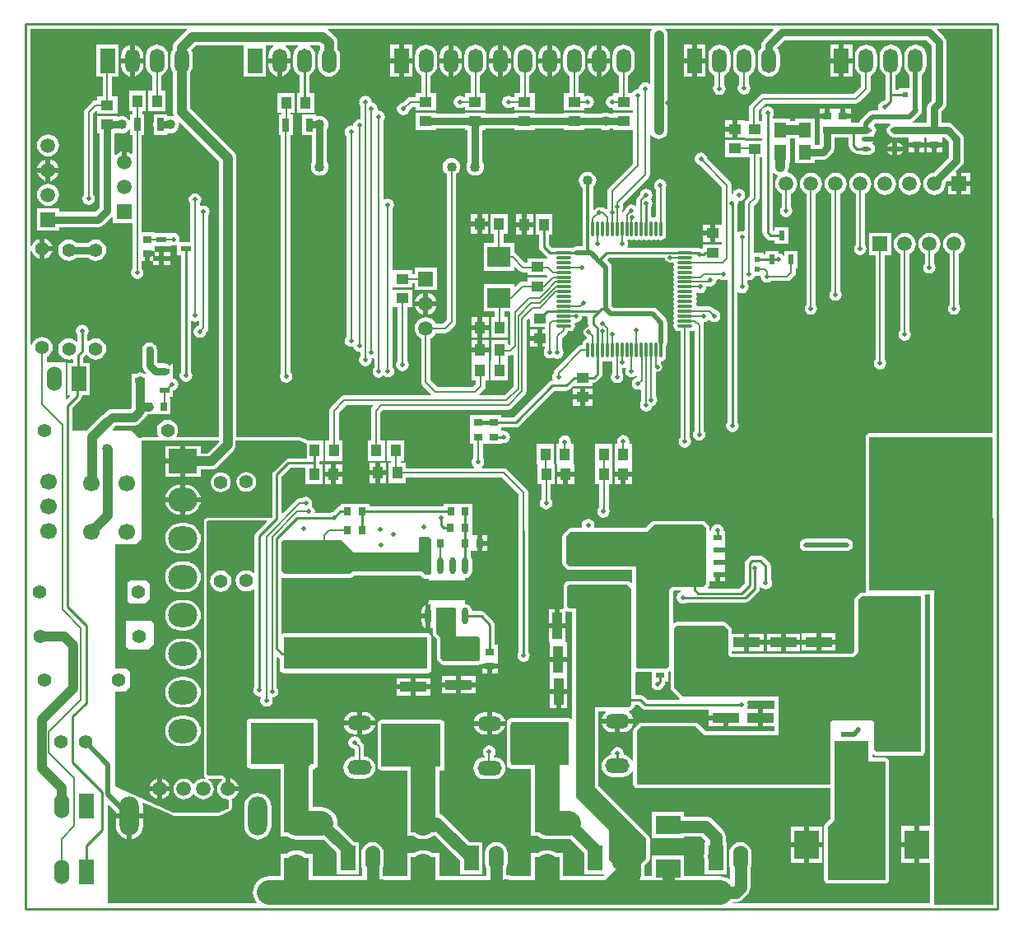
<source format=gtl>
%FSLAX25Y25*%
%MOIN*%
G70*
G01*
G75*
G04 Layer_Physical_Order=1*
G04 Layer_Color=255*
%ADD10R,0.03937X0.02362*%
%ADD11R,0.03347X0.02756*%
%ADD12O,0.06299X0.01181*%
%ADD13R,0.06299X0.01181*%
%ADD14O,0.01181X0.06299*%
%ADD15R,0.05118X0.03937*%
%ADD16R,0.10630X0.03937*%
%ADD17R,0.03937X0.05118*%
%ADD18R,0.03543X0.02126*%
%ADD19R,0.01969X0.06299*%
%ADD20R,0.14410X0.07874*%
%ADD21R,0.14410X0.09843*%
%ADD22R,0.09449X0.08268*%
%ADD23R,0.05000X0.06000*%
%ADD24R,0.02362X0.02362*%
%ADD25R,0.02362X0.02362*%
%ADD26R,0.02362X0.03937*%
%ADD27O,0.02362X0.06890*%
%ADD28R,0.11811X0.07480*%
%ADD29R,0.02756X0.03347*%
%ADD30R,0.10000X0.07500*%
%ADD31R,0.09843X0.15748*%
%ADD32R,0.08661X0.07087*%
%ADD33O,0.09843X0.05906*%
%ADD34O,0.03543X0.01969*%
%ADD35O,0.03543X0.01969*%
%ADD36R,0.03543X0.01969*%
%ADD37R,0.02559X0.05315*%
%ADD38R,0.20866X0.11024*%
%ADD39R,0.03937X0.10630*%
%ADD40R,0.21654X0.05630*%
%ADD41C,0.02000*%
%ADD42C,0.00800*%
%ADD43C,0.03000*%
%ADD44C,0.03500*%
%ADD45C,0.04000*%
%ADD46C,0.01000*%
%ADD47C,0.01500*%
%ADD48C,0.10000*%
%ADD49C,0.08000*%
%ADD50C,0.05000*%
%ADD51C,0.01200*%
%ADD52R,0.19200X0.07900*%
%ADD53R,0.58405X0.13100*%
%ADD54R,0.24300X1.56600*%
%ADD55R,0.50200X0.62200*%
%ADD56R,0.24100X0.17400*%
%ADD57R,0.25624X0.17093*%
%ADD58R,0.23600X0.17400*%
%ADD59R,0.05906X0.05906*%
%ADD60C,0.05906*%
%ADD61O,0.11811X0.09843*%
%ADD62R,0.11811X0.09843*%
%ADD63O,0.05906X0.09843*%
%ADD64R,0.05906X0.09843*%
%ADD65R,0.09843X0.11811*%
%ADD66O,0.09843X0.11811*%
%ADD67R,0.05906X0.05906*%
%ADD68C,0.06693*%
%ADD69C,0.05500*%
%ADD70O,0.07874X0.15748*%
%ADD71C,0.05512*%
%ADD72R,0.06000X0.10000*%
%ADD73O,0.06000X0.10000*%
%ADD74C,0.02000*%
%ADD75C,0.03000*%
%ADD76C,0.04000*%
G36*
X302987Y-2534D02*
X298838Y-6683D01*
X298357Y-7310D01*
X298268Y-7524D01*
X298054Y-8040D01*
X297951Y-8823D01*
Y-9741D01*
X297801Y-9856D01*
X297088Y-10786D01*
X296639Y-11869D01*
X296486Y-13032D01*
Y-16969D01*
X296639Y-18131D01*
X297088Y-19214D01*
X297801Y-20144D01*
X298732Y-20858D01*
X299815Y-21307D01*
X300977Y-21460D01*
X302140Y-21307D01*
X303223Y-20858D01*
X304153Y-20144D01*
X304867Y-19214D01*
X305315Y-18131D01*
X305468Y-16969D01*
Y-13032D01*
X305315Y-11869D01*
X304867Y-10786D01*
X304184Y-9896D01*
X307453Y-6626D01*
X364730D01*
X366957Y-8853D01*
Y-30963D01*
X365960Y-31960D01*
X365479Y-32587D01*
X365391Y-32801D01*
X365177Y-33317D01*
X365074Y-34100D01*
Y-40169D01*
X361698D01*
X360938Y-40069D01*
X360155Y-40172D01*
X360149Y-40174D01*
X359608D01*
X359463Y-39696D01*
X359602Y-39602D01*
X362302Y-36902D01*
X362302Y-36902D01*
X362302Y-36902D01*
X362855Y-36075D01*
X363049Y-35100D01*
X363049Y-35100D01*
X363049Y-35100D01*
Y-35100D01*
X363049D01*
X363049Y-35100D01*
X362926Y-34483D01*
Y-31381D01*
X363058D01*
Y-26019D01*
X362926D01*
Y-20625D01*
X363553Y-20144D01*
X364267Y-19214D01*
X364715Y-18131D01*
X364868Y-16969D01*
Y-13032D01*
X364715Y-11869D01*
X364267Y-10786D01*
X363553Y-9856D01*
X362623Y-9142D01*
X361540Y-8693D01*
X360377Y-8540D01*
X359215Y-8693D01*
X358132Y-9142D01*
X357202Y-9856D01*
X356488Y-10786D01*
X356039Y-11869D01*
X355886Y-13032D01*
Y-16969D01*
X356039Y-18131D01*
X356488Y-19214D01*
X357202Y-20144D01*
X357828Y-20625D01*
Y-26019D01*
X353759D01*
Y-26661D01*
X352416D01*
Y-20944D01*
X352623Y-20858D01*
X353553Y-20144D01*
X354267Y-19214D01*
X354715Y-18131D01*
X354868Y-16969D01*
Y-13032D01*
X354715Y-11869D01*
X354267Y-10786D01*
X353553Y-9856D01*
X352623Y-9142D01*
X351540Y-8693D01*
X350377Y-8540D01*
X349215Y-8693D01*
X348132Y-9142D01*
X347201Y-9856D01*
X346488Y-10786D01*
X346039Y-11869D01*
X345886Y-13032D01*
Y-16969D01*
X346039Y-18131D01*
X346488Y-19214D01*
X347201Y-20144D01*
X348132Y-20858D01*
X348338Y-20944D01*
Y-28800D01*
Y-30478D01*
X347382Y-31434D01*
X346825Y-31545D01*
X345998Y-32098D01*
X345445Y-32925D01*
X345251Y-33900D01*
X345443Y-34865D01*
X345126Y-35251D01*
X342800D01*
X341825Y-35445D01*
X340998Y-35998D01*
X338498Y-38498D01*
X337945Y-39325D01*
X337776Y-40172D01*
X337775Y-40180D01*
X334234D01*
Y-40178D01*
X334234Y-39924D01*
X334234Y-39826D01*
X334234Y-39826D01*
X334234D01*
Y-38300D01*
X331060D01*
Y-37301D01*
X330061D01*
Y-34422D01*
X327934D01*
Y-34416D01*
X325761D01*
Y-37295D01*
X324762D01*
Y-38295D01*
X321587D01*
Y-39968D01*
X321587Y-39968D01*
X321587D01*
X321587Y-40172D01*
Y-40322D01*
D01*
D01*
X321587D01*
Y-46078D01*
X321735D01*
Y-48886D01*
X321547Y-49074D01*
X319761D01*
Y-47600D01*
Y-38600D01*
X311761D01*
Y-39470D01*
X309661D01*
Y-38500D01*
X302539D01*
Y-37448D01*
X302855Y-36975D01*
X303049Y-36000D01*
X302855Y-35024D01*
X302302Y-34198D01*
X301476Y-33645D01*
X300500Y-33451D01*
X299524Y-33645D01*
X298698Y-34198D01*
X298145Y-35024D01*
X297951Y-36000D01*
X298145Y-36975D01*
X298461Y-37448D01*
Y-39432D01*
X296837D01*
Y-35002D01*
X299502Y-32337D01*
X336300D01*
X337041Y-32190D01*
X337670Y-31770D01*
X337670Y-31770D01*
X337670Y-31770D01*
X341747Y-27693D01*
X342167Y-27064D01*
X342314Y-26323D01*
X342314Y-26323D01*
X342314Y-26323D01*
Y-26323D01*
Y-20986D01*
X342623Y-20858D01*
X343553Y-20144D01*
X344267Y-19214D01*
X344715Y-18131D01*
X344868Y-16969D01*
Y-13032D01*
X344715Y-11869D01*
X344267Y-10786D01*
X343553Y-9856D01*
X342623Y-9142D01*
X341540Y-8693D01*
X340377Y-8540D01*
X339215Y-8693D01*
X338132Y-9142D01*
X337201Y-9856D01*
X336488Y-10786D01*
X336039Y-11869D01*
X335886Y-13032D01*
Y-16969D01*
X336039Y-18131D01*
X336488Y-19214D01*
X337201Y-20144D01*
X338132Y-20858D01*
X338440Y-20986D01*
Y-25520D01*
X335498Y-28463D01*
X298700D01*
X297959Y-28610D01*
X297330Y-29030D01*
X293530Y-32830D01*
X293110Y-33459D01*
X292963Y-34200D01*
Y-39432D01*
X291459D01*
Y-39232D01*
X288400D01*
Y-42701D01*
Y-46169D01*
X291141D01*
Y-46369D01*
X298461D01*
Y-47306D01*
X291459D01*
Y-47106D01*
X283341D01*
Y-54043D01*
X291141D01*
Y-54242D01*
X293263D01*
Y-69998D01*
X291730Y-71530D01*
X291310Y-72159D01*
X291163Y-72900D01*
Y-83729D01*
X290776Y-84046D01*
X290300Y-83951D01*
X289324Y-84145D01*
X288780Y-84509D01*
X288339Y-84273D01*
Y-73931D01*
X288420Y-73811D01*
X288614Y-72835D01*
X288506Y-72294D01*
X288860Y-71941D01*
X288900Y-71949D01*
X289876Y-71755D01*
X290702Y-71202D01*
X291255Y-70376D01*
X291449Y-69400D01*
X291255Y-68424D01*
X290702Y-67598D01*
X289876Y-67045D01*
X288900Y-66851D01*
X287925Y-67045D01*
X287098Y-67598D01*
X286545Y-68424D01*
X286435Y-68979D01*
X285937Y-68930D01*
Y-65300D01*
X285790Y-64559D01*
X285370Y-63930D01*
X276002Y-54562D01*
X275855Y-53825D01*
X275302Y-52998D01*
X274476Y-52445D01*
X273500Y-52251D01*
X272524Y-52445D01*
X271698Y-52998D01*
X271145Y-53825D01*
X270951Y-54800D01*
X271145Y-55775D01*
X271698Y-56602D01*
X272524Y-57155D01*
X273262Y-57302D01*
X282063Y-66102D01*
Y-81432D01*
X279300D01*
Y-84901D01*
Y-88368D01*
X282063D01*
Y-89306D01*
X274241D01*
Y-90884D01*
X273854Y-91201D01*
X273360Y-91103D01*
X273080Y-90916D01*
X272300Y-90761D01*
X270136D01*
X269672Y-90668D01*
X264554D01*
X264089Y-90761D01*
X244000D01*
X243764Y-90320D01*
X243877Y-90151D01*
X244071Y-89176D01*
X243877Y-88200D01*
X243756Y-88019D01*
X243947Y-87557D01*
X244306Y-87486D01*
X244475Y-87373D01*
X244643Y-87486D01*
X245459Y-87648D01*
X246275Y-87486D01*
X246443Y-87373D01*
X246612Y-87486D01*
X247428Y-87648D01*
X248243Y-87486D01*
X248412Y-87373D01*
X248580Y-87486D01*
X249396Y-87648D01*
X250212Y-87486D01*
X250380Y-87373D01*
X250549Y-87486D01*
X251365Y-87648D01*
X252180Y-87486D01*
X252349Y-87373D01*
X252517Y-87486D01*
X253333Y-87648D01*
X254149Y-87486D01*
X254317Y-87373D01*
X254486Y-87486D01*
X255302Y-87648D01*
X256117Y-87486D01*
X256286Y-87373D01*
X256454Y-87486D01*
X257270Y-87648D01*
X258086Y-87486D01*
X258777Y-87024D01*
X259239Y-86332D01*
X259402Y-85517D01*
Y-80398D01*
X259239Y-79583D01*
X259207Y-79535D01*
Y-66846D01*
X259455Y-66475D01*
X259649Y-65500D01*
X259455Y-64525D01*
X258902Y-63698D01*
X258075Y-63145D01*
X257100Y-62951D01*
X256124Y-63145D01*
X255298Y-63698D01*
X254745Y-64525D01*
X254551Y-65500D01*
X254745Y-66475D01*
X255298Y-67302D01*
X255333Y-67326D01*
Y-78241D01*
X255302Y-78267D01*
X254486Y-78429D01*
X254317Y-78542D01*
X254149Y-78429D01*
X253404Y-78281D01*
Y-74283D01*
X253719Y-73811D01*
X253914Y-72835D01*
X253719Y-71860D01*
X253241Y-71144D01*
X253755Y-70376D01*
X253949Y-69400D01*
X253755Y-68424D01*
X253202Y-67598D01*
X252376Y-67045D01*
X251400Y-66851D01*
X250425Y-67045D01*
X249598Y-67598D01*
X249045Y-68424D01*
X248898Y-69162D01*
X248026Y-70034D01*
X247606Y-70663D01*
X247459Y-71404D01*
Y-73705D01*
X247018Y-73941D01*
X246275Y-73445D01*
X245300Y-73251D01*
X244324Y-73445D01*
X243498Y-73998D01*
X242945Y-74825D01*
X242798Y-75562D01*
X242121Y-76240D01*
X241969Y-76466D01*
X241491Y-76321D01*
Y-75801D01*
X241909Y-75175D01*
X242103Y-74200D01*
X241909Y-73225D01*
X241811Y-73079D01*
X252370Y-62520D01*
X252790Y-61892D01*
X252937Y-61150D01*
Y-45026D01*
X253428Y-44929D01*
X253443Y-44965D01*
X254004Y-45696D01*
X254735Y-46257D01*
X255586Y-46610D01*
X256500Y-46730D01*
X257414Y-46610D01*
X258265Y-46257D01*
X258996Y-45696D01*
X259557Y-44965D01*
X259910Y-44114D01*
X260030Y-43200D01*
Y-4700D01*
X259910Y-3786D01*
X259557Y-2935D01*
X258996Y-2204D01*
X259041Y-2072D01*
X302795D01*
X302987Y-2534D01*
D02*
G37*
G36*
X65440Y-2546D02*
X65104Y-2804D01*
X60681Y-7227D01*
X60120Y-7958D01*
X59767Y-8809D01*
X59647Y-9723D01*
Y-10318D01*
X59288Y-10786D01*
X58839Y-11869D01*
X58686Y-13032D01*
Y-16969D01*
X58839Y-18131D01*
X59288Y-19214D01*
X59647Y-19682D01*
Y-35677D01*
X59647Y-35677D01*
X59647D01*
X59767Y-36591D01*
X60019Y-37200D01*
X59666Y-37553D01*
X59514Y-37490D01*
X58600Y-37370D01*
X57781Y-37478D01*
X57406Y-37148D01*
Y-36643D01*
X51846D01*
Y-39671D01*
X51703Y-40017D01*
X51600Y-40800D01*
X51703Y-41583D01*
X51846Y-41929D01*
Y-44958D01*
X57406D01*
Y-44652D01*
X57781Y-44322D01*
X58600Y-44430D01*
X59514Y-44310D01*
X60365Y-43957D01*
X61096Y-43396D01*
X61657Y-42665D01*
X62010Y-41814D01*
X62130Y-40900D01*
X62038Y-40200D01*
X62486Y-39979D01*
X78370Y-55862D01*
Y-167566D01*
X61231D01*
X61010Y-167117D01*
X61218Y-166846D01*
X61646Y-165811D01*
X61793Y-164700D01*
X61646Y-163589D01*
X61218Y-162554D01*
X60535Y-161665D01*
X59646Y-160983D01*
X58611Y-160554D01*
X57500Y-160407D01*
X56389Y-160554D01*
X55354Y-160983D01*
X54465Y-161665D01*
X53782Y-162554D01*
X53354Y-163589D01*
X53207Y-164700D01*
X53354Y-165811D01*
X53782Y-166846D01*
X53990Y-167117D01*
X53769Y-167566D01*
X46977D01*
X46509Y-167659D01*
X46119Y-167919D01*
X42900Y-164700D01*
X35423D01*
X35232Y-164238D01*
X35435Y-164035D01*
X35996Y-163304D01*
X36128Y-162985D01*
X36435Y-162678D01*
X43900D01*
X44324Y-162622D01*
X44748Y-162566D01*
X45144Y-162403D01*
X45539Y-162239D01*
X46218Y-161718D01*
X46218Y-161718D01*
X46218Y-161718D01*
X48675Y-159260D01*
X48902Y-158966D01*
X49196Y-158581D01*
X49322Y-158278D01*
X49894D01*
X50691Y-158173D01*
X52772D01*
Y-158173D01*
X52772D01*
X52772Y-158173D01*
X52922D01*
Y-158173D01*
X58678D01*
Y-151827D01*
X58137D01*
Y-151181D01*
X59668D01*
Y-148476D01*
X60276Y-148355D01*
X61102Y-147802D01*
X61655Y-146976D01*
X61849Y-146000D01*
X61655Y-145025D01*
X61102Y-144198D01*
X60276Y-143645D01*
X59300Y-143451D01*
X59444Y-143307D01*
X59668D01*
Y-137945D01*
X57567D01*
X56983Y-137703D01*
X56200Y-137600D01*
X53782D01*
X53229Y-137047D01*
Y-132103D01*
X53126Y-131320D01*
X52824Y-130590D01*
X52343Y-129964D01*
X51716Y-129483D01*
X50986Y-129180D01*
X50203Y-129077D01*
X49420Y-129180D01*
X48690Y-129483D01*
X48063Y-129964D01*
X47583Y-130590D01*
X47280Y-131320D01*
X47177Y-132103D01*
Y-138300D01*
X47280Y-139083D01*
X47494Y-139599D01*
X47583Y-139813D01*
X48063Y-140440D01*
X49044Y-141420D01*
X48853Y-141882D01*
X48202D01*
X47997Y-141724D01*
X47206Y-141397D01*
X46358Y-141285D01*
X45509Y-141397D01*
X44719Y-141724D01*
X44513Y-141882D01*
X42889D01*
Y-147244D01*
X43079D01*
Y-154900D01*
Y-155585D01*
X42542Y-156122D01*
X35077D01*
X34229Y-156234D01*
X33670Y-156465D01*
X33438Y-156561D01*
X33143Y-156787D01*
X32759Y-157082D01*
X31492Y-158350D01*
X31174Y-158481D01*
X30442Y-159042D01*
X24785Y-164700D01*
X19039D01*
Y-155522D01*
X22319Y-152242D01*
X22761Y-151580D01*
X22916Y-150800D01*
X22916Y-150800D01*
X22916Y-150800D01*
Y-150800D01*
Y-150300D01*
X26077D01*
Y-137300D01*
X23216D01*
Y-135245D01*
X24372Y-134089D01*
X24502Y-134098D01*
X25221Y-134578D01*
X25342Y-134735D01*
X26231Y-135417D01*
X27266Y-135846D01*
X28377Y-135993D01*
X29488Y-135846D01*
X30523Y-135417D01*
X31413Y-134735D01*
X32095Y-133846D01*
X32524Y-132811D01*
X32670Y-131700D01*
X32524Y-130589D01*
X32095Y-129554D01*
X31413Y-128665D01*
X30523Y-127982D01*
X29488Y-127554D01*
X28377Y-127407D01*
X27266Y-127554D01*
X26231Y-127982D01*
X25465Y-128570D01*
X25016Y-128349D01*
Y-125848D01*
X25332Y-125375D01*
X25526Y-124400D01*
X25332Y-123424D01*
X24780Y-122598D01*
X23953Y-122045D01*
X22977Y-121851D01*
X22002Y-122045D01*
X21175Y-122598D01*
X20622Y-123424D01*
X20428Y-124400D01*
X20622Y-125375D01*
X20938Y-125848D01*
Y-128426D01*
X20490Y-128647D01*
X19624Y-127982D01*
X18588Y-127554D01*
X17477Y-127407D01*
X16366Y-127554D01*
X15331Y-127982D01*
X14442Y-128665D01*
X13760Y-129554D01*
X13331Y-130589D01*
X13185Y-131700D01*
X13331Y-132811D01*
X13760Y-133846D01*
X14442Y-134735D01*
X15331Y-135417D01*
X16366Y-135846D01*
X17477Y-135993D01*
X18588Y-135846D01*
X18722Y-135791D01*
X19138Y-136069D01*
Y-137300D01*
X17077D01*
Y-150300D01*
X17840D01*
X18031Y-150762D01*
X16662Y-152131D01*
X16200Y-151940D01*
Y-137200D01*
X8614D01*
Y-134904D01*
X8823Y-134818D01*
X9713Y-134135D01*
X10395Y-133246D01*
X10824Y-132211D01*
X10970Y-131100D01*
X10824Y-129989D01*
X10395Y-128954D01*
X9713Y-128065D01*
X8823Y-127383D01*
X7788Y-126954D01*
X6677Y-126807D01*
X5566Y-126954D01*
X4531Y-127383D01*
X3642Y-128065D01*
X2960Y-128954D01*
X2531Y-129989D01*
X2039Y-129924D01*
Y-92276D01*
X2531Y-92211D01*
X2960Y-93246D01*
X3642Y-94135D01*
X4531Y-94818D01*
X5566Y-95246D01*
X5677Y-95261D01*
Y-91101D01*
Y-86939D01*
X5566Y-86954D01*
X4531Y-87383D01*
X3642Y-88065D01*
X2960Y-88954D01*
X2531Y-89989D01*
X2039Y-89924D01*
Y-2072D01*
X65279D01*
X65440Y-2546D01*
D02*
G37*
G36*
X275477Y-204200D02*
Y-226900D01*
X274377Y-228000D01*
X261977D01*
X260777Y-229200D01*
Y-260100D01*
X259877Y-261000D01*
X247677D01*
X247177Y-260500D01*
Y-219700D01*
X220277D01*
X218877Y-218300D01*
Y-207700D01*
X220777Y-205800D01*
X251677D01*
X254577Y-202900D01*
X274177D01*
X275477Y-204200D01*
D02*
G37*
G36*
X261148Y-262485D02*
Y-268900D01*
X261264Y-269485D01*
X261596Y-269981D01*
X264813Y-273199D01*
X264622Y-273661D01*
X251745D01*
X250542Y-272458D01*
X249880Y-272016D01*
X249100Y-271861D01*
X246807D01*
Y-262750D01*
X247193Y-262433D01*
X247677Y-262529D01*
X253646D01*
Y-266501D01*
X253646D01*
X253695Y-266561D01*
X253528Y-267400D01*
X253722Y-268375D01*
X254275Y-269202D01*
X255102Y-269755D01*
X256077Y-269949D01*
X257053Y-269755D01*
X257880Y-269202D01*
X258432Y-268375D01*
X258569Y-267688D01*
X258801Y-267340D01*
X258957Y-266560D01*
X258957Y-266560D01*
Y-266501D01*
X260189D01*
Y-262467D01*
X260462Y-262413D01*
X260707Y-262250D01*
X261148Y-262485D01*
D02*
G37*
G36*
X366248Y-324894D02*
X362109D01*
Y-332301D01*
Y-339705D01*
X366248D01*
Y-356262D01*
X286427D01*
X286213Y-355810D01*
X286275Y-355734D01*
X287489D01*
X287489Y-355734D01*
X288533Y-355597D01*
X289507Y-355194D01*
X290342Y-354553D01*
X292330Y-352565D01*
X292971Y-351729D01*
X293374Y-350756D01*
X293512Y-349712D01*
X293512Y-349712D01*
X293512Y-349712D01*
Y-349712D01*
Y-341919D01*
X293861Y-341075D01*
X294016Y-339900D01*
Y-335900D01*
X293861Y-334725D01*
X293408Y-333631D01*
X292687Y-332691D01*
X291747Y-331969D01*
X290652Y-331516D01*
X289477Y-331361D01*
X288302Y-331516D01*
X287208Y-331969D01*
X286268Y-332691D01*
X285546Y-333631D01*
X285093Y-334725D01*
X284938Y-335900D01*
Y-339900D01*
X285093Y-341075D01*
X285443Y-341919D01*
Y-346207D01*
X284991Y-346421D01*
X284806Y-346269D01*
X283677Y-345666D01*
X282451Y-345294D01*
X281177Y-345169D01*
X266677D01*
Y-336750D01*
X253677D01*
Y-345169D01*
X251015D01*
X250679Y-344798D01*
X250709Y-344500D01*
Y-341031D01*
X252459Y-339281D01*
X252790Y-338785D01*
X252907Y-338200D01*
Y-329900D01*
X252790Y-329315D01*
X252459Y-328819D01*
X232007Y-308366D01*
Y-278329D01*
X234986D01*
X235147Y-278803D01*
X234539Y-279269D01*
X233825Y-280199D01*
X233377Y-281282D01*
X233355Y-281445D01*
X246011D01*
X245990Y-281282D01*
X245541Y-280199D01*
X244828Y-279269D01*
X243898Y-278555D01*
X243942Y-278329D01*
X244377D01*
X244963Y-278213D01*
X245459Y-277881D01*
X246359Y-276981D01*
X246690Y-276485D01*
X246799Y-275939D01*
X248255D01*
X249458Y-277142D01*
X249458Y-277142D01*
X249855Y-277407D01*
X250120Y-277584D01*
X250900Y-277739D01*
X276662D01*
Y-280005D01*
X283478D01*
Y-281004D01*
X284477D01*
Y-284473D01*
X290292D01*
Y-284473D01*
X290292D01*
X290292Y-284473D01*
X290662D01*
Y-284473D01*
X296477D01*
Y-281006D01*
Y-277536D01*
X292387D01*
X292152Y-277095D01*
X292432Y-276676D01*
X292626Y-275700D01*
X292432Y-274725D01*
X292329Y-274570D01*
X292565Y-274129D01*
X303348D01*
Y-277536D01*
X298477D01*
Y-281006D01*
Y-284473D01*
X303348D01*
Y-286571D01*
X275611D01*
X272459Y-283419D01*
X271962Y-283087D01*
X271377Y-282971D01*
X249377D01*
X248889Y-283068D01*
X248792Y-283087D01*
X248296Y-283419D01*
X246496Y-285219D01*
X246164Y-285715D01*
X246048Y-286300D01*
Y-298251D01*
X245557Y-298348D01*
X245541Y-298310D01*
X244828Y-297379D01*
X243898Y-296666D01*
X242814Y-296217D01*
X242465Y-296171D01*
X242174Y-295765D01*
X242226Y-295500D01*
X242032Y-294525D01*
X241480Y-293698D01*
X240653Y-293145D01*
X239677Y-292951D01*
X238702Y-293145D01*
X237875Y-293698D01*
X237322Y-294525D01*
X237128Y-295500D01*
X237181Y-295766D01*
X236890Y-296173D01*
X236553Y-296217D01*
X235469Y-296666D01*
X234539Y-297379D01*
X233825Y-298310D01*
X233377Y-299393D01*
X233224Y-300555D01*
X233377Y-301718D01*
X233825Y-302801D01*
X234539Y-303731D01*
X235469Y-304445D01*
X236553Y-304893D01*
X237715Y-305046D01*
X241652D01*
X242814Y-304893D01*
X243898Y-304445D01*
X244828Y-303731D01*
X245541Y-302801D01*
X245557Y-302762D01*
X246048Y-302860D01*
Y-308000D01*
X246164Y-308585D01*
X246496Y-309081D01*
X246992Y-309413D01*
X247577Y-309529D01*
X325877D01*
X326048Y-309669D01*
Y-321766D01*
X323896Y-323919D01*
X323564Y-324415D01*
X323448Y-325000D01*
Y-346700D01*
X323564Y-347285D01*
X323896Y-347781D01*
X324392Y-348113D01*
X324977Y-348229D01*
X348144D01*
X348437Y-348171D01*
X348726Y-348114D01*
X348728Y-348113D01*
X348729Y-348113D01*
X348978Y-347947D01*
X349223Y-347784D01*
X349224Y-347782D01*
X349225Y-347781D01*
X349391Y-347533D01*
X349556Y-347288D01*
X349556Y-347287D01*
X349557Y-347285D01*
X349615Y-346994D01*
X349673Y-346703D01*
X349707Y-330403D01*
X349706Y-330401D01*
X349707Y-330400D01*
Y-298700D01*
X349590Y-298115D01*
X349259Y-297619D01*
X348762Y-297287D01*
X348177Y-297171D01*
X342807D01*
Y-296021D01*
X343247Y-295785D01*
X343829Y-296172D01*
X343967Y-296230D01*
X344092Y-296313D01*
X344240Y-296342D01*
X344380Y-296400D01*
X344530Y-296400D01*
X344677Y-296429D01*
X362677D01*
X363263Y-296313D01*
X363759Y-295981D01*
X364090Y-295485D01*
X364207Y-294900D01*
Y-231900D01*
X364090Y-231315D01*
X364189Y-231129D01*
X366248D01*
Y-324894D01*
D02*
G37*
G36*
X391662Y-165871D02*
X341677D01*
X341092Y-165987D01*
X340596Y-166319D01*
X340264Y-166815D01*
X340148Y-167400D01*
Y-229600D01*
X340224Y-229984D01*
X339907Y-230371D01*
X338777D01*
X338192Y-230487D01*
X337696Y-230819D01*
X336096Y-232419D01*
X335764Y-232915D01*
X335648Y-233500D01*
Y-254066D01*
X334644Y-255071D01*
X286111D01*
X286107Y-255066D01*
Y-253973D01*
X291077D01*
Y-250506D01*
Y-247036D01*
X286107D01*
Y-245500D01*
X285990Y-244915D01*
X285659Y-244419D01*
X283959Y-242719D01*
X283463Y-242387D01*
X282877Y-242271D01*
X263777D01*
X263289Y-242368D01*
X263192Y-242387D01*
X262748Y-242684D01*
X262307Y-242448D01*
Y-229834D01*
X262611Y-229529D01*
X265244D01*
X265293Y-230027D01*
X265202Y-230045D01*
X264375Y-230598D01*
X263822Y-231424D01*
X263628Y-232400D01*
X263822Y-233376D01*
X264375Y-234202D01*
X265202Y-234755D01*
X266177Y-234949D01*
X267153Y-234755D01*
X267625Y-234439D01*
X291677D01*
X292458Y-234284D01*
X293119Y-233842D01*
X296719Y-230242D01*
X297161Y-229580D01*
X297316Y-228800D01*
X297316Y-228800D01*
X297316Y-228800D01*
Y-228800D01*
Y-228178D01*
X297795Y-228033D01*
X297975Y-228302D01*
X298802Y-228855D01*
X299777Y-229049D01*
X300753Y-228855D01*
X301580Y-228302D01*
X302132Y-227476D01*
X302326Y-226500D01*
X302132Y-225524D01*
X301816Y-225052D01*
Y-219700D01*
X301661Y-218920D01*
X301219Y-218258D01*
X298919Y-215958D01*
X298258Y-215516D01*
X297477Y-215361D01*
X294277D01*
X293497Y-215516D01*
X292835Y-215958D01*
X291835Y-216958D01*
X291393Y-217620D01*
X291238Y-218400D01*
Y-226455D01*
X289033Y-228661D01*
X276533D01*
X276341Y-228199D01*
X276559Y-227981D01*
X276890Y-227485D01*
X277007Y-226900D01*
Y-225725D01*
X279137D01*
Y-223161D01*
X280136D01*
Y-222162D01*
X283409D01*
Y-220725D01*
Y-219162D01*
X280136D01*
Y-217162D01*
X283409D01*
Y-215725D01*
Y-214162D01*
X280136D01*
Y-212162D01*
X283409D01*
Y-210725D01*
Y-205599D01*
X283041D01*
X282724Y-205213D01*
X282726Y-205200D01*
X282532Y-204224D01*
X281980Y-203398D01*
X281153Y-202845D01*
X280177Y-202651D01*
X279202Y-202845D01*
X278375Y-203398D01*
X277822Y-204224D01*
X277628Y-205200D01*
X277631Y-205213D01*
X277477Y-205400D01*
X277007Y-205231D01*
Y-204200D01*
X276890Y-203615D01*
X276559Y-203119D01*
X275259Y-201819D01*
X274763Y-201487D01*
X274177Y-201371D01*
X254577D01*
X253992Y-201487D01*
X253496Y-201819D01*
X251044Y-204271D01*
X230490D01*
X230173Y-203884D01*
X230349Y-203000D01*
X230155Y-202025D01*
X229602Y-201198D01*
X228776Y-200645D01*
X227800Y-200451D01*
X226825Y-200645D01*
X225998Y-201198D01*
X225445Y-202025D01*
X225251Y-203000D01*
X225427Y-203884D01*
X225110Y-204271D01*
X220777D01*
X220192Y-204387D01*
X219696Y-204719D01*
X217796Y-206619D01*
X217464Y-207115D01*
X217348Y-207700D01*
Y-218300D01*
X217464Y-218885D01*
X217796Y-219381D01*
X219196Y-220781D01*
X219692Y-221113D01*
X220277Y-221229D01*
X245648D01*
Y-226254D01*
X245186Y-226446D01*
X244859Y-226119D01*
X244362Y-225787D01*
X243777Y-225671D01*
X219877D01*
X219292Y-225787D01*
X218796Y-226119D01*
X218296Y-226619D01*
X217964Y-227115D01*
X217848Y-227700D01*
Y-235900D01*
X217964Y-236485D01*
X218004Y-236544D01*
X217768Y-236985D01*
X216282D01*
Y-242800D01*
X218750D01*
Y-238081D01*
X219191Y-237845D01*
X219592Y-238113D01*
X220177Y-238229D01*
X221348D01*
Y-281536D01*
X221302D01*
Y-281536D01*
X220885D01*
X220662Y-281387D01*
X220077Y-281271D01*
X196477D01*
X195892Y-281387D01*
X195396Y-281719D01*
X195124Y-282126D01*
X194876D01*
Y-300874D01*
X195124D01*
X195396Y-301281D01*
X195892Y-301613D01*
X196477Y-301729D01*
X204643D01*
Y-323700D01*
X204674Y-324019D01*
Y-328950D01*
X207326D01*
X207546Y-329131D01*
X208675Y-329734D01*
X209900Y-330106D01*
X211174Y-330231D01*
X219987D01*
X220738Y-330157D01*
X226277Y-335696D01*
Y-344450D01*
X234337D01*
X234462Y-344753D01*
X234185Y-345169D01*
X217706D01*
Y-341200D01*
X217674Y-340881D01*
Y-335950D01*
X215023D01*
X214803Y-335769D01*
X213674Y-335166D01*
X212449Y-334794D01*
X211174Y-334669D01*
X209900Y-334794D01*
X208675Y-335166D01*
X207546Y-335769D01*
X207326Y-335950D01*
X204674D01*
Y-340881D01*
X204643Y-341200D01*
Y-345169D01*
X196856D01*
X195951Y-344894D01*
X194677Y-344769D01*
X194662Y-344755D01*
Y-341969D01*
X195011Y-341125D01*
X195166Y-339950D01*
Y-335950D01*
X195011Y-334775D01*
X194558Y-333681D01*
X193837Y-332741D01*
X192897Y-332019D01*
X191802Y-331566D01*
X190627Y-331411D01*
X189453Y-331566D01*
X188358Y-332019D01*
X187418Y-332741D01*
X186697Y-333681D01*
X186243Y-334775D01*
X186088Y-335950D01*
Y-339950D01*
X186243Y-341125D01*
X186593Y-341969D01*
Y-345169D01*
X167557D01*
Y-341200D01*
X167526Y-340881D01*
Y-335950D01*
X164875D01*
X164655Y-335769D01*
X163525Y-335166D01*
X162300Y-334794D01*
X161026Y-334669D01*
X159752Y-334794D01*
X158526Y-335166D01*
X157397Y-335769D01*
X157177Y-335950D01*
X154526D01*
Y-340881D01*
X154494Y-341200D01*
Y-345169D01*
X145497D01*
X145251Y-345094D01*
X144512Y-345021D01*
Y-341969D01*
X144861Y-341125D01*
X145016Y-339950D01*
Y-335950D01*
X144861Y-334775D01*
X144408Y-333681D01*
X143687Y-332741D01*
X142747Y-332019D01*
X141652Y-331566D01*
X140477Y-331411D01*
X139303Y-331566D01*
X138208Y-332019D01*
X137268Y-332741D01*
X136547Y-333681D01*
X136093Y-334775D01*
X135938Y-335950D01*
Y-339950D01*
X136093Y-341125D01*
X136443Y-341969D01*
Y-345169D01*
X116209D01*
Y-341300D01*
X116177Y-340981D01*
Y-336050D01*
X113526D01*
X113306Y-335869D01*
X112177Y-335266D01*
X110951Y-334894D01*
X109677Y-334769D01*
X108403Y-334894D01*
X107178Y-335266D01*
X106049Y-335869D01*
X105828Y-336050D01*
X103177D01*
Y-340981D01*
X103146Y-341300D01*
Y-345169D01*
X98577D01*
X97303Y-345294D01*
X96078Y-345666D01*
X94949Y-346269D01*
X93959Y-347082D01*
X93147Y-348071D01*
X92543Y-349201D01*
X92171Y-350426D01*
X92046Y-351700D01*
X92171Y-352974D01*
X92543Y-354200D01*
X93147Y-355329D01*
X93541Y-355810D01*
X93327Y-356262D01*
X33300D01*
Y-316409D01*
X33762Y-316218D01*
X36588Y-319044D01*
Y-319924D01*
X47556D01*
Y-316987D01*
X47377Y-315626D01*
X47779Y-315328D01*
X54939Y-318554D01*
X59291Y-320515D01*
X59310Y-320520D01*
X59326Y-320530D01*
X59542Y-320573D01*
X59757Y-320623D01*
X59776Y-320620D01*
X59794Y-320623D01*
X78349D01*
X78368Y-320620D01*
X78386Y-320623D01*
X78601Y-320573D01*
X78817Y-320530D01*
X78833Y-320520D01*
X78851Y-320515D01*
X79310Y-320309D01*
X79310Y-320309D01*
X82746Y-318761D01*
X82925Y-318633D01*
X83108Y-318510D01*
X83119Y-318495D01*
X83134Y-318483D01*
X83251Y-318297D01*
X83373Y-318113D01*
X83377Y-318095D01*
X83387Y-318079D01*
X83424Y-317861D01*
X83467Y-317645D01*
Y-314414D01*
X83459Y-314374D01*
X83464Y-314334D01*
X83412Y-314142D01*
X83399Y-314072D01*
X84082Y-313790D01*
X85012Y-313076D01*
X85726Y-312146D01*
X86174Y-311062D01*
X86196Y-310900D01*
X81835D01*
Y-309901D01*
X80836D01*
Y-306907D01*
X80838Y-306904D01*
X80968Y-306715D01*
X80970Y-306706D01*
X80976Y-306698D01*
X81020Y-306473D01*
X81069Y-306249D01*
X81072Y-306047D01*
X81071Y-306042D01*
X81072Y-306037D01*
X81028Y-305808D01*
X80986Y-305577D01*
X80983Y-305573D01*
X80982Y-305568D01*
X80954Y-305525D01*
X80954Y-305525D01*
X80853Y-305372D01*
X80726Y-305176D01*
X80723Y-305173D01*
X80720Y-305169D01*
X80369Y-304813D01*
X80365Y-304810D01*
X80362Y-304806D01*
X80168Y-304677D01*
X79974Y-304545D01*
X79970Y-304544D01*
X79966Y-304541D01*
X79736Y-304496D01*
X79507Y-304448D01*
X79502Y-304449D01*
X79497Y-304448D01*
X73919D01*
X73874Y-304457D01*
X73820Y-304394D01*
X73686Y-304325D01*
X73563Y-304237D01*
X73387Y-304158D01*
Y-204308D01*
Y-201590D01*
X74259Y-201197D01*
X97466D01*
X97658Y-201659D01*
X93258Y-206058D01*
X92816Y-206720D01*
X92661Y-207500D01*
Y-222190D01*
X92212Y-222411D01*
X91523Y-221883D01*
X90488Y-221454D01*
X89377Y-221307D01*
X88266Y-221454D01*
X87231Y-221883D01*
X86342Y-222565D01*
X85660Y-223454D01*
X85231Y-224489D01*
X85085Y-225600D01*
X85231Y-226711D01*
X85660Y-227746D01*
X86342Y-228635D01*
X87231Y-229317D01*
X88266Y-229746D01*
X89377Y-229893D01*
X90488Y-229746D01*
X91523Y-229317D01*
X92212Y-228789D01*
X92661Y-229010D01*
Y-268452D01*
X92345Y-268924D01*
X92151Y-269900D01*
X92345Y-270876D01*
X92898Y-271702D01*
X93725Y-272255D01*
X94700Y-272449D01*
X95016Y-272386D01*
X95294Y-272802D01*
X95145Y-273025D01*
X94951Y-274000D01*
X95145Y-274975D01*
X95698Y-275802D01*
X96525Y-276355D01*
X97500Y-276549D01*
X98475Y-276355D01*
X99302Y-275802D01*
X99855Y-274975D01*
X100049Y-274000D01*
X99855Y-273025D01*
X99894Y-272930D01*
X100776Y-272755D01*
X101602Y-272202D01*
X102155Y-271375D01*
X102349Y-270400D01*
X102155Y-269425D01*
X101737Y-268799D01*
Y-256674D01*
X102199Y-256483D01*
X102422Y-256706D01*
X102971Y-257072D01*
Y-261500D01*
X103087Y-262085D01*
X103419Y-262581D01*
X103915Y-262913D01*
X104500Y-263029D01*
X162906D01*
X163491Y-262913D01*
X163987Y-262581D01*
X164319Y-262085D01*
X164435Y-261500D01*
Y-248400D01*
X164319Y-247815D01*
X163987Y-247319D01*
X163491Y-246987D01*
X162906Y-246871D01*
X104500D01*
X104026Y-246965D01*
X103639Y-246648D01*
Y-224325D01*
X104080Y-224089D01*
X104415Y-224313D01*
X105000Y-224429D01*
X131200D01*
X131785Y-224313D01*
X132281Y-223981D01*
X132834Y-223429D01*
X159866D01*
X160619Y-224181D01*
X161115Y-224513D01*
X161700Y-224629D01*
X163195D01*
Y-228700D01*
X178006D01*
Y-225150D01*
X178100Y-224432D01*
X178800Y-224340D01*
X179452Y-224069D01*
X180012Y-223640D01*
X180442Y-223080D01*
X180712Y-222428D01*
X180804Y-221728D01*
Y-217200D01*
X180712Y-216500D01*
X180442Y-215848D01*
X180139Y-215453D01*
Y-213573D01*
X180978D01*
X180978Y-213573D01*
Y-213573D01*
X180978D01*
X181128D01*
X181332Y-213573D01*
X181332Y-213573D01*
Y-213573D01*
X183005D01*
Y-210401D01*
Y-207227D01*
X181332D01*
X181332Y-207227D01*
Y-207227D01*
X181128Y-207227D01*
X181128D01*
X180884Y-207173D01*
D01*
X180884Y-207173D01*
Y-200827D01*
X180884D01*
Y-200773D01*
X180983Y-200673D01*
X180983D01*
Y-194327D01*
X175432D01*
X175432Y-194327D01*
Y-194327D01*
X175228Y-194327D01*
X175153D01*
X175078D01*
X174874Y-194327D01*
X174874Y-194327D01*
Y-194327D01*
X169322D01*
Y-195461D01*
X139178D01*
Y-194327D01*
X133626D01*
X133626Y-194327D01*
Y-194327D01*
X133422Y-194327D01*
X133347D01*
X133272D01*
X133069Y-194327D01*
X133069Y-194327D01*
Y-194327D01*
X127516D01*
Y-194878D01*
X127400Y-195461D01*
X126620Y-195616D01*
X125958Y-196058D01*
X125958Y-196058D01*
X124382Y-197634D01*
X123825Y-197745D01*
X123352Y-198061D01*
X117431D01*
X117114Y-197674D01*
X117149Y-197500D01*
X116955Y-196525D01*
X116402Y-195698D01*
X115914Y-195371D01*
X115855Y-195075D01*
X115855D01*
X115855Y-195075D01*
X116049Y-194100D01*
X115855Y-193124D01*
X115302Y-192298D01*
X114476Y-191745D01*
X113500Y-191551D01*
X112524Y-191745D01*
X111899Y-192163D01*
X111100D01*
X110359Y-192310D01*
X109730Y-192730D01*
X104201Y-198259D01*
X103739Y-198068D01*
Y-183445D01*
X107245Y-179939D01*
X113357D01*
Y-186459D01*
X120294D01*
Y-178341D01*
X119065D01*
Y-176959D01*
X120494D01*
Y-168841D01*
X114174D01*
X112870Y-168253D01*
X112870Y-168253D01*
X111583Y-167674D01*
X111565Y-167669D01*
X111549Y-167659D01*
X111333Y-167616D01*
X111118Y-167566D01*
X111099Y-167569D01*
X111081Y-167566D01*
X85430D01*
Y-54400D01*
X85310Y-53486D01*
X84957Y-52635D01*
X84396Y-51904D01*
X66707Y-34215D01*
Y-19682D01*
X67067Y-19214D01*
X67515Y-18131D01*
X67668Y-16969D01*
Y-13032D01*
X67515Y-11869D01*
X67078Y-10814D01*
X69062Y-8830D01*
X88424D01*
Y-21421D01*
X97330D01*
Y-8830D01*
X100260D01*
X100421Y-9304D01*
X99701Y-9856D01*
X98988Y-10786D01*
X98539Y-11869D01*
X98386Y-13032D01*
Y-14000D01*
X107368D01*
Y-13032D01*
X107215Y-11869D01*
X106767Y-10786D01*
X106053Y-9856D01*
X105123Y-9142D01*
X105185Y-8830D01*
X110260D01*
X110421Y-9304D01*
X109702Y-9856D01*
X108988Y-10786D01*
X108539Y-11869D01*
X108386Y-13032D01*
Y-16969D01*
X108539Y-18131D01*
X108988Y-19214D01*
X109702Y-20144D01*
X110632Y-20858D01*
X110838Y-20944D01*
Y-28041D01*
X109932D01*
Y-36159D01*
X116868D01*
Y-28041D01*
X114916D01*
Y-20944D01*
X115123Y-20858D01*
X116053Y-20144D01*
X116767Y-19214D01*
X117215Y-18131D01*
X117368Y-16969D01*
Y-13032D01*
X117215Y-11869D01*
X116767Y-10786D01*
X116053Y-9856D01*
X115123Y-9142D01*
X115185Y-8830D01*
X118938D01*
X119347Y-9240D01*
Y-10318D01*
X118988Y-10786D01*
X118539Y-11869D01*
X118386Y-13032D01*
Y-16969D01*
X118539Y-18131D01*
X118988Y-19214D01*
X119702Y-20144D01*
X120632Y-20858D01*
X121715Y-21307D01*
X122877Y-21460D01*
X124040Y-21307D01*
X125123Y-20858D01*
X126053Y-20144D01*
X126767Y-19214D01*
X127215Y-18131D01*
X127368Y-16969D01*
Y-13032D01*
X127215Y-11869D01*
X126767Y-10786D01*
X126407Y-10318D01*
Y-7777D01*
X126287Y-6864D01*
X125934Y-6012D01*
X125373Y-5281D01*
X122896Y-2804D01*
X122165Y-2243D01*
X122199Y-2072D01*
X253539D01*
X253761Y-2521D01*
X253443Y-2935D01*
X253090Y-3786D01*
X252970Y-4700D01*
Y-24079D01*
X252529Y-24315D01*
X251975Y-23945D01*
X251000Y-23751D01*
X250025Y-23945D01*
X249198Y-24498D01*
X248645Y-25324D01*
X248451Y-26300D01*
X248250Y-26501D01*
X248000Y-26451D01*
X247024Y-26645D01*
X246198Y-27198D01*
X245645Y-28025D01*
X245604Y-28231D01*
X244114D01*
Y-20986D01*
X244423Y-20858D01*
X245353Y-20144D01*
X246067Y-19214D01*
X246515Y-18131D01*
X246668Y-16969D01*
Y-13032D01*
X246515Y-11869D01*
X246067Y-10786D01*
X245353Y-9856D01*
X244423Y-9142D01*
X243340Y-8693D01*
X242177Y-8540D01*
X241015Y-8693D01*
X239932Y-9142D01*
X239001Y-9856D01*
X238288Y-10786D01*
X237839Y-11869D01*
X237686Y-13032D01*
Y-16969D01*
X237839Y-18131D01*
X238288Y-19214D01*
X239001Y-20144D01*
X239932Y-20858D01*
X240240Y-20986D01*
Y-28231D01*
X238118D01*
Y-28860D01*
X237732Y-29177D01*
X237600Y-29151D01*
X236625Y-29345D01*
X235798Y-29898D01*
X235245Y-30724D01*
X235051Y-31700D01*
X235245Y-32675D01*
X235798Y-33502D01*
X236625Y-34055D01*
X237600Y-34249D01*
X237732Y-34223D01*
X238118Y-34540D01*
Y-35168D01*
X246063D01*
Y-36105D01*
X238118D01*
Y-36548D01*
X236606D01*
X236565Y-36517D01*
X235714Y-36164D01*
X234800Y-36044D01*
X233886Y-36164D01*
X233035Y-36517D01*
X232994Y-36548D01*
X226211D01*
Y-36105D01*
X218093D01*
Y-36548D01*
X206186D01*
Y-36105D01*
X198068D01*
Y-36548D01*
X186161D01*
Y-36105D01*
X178043D01*
Y-36548D01*
X166136D01*
Y-36105D01*
X158018D01*
Y-43042D01*
X166136D01*
Y-42600D01*
X178043D01*
Y-43042D01*
X179076D01*
Y-56192D01*
X179045Y-56233D01*
X178692Y-57084D01*
X178572Y-57998D01*
X178692Y-58912D01*
X179045Y-59763D01*
X179606Y-60494D01*
X180337Y-61055D01*
X181188Y-61408D01*
X182102Y-61528D01*
X183016Y-61408D01*
X183867Y-61055D01*
X184598Y-60494D01*
X185159Y-59763D01*
X185512Y-58912D01*
X185632Y-57998D01*
X185512Y-57084D01*
X185159Y-56233D01*
X185128Y-56192D01*
Y-43042D01*
X186161D01*
Y-42600D01*
X198068D01*
Y-43042D01*
X206186D01*
Y-42600D01*
X218093D01*
Y-43042D01*
X226211D01*
Y-42600D01*
X232994D01*
X233035Y-42631D01*
X233886Y-42984D01*
X234800Y-43104D01*
X235714Y-42984D01*
X236565Y-42631D01*
X236565Y-42631D01*
X236565Y-42631D01*
X236606Y-42600D01*
X238118D01*
Y-43042D01*
X246063D01*
Y-56698D01*
X236215Y-66545D01*
X235795Y-67174D01*
X235648Y-67915D01*
Y-74955D01*
X235397Y-75059D01*
X235125Y-75086D01*
X235070Y-75030D01*
X234441Y-74610D01*
X233700Y-74463D01*
X232200D01*
X231459Y-74610D01*
X230830Y-75030D01*
X230346Y-75515D01*
X229884Y-75323D01*
Y-66159D01*
X230096Y-65996D01*
X230657Y-65265D01*
X231010Y-64414D01*
X231130Y-63500D01*
X231010Y-62586D01*
X230657Y-61735D01*
X230096Y-61004D01*
X229365Y-60443D01*
X228514Y-60090D01*
X227600Y-59970D01*
X226686Y-60090D01*
X225835Y-60443D01*
X225104Y-61004D01*
X224543Y-61735D01*
X224190Y-62586D01*
X224070Y-63500D01*
X224190Y-64414D01*
X224543Y-65265D01*
X225104Y-65996D01*
X225601Y-66378D01*
Y-82958D01*
Y-90251D01*
X223100D01*
X222125Y-90445D01*
X221729Y-90710D01*
X213250D01*
Y-90709D01*
X213193Y-90710D01*
X212013Y-89529D01*
Y-85359D01*
X213442D01*
Y-77241D01*
X206505D01*
Y-85359D01*
X207935D01*
Y-90374D01*
X207935Y-90374D01*
X207935D01*
X208090Y-91154D01*
X208532Y-91816D01*
X210958Y-94242D01*
X211313Y-94479D01*
X211168Y-94958D01*
X203141D01*
Y-96763D01*
X202202D01*
X198502Y-93062D01*
X197924Y-92676D01*
Y-88798D01*
X193611D01*
Y-85159D01*
X195143D01*
Y-77041D01*
X188206D01*
Y-85159D01*
X189737D01*
Y-88798D01*
X185476D01*
Y-100066D01*
X197924D01*
Y-98617D01*
X198386Y-98426D01*
X200030Y-100070D01*
X200659Y-100490D01*
X201400Y-100637D01*
X203141D01*
Y-101894D01*
X211113D01*
X211304Y-102356D01*
X210829Y-102831D01*
X203141D01*
Y-104363D01*
X201200D01*
X200459Y-104510D01*
X199830Y-104930D01*
X198386Y-106374D01*
X197924Y-106183D01*
Y-105334D01*
X185476D01*
Y-116602D01*
X190037D01*
Y-118941D01*
X188505D01*
Y-127059D01*
X195443D01*
Y-118941D01*
X193911D01*
Y-116602D01*
X196018D01*
X196263Y-116900D01*
Y-129698D01*
X195905Y-130056D01*
X195443Y-129865D01*
Y-128141D01*
X188505D01*
Y-136259D01*
X188505D01*
Y-136341D01*
X188406Y-136441D01*
X188406D01*
Y-144559D01*
X195343D01*
Y-136441D01*
X195343D01*
Y-136359D01*
X195443Y-136259D01*
X195443D01*
Y-134337D01*
X196300D01*
X197041Y-134190D01*
X197122Y-134136D01*
X197563Y-134372D01*
Y-146898D01*
X193898Y-150563D01*
X183930D01*
X183739Y-150101D01*
X185770Y-148070D01*
X186190Y-147441D01*
X186337Y-146700D01*
Y-144559D01*
X187469D01*
Y-136613D01*
X187469D01*
D01*
D01*
Y-136613D01*
D01*
X187568Y-136259D01*
Y-136259D01*
X187568Y-136087D01*
X187568Y-136087D01*
X187568D01*
Y-133200D01*
X180631D01*
Y-136087D01*
X180631Y-136087D01*
X180631D01*
X180631Y-136259D01*
Y-136341D01*
X180532Y-136441D01*
X180532D01*
Y-144559D01*
X182463D01*
Y-145898D01*
X181198Y-147163D01*
X166802D01*
X164014Y-144375D01*
Y-127417D01*
X164323Y-127289D01*
X165253Y-126576D01*
X165967Y-125646D01*
X166094Y-125337D01*
X169800D01*
X170541Y-125190D01*
X171170Y-124770D01*
X171170Y-124770D01*
X171170Y-124770D01*
X173870Y-122070D01*
X174290Y-121441D01*
X174437Y-120700D01*
X174437Y-120700D01*
X174437Y-120700D01*
Y-120700D01*
Y-60925D01*
X174996Y-60496D01*
X175557Y-59765D01*
X175910Y-58914D01*
X176030Y-58000D01*
X175910Y-57086D01*
X175557Y-56235D01*
X174996Y-55504D01*
X174265Y-54943D01*
X173414Y-54590D01*
X172500Y-54470D01*
X171586Y-54590D01*
X170735Y-54943D01*
X170004Y-55504D01*
X169443Y-56235D01*
X169090Y-57086D01*
X168970Y-58000D01*
X169090Y-58914D01*
X169443Y-59765D01*
X170004Y-60496D01*
X170563Y-60925D01*
Y-119898D01*
X168998Y-121463D01*
X166094D01*
X165967Y-121154D01*
X165253Y-120224D01*
X164323Y-119510D01*
X163240Y-119062D01*
X162077Y-118909D01*
X160915Y-119062D01*
X159832Y-119510D01*
X158902Y-120224D01*
X158188Y-121154D01*
X157739Y-122238D01*
X157586Y-123400D01*
X157739Y-124562D01*
X158188Y-125646D01*
X158902Y-126576D01*
X159832Y-127289D01*
X160140Y-127417D01*
Y-145177D01*
X160140Y-145177D01*
X160140D01*
X160287Y-145919D01*
X160707Y-146547D01*
X164261Y-150101D01*
X164070Y-150563D01*
X129100D01*
X128359Y-150710D01*
X127730Y-151130D01*
X123530Y-155330D01*
X123110Y-155959D01*
X122963Y-156700D01*
Y-168841D01*
X121432D01*
Y-176959D01*
X128368D01*
Y-168841D01*
X126837D01*
Y-157502D01*
X129902Y-154437D01*
X140604D01*
X140796Y-154899D01*
X140430Y-155265D01*
X140010Y-155893D01*
X139863Y-156635D01*
Y-168841D01*
X138531D01*
Y-176959D01*
X145468D01*
Y-168841D01*
X143737D01*
Y-157437D01*
X144837Y-156337D01*
X195500D01*
X196241Y-156190D01*
X196870Y-155770D01*
X202370Y-150270D01*
X202790Y-149641D01*
X202937Y-148900D01*
Y-120202D01*
X203679Y-119461D01*
X204141Y-119652D01*
Y-122895D01*
X210463D01*
Y-123831D01*
X209200D01*
Y-127301D01*
Y-130769D01*
X210463D01*
Y-131399D01*
X210045Y-132025D01*
X209851Y-133000D01*
X210045Y-133976D01*
X210598Y-134802D01*
X211424Y-135355D01*
X212400Y-135549D01*
X213375Y-135355D01*
X213375Y-135355D01*
X213375Y-135355D01*
X213750Y-135105D01*
X214424Y-135555D01*
X215400Y-135749D01*
X216375Y-135555D01*
X217202Y-135002D01*
X217755Y-134176D01*
X217949Y-133200D01*
X217755Y-132225D01*
X217337Y-131599D01*
Y-127302D01*
X219270Y-125370D01*
X219690Y-124741D01*
X219746Y-124459D01*
X220459D01*
X221275Y-124297D01*
X221966Y-123835D01*
X222428Y-123143D01*
X222591Y-122328D01*
X222428Y-121512D01*
X222378Y-121436D01*
X222652Y-121025D01*
X222659Y-121021D01*
X222800Y-121049D01*
X223776Y-120855D01*
X224602Y-120302D01*
X225155Y-119475D01*
X225349Y-118500D01*
X225381Y-118461D01*
X227454D01*
X227771Y-118848D01*
X227761Y-118900D01*
Y-121500D01*
X227916Y-122280D01*
X227993Y-122396D01*
X227971Y-122506D01*
X227816Y-122879D01*
X227159Y-123010D01*
X226530Y-123430D01*
X226110Y-124059D01*
X225963Y-124800D01*
X226110Y-125541D01*
X226530Y-126170D01*
X227449Y-127088D01*
X227304Y-127567D01*
X226927Y-127642D01*
X226235Y-128104D01*
X225773Y-128795D01*
X225611Y-129611D01*
Y-130233D01*
X225030D01*
X224289Y-130380D01*
X223660Y-130800D01*
X214430Y-140030D01*
X214010Y-140659D01*
X213863Y-141400D01*
Y-141499D01*
X213445Y-142124D01*
X213251Y-143100D01*
X213445Y-144076D01*
X213476Y-144122D01*
X213285Y-144584D01*
X212620Y-144716D01*
X211958Y-145158D01*
X211958Y-145158D01*
X197662Y-159454D01*
X192773D01*
Y-158615D01*
X186427D01*
D01*
D01*
X186427Y-158615D01*
X186373D01*
Y-158615D01*
X180027D01*
Y-164167D01*
X180027Y-164167D01*
X180027D01*
X180027Y-164371D01*
Y-164521D01*
D01*
D01*
D01*
X180027D01*
D01*
Y-170277D01*
X181263D01*
Y-175898D01*
X180845Y-176523D01*
X180651Y-177499D01*
X180845Y-178474D01*
X181398Y-179301D01*
X181672Y-179484D01*
X181527Y-179963D01*
X153943D01*
Y-177841D01*
X151811D01*
Y-176959D01*
X153343D01*
Y-168841D01*
X146405D01*
Y-176959D01*
X147937D01*
Y-177841D01*
X147005D01*
Y-185959D01*
X153943D01*
Y-183837D01*
X192898D01*
X199663Y-190602D01*
Y-204787D01*
X199561Y-205300D01*
Y-254602D01*
X199345Y-254925D01*
X199151Y-255900D01*
X199345Y-256875D01*
X199898Y-257702D01*
X200725Y-258255D01*
X201700Y-258449D01*
X202676Y-258255D01*
X203502Y-257702D01*
X204055Y-256875D01*
X204249Y-255900D01*
X204055Y-254925D01*
X203639Y-254302D01*
Y-205300D01*
X203537Y-204787D01*
Y-189800D01*
X203390Y-189059D01*
X202970Y-188430D01*
X195070Y-180530D01*
X194441Y-180110D01*
X193700Y-179963D01*
X184873D01*
X184728Y-179484D01*
X185002Y-179301D01*
X185555Y-178474D01*
X185749Y-177499D01*
X185555Y-176523D01*
X185137Y-175898D01*
Y-170277D01*
X186373D01*
Y-170277D01*
X186427D01*
X186727Y-170277D01*
X186727Y-170277D01*
Y-170277D01*
X192773D01*
Y-170174D01*
X193160Y-169857D01*
X193618Y-169948D01*
X194593Y-169754D01*
X195420Y-169201D01*
X195973Y-168374D01*
X196167Y-167399D01*
X195973Y-166423D01*
X195420Y-165596D01*
X194593Y-165044D01*
X193618Y-164850D01*
X193160Y-164941D01*
X192773Y-164624D01*
Y-164521D01*
Y-164446D01*
Y-164371D01*
X192773Y-164167D01*
X192773Y-164167D01*
X192773D01*
Y-163532D01*
X198507D01*
X199287Y-163377D01*
X199949Y-162935D01*
X214245Y-148639D01*
X218928D01*
X219709Y-148484D01*
X220370Y-148042D01*
X221618Y-146794D01*
X229659D01*
Y-145365D01*
X230174D01*
X230954Y-145210D01*
X231616Y-144768D01*
X233121Y-143262D01*
X233121Y-143262D01*
X233563Y-142601D01*
X233719Y-141820D01*
X233719Y-141820D01*
Y-136847D01*
X234464Y-136698D01*
X234632Y-136586D01*
X234801Y-136698D01*
X235617Y-136861D01*
X236432Y-136698D01*
X236601Y-136586D01*
X236769Y-136698D01*
X237585Y-136861D01*
X237616Y-136886D01*
Y-141446D01*
X237199Y-142071D01*
X237005Y-143046D01*
X237199Y-144022D01*
X237751Y-144849D01*
X238578Y-145401D01*
X239554Y-145595D01*
X240529Y-145401D01*
X241356Y-144849D01*
X241909Y-144022D01*
X242103Y-143046D01*
X241909Y-142071D01*
X241491Y-141446D01*
Y-139575D01*
X241522Y-139549D01*
X242497Y-139355D01*
X242925Y-139070D01*
X243278Y-139423D01*
X243104Y-139684D01*
X242910Y-140659D01*
X243104Y-141635D01*
X243657Y-142462D01*
X244484Y-143014D01*
X245459Y-143208D01*
X246434Y-143014D01*
X247122Y-142555D01*
X247546Y-142781D01*
X247472Y-143276D01*
X247125Y-143345D01*
X246298Y-143898D01*
X245745Y-144725D01*
X245551Y-145700D01*
X245745Y-146676D01*
X246298Y-147502D01*
X247125Y-148055D01*
X248100Y-148249D01*
X249075Y-148055D01*
D01*
Y-148055D01*
X249463Y-148372D01*
Y-152899D01*
X249045Y-153524D01*
X248851Y-154500D01*
X249045Y-155475D01*
X249598Y-156302D01*
X250425Y-156855D01*
X251400Y-157049D01*
X252376Y-156855D01*
X253202Y-156302D01*
X253755Y-155475D01*
X253902Y-154736D01*
X254309Y-154655D01*
X255135Y-154102D01*
X255688Y-153276D01*
X255882Y-152300D01*
X255688Y-151324D01*
X255270Y-150699D01*
Y-141206D01*
X255657Y-140889D01*
X255900Y-140937D01*
X256641Y-140790D01*
X257270Y-140370D01*
X257690Y-139741D01*
X257837Y-139000D01*
X257690Y-138259D01*
X257270Y-137630D01*
X257239Y-137599D01*
Y-136886D01*
X257270Y-136861D01*
X258086Y-136698D01*
X258777Y-136236D01*
X259239Y-135545D01*
X259402Y-134729D01*
Y-130492D01*
X259747Y-129975D01*
X259941Y-129000D01*
Y-120992D01*
X259747Y-120017D01*
X259195Y-119190D01*
X255802Y-115798D01*
X254976Y-115245D01*
X254000Y-115051D01*
X238156D01*
X237349Y-114244D01*
Y-98700D01*
X237155Y-97724D01*
X236602Y-96898D01*
X235344Y-95639D01*
X236145Y-94839D01*
X258963D01*
X259083Y-95441D01*
X259503Y-96070D01*
X259571Y-96138D01*
X260200Y-96558D01*
X260941Y-96706D01*
X262396D01*
X262422Y-96737D01*
X262584Y-97553D01*
X262697Y-97721D01*
X262584Y-97890D01*
X262422Y-98706D01*
X262584Y-99521D01*
X262697Y-99690D01*
X262584Y-99858D01*
X262422Y-100674D01*
X262584Y-101490D01*
X262697Y-101658D01*
X262584Y-101827D01*
X262422Y-102643D01*
X262584Y-103458D01*
X262697Y-103627D01*
X262584Y-103795D01*
X262422Y-104611D01*
X262584Y-105427D01*
X262697Y-105595D01*
X262584Y-105764D01*
X262422Y-106579D01*
X262584Y-107395D01*
X262697Y-107564D01*
X262584Y-107732D01*
X262422Y-108548D01*
X262584Y-109364D01*
X262697Y-109532D01*
X262584Y-109701D01*
X262422Y-110517D01*
X262584Y-111332D01*
X262697Y-111501D01*
X262584Y-111669D01*
X262422Y-112485D01*
X262584Y-113301D01*
X262697Y-113469D01*
X262584Y-113638D01*
X262422Y-114453D01*
X262584Y-115269D01*
X262697Y-115438D01*
X262584Y-115606D01*
X262422Y-116422D01*
X262584Y-117238D01*
X262697Y-117406D01*
X262584Y-117575D01*
X262422Y-118391D01*
X262584Y-119206D01*
X262697Y-119375D01*
X262584Y-119543D01*
X262422Y-120359D01*
X262584Y-121175D01*
X262697Y-121343D01*
X262584Y-121512D01*
X262422Y-122328D01*
X262584Y-123143D01*
X263046Y-123835D01*
X263738Y-124297D01*
X264554Y-124459D01*
X265175D01*
Y-167481D01*
X264745Y-168124D01*
X264551Y-169100D01*
X264745Y-170076D01*
X265298Y-170902D01*
X266125Y-171455D01*
X267100Y-171649D01*
X268075Y-171455D01*
X268902Y-170902D01*
X269455Y-170076D01*
X269649Y-169100D01*
X269455Y-168124D01*
X269232Y-167791D01*
X269050Y-167518D01*
Y-124459D01*
X269672D01*
X270476Y-124299D01*
X270863Y-124616D01*
Y-164699D01*
X270445Y-165324D01*
X270251Y-166300D01*
X270445Y-167276D01*
X270998Y-168102D01*
X271825Y-168655D01*
X272800Y-168849D01*
X273776Y-168655D01*
X274602Y-168102D01*
X275155Y-167276D01*
X275349Y-166300D01*
X275155Y-165324D01*
X274737Y-164699D01*
Y-122200D01*
X274590Y-121459D01*
X274467Y-121274D01*
X274691Y-120940D01*
X275666Y-120746D01*
X276493Y-120193D01*
X276545Y-120115D01*
X277045D01*
X277098Y-120193D01*
X277924Y-120746D01*
X278900Y-120940D01*
X279875Y-120746D01*
X280702Y-120193D01*
X281255Y-119366D01*
X281449Y-118391D01*
X281255Y-117415D01*
X280702Y-116588D01*
X279875Y-116036D01*
X279138Y-115889D01*
X278301Y-115052D01*
X277673Y-114632D01*
X276932Y-114485D01*
X271829D01*
X271803Y-114453D01*
X271641Y-113638D01*
X271528Y-113469D01*
X271641Y-113301D01*
X271803Y-112485D01*
X271641Y-111669D01*
X271528Y-111501D01*
X271641Y-111332D01*
X271803Y-110517D01*
X271641Y-109701D01*
X271528Y-109532D01*
X271641Y-109364D01*
X271693Y-109100D01*
X272155Y-108909D01*
X272224Y-108955D01*
X273200Y-109149D01*
X274176Y-108955D01*
X275002Y-108402D01*
X275555Y-107576D01*
X275749Y-106600D01*
X275792Y-106548D01*
X276589D01*
X277194Y-106428D01*
X277300Y-106449D01*
X278275Y-106255D01*
X279102Y-105702D01*
X279655Y-104876D01*
X279849Y-103900D01*
X279814Y-103724D01*
X280131Y-103337D01*
X280899D01*
X281524Y-103755D01*
X282500Y-103949D01*
X283475Y-103755D01*
X283820Y-103525D01*
X284261Y-103761D01*
Y-161452D01*
X283975Y-161879D01*
X283945Y-161925D01*
X283751Y-162900D01*
X283945Y-163875D01*
X284498Y-164702D01*
X285325Y-165255D01*
X286300Y-165449D01*
X287276Y-165255D01*
X288102Y-164702D01*
X288655Y-163875D01*
X288849Y-162900D01*
X288655Y-161925D01*
X288339Y-161452D01*
Y-108827D01*
X288780Y-108591D01*
X289324Y-108955D01*
X290300Y-109149D01*
X291276Y-108955D01*
X292102Y-108402D01*
X292655Y-107576D01*
X292849Y-106600D01*
X292655Y-105624D01*
X292237Y-104999D01*
Y-104171D01*
X292624Y-103854D01*
X293100Y-103949D01*
X294075Y-103755D01*
X294902Y-103202D01*
X295455Y-102375D01*
X295486Y-102218D01*
X297584D01*
X297651Y-102300D01*
X297845Y-103276D01*
X298398Y-104102D01*
X299224Y-104655D01*
X300200Y-104849D01*
X301175Y-104655D01*
X301801Y-104237D01*
X308400D01*
X309141Y-104090D01*
X309770Y-103670D01*
X309770Y-103670D01*
X309770Y-103670D01*
X311444Y-101996D01*
X311864Y-101367D01*
X312011Y-100626D01*
X312011Y-100626D01*
X312011Y-100626D01*
Y-100626D01*
Y-99068D01*
X312755D01*
Y-92132D01*
X307393D01*
Y-93820D01*
X306914Y-93965D01*
X306802Y-93798D01*
X305976Y-93245D01*
X305000Y-93051D01*
X304881Y-92953D01*
Y-92132D01*
X299519D01*
Y-93561D01*
X298981D01*
Y-92919D01*
X295037D01*
Y-73702D01*
X296570Y-72170D01*
X296990Y-71541D01*
X297137Y-70800D01*
X297137Y-70800D01*
X297137Y-70800D01*
Y-70800D01*
Y-54242D01*
X298461D01*
Y-84500D01*
X298616Y-85280D01*
X299058Y-85942D01*
X300315Y-87199D01*
X300316Y-87199D01*
X300977Y-87641D01*
X300977Y-87641D01*
X300977Y-87641D01*
D01*
X300977Y-87642D01*
X300977Y-87641D01*
X301758Y-87797D01*
X301758Y-87797D01*
X303456D01*
Y-89226D01*
X308818D01*
Y-82289D01*
X303456D01*
Y-83718D01*
X302602D01*
X302539Y-83655D01*
Y-60420D01*
X303013Y-60259D01*
X303164Y-60457D01*
X303204Y-60496D01*
X303204Y-60496D01*
X303935Y-61057D01*
X304636Y-61348D01*
X304742Y-61743D01*
X304724Y-61886D01*
X304210Y-62554D01*
X303762Y-63638D01*
X303609Y-64800D01*
X303762Y-65962D01*
X304210Y-67046D01*
X304924Y-67976D01*
X305854Y-68690D01*
X306163Y-68817D01*
Y-74199D01*
X305745Y-74825D01*
X305551Y-75800D01*
X305745Y-76775D01*
X306298Y-77602D01*
X307124Y-78155D01*
X308100Y-78349D01*
X309075Y-78155D01*
X309902Y-77602D01*
X310455Y-76775D01*
X310649Y-75800D01*
X310455Y-74825D01*
X310037Y-74199D01*
Y-68817D01*
X310346Y-68690D01*
X311276Y-67976D01*
X311989Y-67046D01*
X312438Y-65962D01*
X312591Y-64800D01*
X312438Y-63638D01*
X311989Y-62554D01*
X311276Y-61624D01*
X310346Y-60910D01*
X309262Y-60462D01*
X308814Y-60403D01*
X308622Y-59941D01*
X308757Y-59765D01*
X309110Y-58914D01*
X309230Y-58000D01*
X309191Y-57701D01*
Y-56500D01*
X309661D01*
Y-47500D01*
Y-46530D01*
X311761D01*
Y-47600D01*
Y-56600D01*
X319761D01*
Y-55126D01*
X322800D01*
X323583Y-55023D01*
X324099Y-54809D01*
X324313Y-54720D01*
X324940Y-54240D01*
X326900Y-52279D01*
X327381Y-51652D01*
X327683Y-50923D01*
X327786Y-50139D01*
X327787Y-50139D01*
X327786Y-50139D01*
Y-50139D01*
Y-46231D01*
X333361D01*
Y-49500D01*
X333361Y-49500D01*
X333361D01*
X333516Y-50280D01*
X333958Y-50942D01*
X335138Y-52122D01*
X335800Y-52564D01*
X336580Y-52719D01*
X338031D01*
X338481Y-53020D01*
X339450Y-53213D01*
X341025D01*
X341995Y-53020D01*
X342617Y-52604D01*
X342818Y-52564D01*
X343480Y-52122D01*
X343922Y-51461D01*
X344077Y-50680D01*
X343922Y-49900D01*
X343480Y-49238D01*
X342818Y-48796D01*
X342807Y-48738D01*
X342816Y-48731D01*
X343345Y-47940D01*
X340237D01*
Y-46231D01*
X341016Y-46128D01*
X341470Y-45940D01*
X343345D01*
X343360Y-45963D01*
X343510Y-45684D01*
X343510D01*
X343510Y-45684D01*
Y-44789D01*
X343880Y-44542D01*
X344322Y-43880D01*
X344477Y-43100D01*
X344322Y-42320D01*
X343880Y-41658D01*
X343510Y-41411D01*
Y-40716D01*
X343510Y-40716D01*
X343510D01*
X343503Y-40701D01*
X343856Y-40349D01*
X350059D01*
X350219Y-40822D01*
X349909Y-41060D01*
X349822Y-41174D01*
X349470Y-41409D01*
X348921Y-42231D01*
X348728Y-43200D01*
X348921Y-44169D01*
X349470Y-44991D01*
X349822Y-45226D01*
X349909Y-45340D01*
X350536Y-45821D01*
X351266Y-46123D01*
X352049Y-46226D01*
X357665D01*
Y-48100D01*
X364011D01*
Y-46222D01*
D01*
Y-46222D01*
X364013Y-46220D01*
X364534D01*
X364887Y-46574D01*
Y-48100D01*
X371234D01*
Y-46574D01*
X371234Y-46574D01*
D01*
D01*
X371234Y-46222D01*
D01*
X371236Y-46220D01*
X372247D01*
X374074Y-48048D01*
Y-54047D01*
X367768Y-60352D01*
X366938Y-60462D01*
X365854Y-60910D01*
X364924Y-61624D01*
X364211Y-62554D01*
X363762Y-63638D01*
X363609Y-64800D01*
X363762Y-65962D01*
X364211Y-67046D01*
X364924Y-67976D01*
X365854Y-68690D01*
X366938Y-69138D01*
X368100Y-69291D01*
X369262Y-69138D01*
X370346Y-68690D01*
X371276Y-67976D01*
X371989Y-67046D01*
X372438Y-65962D01*
X372591Y-64800D01*
X372508Y-64171D01*
X373185Y-63494D01*
X373647Y-63685D01*
Y-63800D01*
X377100D01*
Y-60347D01*
X376985D01*
X376794Y-59885D01*
X379240Y-57440D01*
X379720Y-56813D01*
X379809Y-56599D01*
X380023Y-56083D01*
X380126Y-55300D01*
Y-46794D01*
X380023Y-46011D01*
X379720Y-45281D01*
X379240Y-44655D01*
X375640Y-41055D01*
X375013Y-40574D01*
X374799Y-40485D01*
X374283Y-40272D01*
X373500Y-40168D01*
X371126D01*
Y-35353D01*
X372123Y-34356D01*
X372604Y-33730D01*
X372906Y-33000D01*
X373009Y-32217D01*
X373009Y-32217D01*
X373009Y-32217D01*
Y-32217D01*
Y-7600D01*
X372906Y-6817D01*
X372604Y-6087D01*
X372395Y-5815D01*
X372123Y-5460D01*
X372123Y-5460D01*
X369197Y-2534D01*
X369388Y-2072D01*
X391662D01*
Y-165871D01*
D02*
G37*
G36*
X164400Y-208735D02*
Y-222500D01*
X163800Y-223100D01*
X161700D01*
X160500Y-221900D01*
X132200D01*
X131200Y-222900D01*
X105000D01*
X103700Y-221600D01*
Y-209900D01*
X104500Y-209100D01*
X127700D01*
X132800Y-214200D01*
X158500D01*
X159200Y-213500D01*
Y-208200D01*
X159700Y-207700D01*
X163365D01*
X164400Y-208735D01*
D02*
G37*
G36*
X341277Y-298700D02*
X348177D01*
Y-330400D01*
X348144Y-346700D01*
X324977D01*
Y-325000D01*
X327577Y-322400D01*
Y-290400D01*
X341277D01*
Y-298700D01*
D02*
G37*
G36*
X245277Y-228700D02*
Y-275900D01*
X244377Y-276800D01*
X230477D01*
Y-309000D01*
X251377Y-329900D01*
Y-338200D01*
X249277Y-340300D01*
X237977D01*
X236177Y-338500D01*
Y-326400D01*
X222877Y-313100D01*
Y-236700D01*
X220177D01*
X219377Y-235900D01*
Y-227700D01*
X219877Y-227200D01*
X243777D01*
X245277Y-228700D01*
D02*
G37*
G36*
X362677Y-294900D02*
X344677D01*
X343477Y-294100D01*
Y-282800D01*
X342777Y-282100D01*
X326777D01*
X325877Y-283000D01*
Y-308000D01*
X247577D01*
Y-286300D01*
X249377Y-284500D01*
X271377D01*
X274977Y-288100D01*
X304877D01*
Y-272600D01*
X266377D01*
X262677Y-268900D01*
Y-244900D01*
X263777Y-243800D01*
X282877D01*
X284577Y-245500D01*
Y-255700D01*
X285477Y-256600D01*
X335277D01*
X337177Y-254700D01*
Y-233500D01*
X338777Y-231900D01*
X362677D01*
Y-294900D01*
D02*
G37*
G36*
X112367Y-169369D02*
X113857Y-170040D01*
Y-176167D01*
X106400D01*
X105737Y-176299D01*
X105174Y-176674D01*
X100474Y-181374D01*
X100099Y-181937D01*
X99967Y-182600D01*
Y-199782D01*
X99776Y-199973D01*
X73997D01*
X72622Y-200592D01*
X72164Y-200799D01*
Y-204308D01*
Y-304949D01*
X73060Y-305353D01*
X72923Y-305834D01*
X71994Y-305711D01*
X70910Y-305854D01*
X69899Y-306273D01*
X69032Y-306938D01*
X68366Y-307806D01*
X68307Y-307950D01*
X67807D01*
X67747Y-307806D01*
X67081Y-306938D01*
X66214Y-306273D01*
X65204Y-305854D01*
X64120Y-305711D01*
X63036Y-305854D01*
X62025Y-306273D01*
X61158Y-306938D01*
X60492Y-307806D01*
X60074Y-308816D01*
X59931Y-309900D01*
X60074Y-310984D01*
X60492Y-311994D01*
X61158Y-312862D01*
X62025Y-313527D01*
X63036Y-313946D01*
X64120Y-314089D01*
X65204Y-313946D01*
X66214Y-313527D01*
X67081Y-312862D01*
X67747Y-311994D01*
X67807Y-311850D01*
X68307D01*
X68366Y-311994D01*
X69032Y-312862D01*
X69899Y-313527D01*
X70910Y-313946D01*
X71994Y-314089D01*
X73078Y-313946D01*
X74088Y-313527D01*
X74955Y-312862D01*
X75621Y-311994D01*
X76040Y-310984D01*
X76182Y-309900D01*
X76040Y-308816D01*
X75621Y-307806D01*
X74955Y-306938D01*
X74088Y-306273D01*
X73821Y-306162D01*
X73919Y-305672D01*
X79497D01*
X79848Y-306028D01*
X79845Y-306230D01*
X79742Y-306273D01*
X78874Y-306938D01*
X78209Y-307806D01*
X77790Y-308816D01*
X77648Y-309900D01*
X77790Y-310984D01*
X78209Y-311994D01*
X78874Y-312862D01*
X79742Y-313527D01*
X80752Y-313946D01*
X81836Y-314089D01*
X81867Y-314085D01*
X82243Y-314414D01*
Y-317645D01*
X78807Y-319194D01*
X78349Y-319400D01*
X59794D01*
X55442Y-317439D01*
X44923Y-312699D01*
X44663Y-312499D01*
X43413Y-311982D01*
X43298Y-311967D01*
X36200Y-308768D01*
Y-270400D01*
X40600D01*
X42400Y-268600D01*
Y-262400D01*
X41100Y-261100D01*
X36200D01*
Y-210900D01*
X44677D01*
X46977Y-208600D01*
Y-199200D01*
Y-168789D01*
X78393D01*
X78584Y-169251D01*
X73865Y-173971D01*
X70885D01*
Y-171077D01*
X64780D01*
Y-177199D01*
Y-183320D01*
X70885D01*
Y-180426D01*
X75202D01*
X76037Y-180316D01*
X76815Y-179994D01*
X77484Y-179481D01*
X84182Y-172782D01*
X84695Y-172114D01*
X85018Y-171335D01*
X85018Y-171335D01*
X85018Y-171335D01*
X85128Y-170500D01*
Y-168789D01*
X111081D01*
X112367Y-169369D01*
D02*
G37*
%LPC*%
G36*
X64764Y-217819D02*
X62795D01*
X61595Y-217937D01*
X60441Y-218288D01*
X59378Y-218856D01*
X58446Y-219621D01*
X57681Y-220553D01*
X57113Y-221616D01*
X56763Y-222770D01*
X56644Y-223970D01*
X56763Y-225170D01*
X57113Y-226324D01*
X57681Y-227387D01*
X58446Y-228320D01*
X59378Y-229084D01*
X60441Y-229653D01*
X61595Y-230003D01*
X62795Y-230121D01*
X64764D01*
X65964Y-230003D01*
X67118Y-229653D01*
X68181Y-229084D01*
X69113Y-228320D01*
X69878Y-227387D01*
X70446Y-226324D01*
X70797Y-225170D01*
X70915Y-223970D01*
X70797Y-222770D01*
X70446Y-221616D01*
X69878Y-220553D01*
X69113Y-219621D01*
X68181Y-218856D01*
X67118Y-218288D01*
X65964Y-217937D01*
X64764Y-217819D01*
D02*
G37*
G36*
X79077Y-221407D02*
X77966Y-221554D01*
X76931Y-221983D01*
X76042Y-222665D01*
X75360Y-223554D01*
X74931Y-224589D01*
X74785Y-225700D01*
X74931Y-226811D01*
X75360Y-227846D01*
X76042Y-228735D01*
X76931Y-229417D01*
X77966Y-229846D01*
X79077Y-229993D01*
X80188Y-229846D01*
X81223Y-229417D01*
X82112Y-228735D01*
X82795Y-227846D01*
X83224Y-226811D01*
X83370Y-225700D01*
X83224Y-224589D01*
X82795Y-223554D01*
X82112Y-222665D01*
X81223Y-221983D01*
X80188Y-221554D01*
X79077Y-221407D01*
D02*
G37*
G36*
X283409Y-224162D02*
X281137D01*
Y-225725D01*
X283409D01*
Y-224162D01*
D02*
G37*
G36*
X64764Y-202229D02*
X62795D01*
X61595Y-202347D01*
X60441Y-202697D01*
X59378Y-203265D01*
X58446Y-204030D01*
X57681Y-204962D01*
X57113Y-206026D01*
X56763Y-207180D01*
X56644Y-208380D01*
X56763Y-209580D01*
X57113Y-210734D01*
X57681Y-211797D01*
X58446Y-212729D01*
X59378Y-213494D01*
X60441Y-214062D01*
X61595Y-214412D01*
X62795Y-214530D01*
X64764D01*
X65964Y-214412D01*
X67118Y-214062D01*
X68181Y-213494D01*
X69113Y-212729D01*
X69878Y-211797D01*
X70446Y-210734D01*
X70797Y-209580D01*
X70915Y-208380D01*
X70797Y-207180D01*
X70446Y-206026D01*
X69878Y-204962D01*
X69113Y-204030D01*
X68181Y-203265D01*
X67118Y-202697D01*
X65964Y-202347D01*
X64764Y-202229D01*
D02*
G37*
G36*
X332477Y-208451D02*
X316077D01*
X315102Y-208645D01*
X314275Y-209198D01*
X313722Y-210024D01*
X313528Y-211000D01*
X313722Y-211976D01*
X314275Y-212802D01*
X315102Y-213355D01*
X316077Y-213549D01*
X332477D01*
X333453Y-213355D01*
X334280Y-212802D01*
X334832Y-211976D01*
X335026Y-211000D01*
X334832Y-210024D01*
X334280Y-209198D01*
X333453Y-208645D01*
X332477Y-208451D01*
D02*
G37*
G36*
X186883Y-207227D02*
X185005D01*
Y-209400D01*
X186883D01*
Y-207227D01*
D02*
G37*
G36*
X320177Y-251305D02*
X314362D01*
Y-253773D01*
X320177D01*
Y-251305D01*
D02*
G37*
G36*
X327992D02*
X322177D01*
Y-253773D01*
X327992D01*
Y-251305D01*
D02*
G37*
G36*
X186883Y-211400D02*
X185005D01*
Y-213573D01*
X186883D01*
Y-211400D01*
D02*
G37*
G36*
X49000Y-225400D02*
X42200D01*
X41500Y-226100D01*
X41200D01*
Y-233700D01*
X42200Y-234700D01*
X48500D01*
X50300Y-232900D01*
Y-226700D01*
X49000Y-225400D01*
D02*
G37*
G36*
X320177Y-246836D02*
X314362D01*
Y-249305D01*
X320177D01*
Y-246836D01*
D02*
G37*
G36*
X327992D02*
X322177D01*
Y-249305D01*
X327992D01*
Y-246836D01*
D02*
G37*
G36*
X298892Y-247036D02*
X293077D01*
Y-249505D01*
X298892D01*
Y-247036D01*
D02*
G37*
G36*
X305977Y-247136D02*
X300162D01*
Y-249605D01*
X305977D01*
Y-247136D01*
D02*
G37*
G36*
X313792D02*
X307977D01*
Y-249605D01*
X313792D01*
Y-247136D01*
D02*
G37*
G36*
X162100Y-235185D02*
X161748Y-235331D01*
X161188Y-235760D01*
X160758Y-236320D01*
X160488Y-236972D01*
X160396Y-237672D01*
Y-238936D01*
X162100D01*
Y-235185D01*
D02*
G37*
G36*
X50677Y-241715D02*
X40577D01*
Y-252115D01*
X41877Y-253415D01*
X49577D01*
X51877Y-251115D01*
Y-242915D01*
X50677Y-241715D01*
D02*
G37*
G36*
X214282Y-236985D02*
X211813D01*
Y-242800D01*
X214282D01*
Y-236985D01*
D02*
G37*
G36*
X64764Y-233410D02*
X62795D01*
X61595Y-233528D01*
X60441Y-233878D01*
X59378Y-234447D01*
X58446Y-235211D01*
X57681Y-236144D01*
X57113Y-237207D01*
X56763Y-238361D01*
X56644Y-239561D01*
X56763Y-240761D01*
X57113Y-241915D01*
X57681Y-242978D01*
X58446Y-243910D01*
X59378Y-244675D01*
X60441Y-245244D01*
X61595Y-245594D01*
X62795Y-245712D01*
X64764D01*
X65964Y-245594D01*
X67118Y-245244D01*
X68181Y-244675D01*
X69113Y-243910D01*
X69878Y-242978D01*
X70446Y-241915D01*
X70797Y-240761D01*
X70915Y-239561D01*
X70797Y-238361D01*
X70446Y-237207D01*
X69878Y-236144D01*
X69113Y-235211D01*
X68181Y-234447D01*
X67118Y-233878D01*
X65964Y-233528D01*
X64764Y-233410D01*
D02*
G37*
G36*
X162100Y-240936D02*
X160396D01*
Y-242200D01*
X160488Y-242900D01*
X160758Y-243552D01*
X161188Y-244112D01*
X161748Y-244542D01*
X162100Y-244688D01*
Y-240936D01*
D02*
G37*
G36*
X237672Y-170241D02*
X230735D01*
Y-178359D01*
Y-186433D01*
X232266D01*
Y-195745D01*
X231745Y-196525D01*
X231551Y-197500D01*
X231745Y-198476D01*
X232298Y-199302D01*
X233125Y-199855D01*
X234100Y-200049D01*
X235075Y-199855D01*
X235902Y-199302D01*
X236455Y-198476D01*
X236649Y-197500D01*
X236455Y-196525D01*
X236140Y-196054D01*
Y-186433D01*
X237672D01*
Y-178359D01*
Y-170241D01*
D02*
G37*
G36*
X123700Y-178341D02*
X121231D01*
Y-181400D01*
X123700D01*
Y-178341D01*
D02*
G37*
G36*
X128168D02*
X125700D01*
Y-181400D01*
X128168D01*
Y-178341D01*
D02*
G37*
G36*
X242100Y-166551D02*
X241125Y-166745D01*
X240298Y-167298D01*
X239745Y-168124D01*
X239551Y-169100D01*
X239701Y-169854D01*
X239384Y-170241D01*
X238609D01*
Y-178359D01*
Y-181374D01*
X245546D01*
Y-178359D01*
Y-170241D01*
X244816D01*
X244499Y-169854D01*
X244649Y-169100D01*
X244455Y-168124D01*
X243902Y-167298D01*
X243075Y-166745D01*
X242100Y-166551D01*
D02*
G37*
G36*
X146069Y-182900D02*
X143600D01*
Y-185959D01*
X146069D01*
Y-182900D01*
D02*
G37*
G36*
X62780Y-178198D02*
X56674D01*
Y-183320D01*
X62780D01*
Y-178198D01*
D02*
G37*
G36*
X218400Y-166751D02*
X217425Y-166945D01*
X216598Y-167498D01*
X216045Y-168324D01*
X215851Y-169300D01*
X215961Y-169854D01*
X215644Y-170241D01*
X214909D01*
Y-178061D01*
X214909Y-178061D01*
X214909D01*
X214909Y-178359D01*
D01*
D01*
Y-178359D01*
X215209Y-178415D01*
D01*
X215209Y-178415D01*
Y-181474D01*
X222146D01*
Y-178713D01*
X222146Y-178713D01*
D01*
D01*
X222146Y-178713D01*
X222146Y-178415D01*
X221853Y-178360D01*
X221853Y-178360D01*
X221846Y-178359D01*
X221846Y-178061D01*
X221846Y-178061D01*
X221846D01*
Y-170241D01*
X221156D01*
X220839Y-169854D01*
X220949Y-169300D01*
X220755Y-168324D01*
X220202Y-167498D01*
X219375Y-166945D01*
X218400Y-166751D01*
D02*
G37*
G36*
X141600Y-177841D02*
X139131D01*
Y-180900D01*
X141600D01*
Y-177841D01*
D02*
G37*
G36*
X229659Y-152200D02*
X226600D01*
Y-154668D01*
X229659D01*
Y-152200D01*
D02*
G37*
G36*
X224600Y-147731D02*
X221541D01*
Y-150200D01*
X224600D01*
Y-147731D01*
D02*
G37*
G36*
X229659D02*
X226600D01*
Y-150200D01*
X229659D01*
Y-147731D01*
D02*
G37*
G36*
X146069Y-177841D02*
X143600D01*
Y-180900D01*
X146069D01*
Y-177841D01*
D02*
G37*
G36*
X62780Y-171077D02*
X56674D01*
Y-176198D01*
X62780D01*
Y-171077D01*
D02*
G37*
G36*
X224600Y-152200D02*
X221541D01*
Y-154668D01*
X224600D01*
Y-152200D01*
D02*
G37*
G36*
X141600Y-182900D02*
X139131D01*
Y-185959D01*
X141600D01*
Y-182900D01*
D02*
G37*
G36*
X62780Y-186640D02*
X61595Y-186756D01*
X60441Y-187106D01*
X59378Y-187675D01*
X58446Y-188440D01*
X57681Y-189372D01*
X57113Y-190435D01*
X56763Y-191589D01*
X56743Y-191789D01*
X62780D01*
Y-186640D01*
D02*
G37*
G36*
X64780D02*
Y-191789D01*
X70816D01*
X70797Y-191589D01*
X70446Y-190435D01*
X69878Y-189372D01*
X69113Y-188440D01*
X68181Y-187675D01*
X67118Y-187106D01*
X65964Y-186756D01*
X64780Y-186640D01*
D02*
G37*
G36*
X79077Y-181710D02*
X78044Y-181846D01*
X77082Y-182245D01*
X76256Y-182879D01*
X75622Y-183705D01*
X75223Y-184667D01*
X75087Y-185700D01*
X75223Y-186733D01*
X75622Y-187695D01*
X76256Y-188521D01*
X77082Y-189155D01*
X78044Y-189554D01*
X79077Y-189690D01*
X80110Y-189554D01*
X81072Y-189155D01*
X81899Y-188521D01*
X82533Y-187695D01*
X82931Y-186733D01*
X83067Y-185700D01*
X82931Y-184667D01*
X82533Y-183705D01*
X81899Y-182879D01*
X81072Y-182245D01*
X80110Y-181846D01*
X79077Y-181710D01*
D02*
G37*
G36*
X62780Y-193789D02*
X56743D01*
X56763Y-193989D01*
X57113Y-195143D01*
X57681Y-196206D01*
X58446Y-197138D01*
X59378Y-197903D01*
X60441Y-198472D01*
X61595Y-198822D01*
X62780Y-198938D01*
Y-193789D01*
D02*
G37*
G36*
X70816D02*
X64780D01*
Y-198938D01*
X65964Y-198822D01*
X67118Y-198472D01*
X68181Y-197903D01*
X69113Y-197138D01*
X69878Y-196206D01*
X70446Y-195143D01*
X70797Y-193989D01*
X70816Y-193789D01*
D02*
G37*
G36*
X213972Y-170241D02*
X207035D01*
Y-178359D01*
X207335D01*
Y-178415D01*
X207335D01*
Y-186533D01*
X208866D01*
Y-192496D01*
X208448Y-193121D01*
X208254Y-194097D01*
X208448Y-195072D01*
X209001Y-195899D01*
X209828Y-196452D01*
X210803Y-196646D01*
X211779Y-196452D01*
X212606Y-195899D01*
X213158Y-195072D01*
X213352Y-194097D01*
X213158Y-193121D01*
X212740Y-192496D01*
Y-186533D01*
X214272D01*
Y-178415D01*
X213972D01*
Y-178359D01*
X213972D01*
Y-170241D01*
D02*
G37*
G36*
X89377Y-181610D02*
X88345Y-181746D01*
X87382Y-182144D01*
X86556Y-182779D01*
X85922Y-183605D01*
X85523Y-184567D01*
X85387Y-185600D01*
X85523Y-186633D01*
X85922Y-187595D01*
X86556Y-188421D01*
X87382Y-189056D01*
X88345Y-189454D01*
X89377Y-189590D01*
X90410Y-189454D01*
X91372Y-189056D01*
X92199Y-188421D01*
X92833Y-187595D01*
X93231Y-186633D01*
X93367Y-185600D01*
X93231Y-184567D01*
X92833Y-183605D01*
X92199Y-182779D01*
X91372Y-182144D01*
X90410Y-181746D01*
X89377Y-181610D01*
D02*
G37*
G36*
X128168Y-183400D02*
X125700D01*
Y-186459D01*
X128168D01*
Y-183400D01*
D02*
G37*
G36*
X241077Y-183374D02*
X238609D01*
Y-186433D01*
X241077D01*
Y-183374D01*
D02*
G37*
G36*
X245546D02*
X243077D01*
Y-186433D01*
X245546D01*
Y-183374D01*
D02*
G37*
G36*
X217677Y-183474D02*
X215209D01*
Y-186533D01*
X217677D01*
Y-183474D01*
D02*
G37*
G36*
X222146D02*
X219677D01*
Y-186533D01*
X222146D01*
Y-183474D01*
D02*
G37*
G36*
X123700Y-183400D02*
X121231D01*
Y-186459D01*
X123700D01*
Y-183400D01*
D02*
G37*
G36*
X298892Y-251505D02*
X293077D01*
Y-253973D01*
X298892D01*
Y-251505D01*
D02*
G37*
G36*
X82836Y-305540D02*
Y-308900D01*
X86196D01*
X86174Y-308738D01*
X85726Y-307654D01*
X85012Y-306724D01*
X84082Y-306011D01*
X82999Y-305562D01*
X82836Y-305540D01*
D02*
G37*
G36*
X187777Y-292251D02*
X186802Y-292445D01*
X185975Y-292998D01*
X185422Y-293825D01*
X185228Y-294800D01*
X185422Y-295776D01*
X185840Y-296401D01*
Y-296974D01*
X184753Y-297117D01*
X183669Y-297566D01*
X182739Y-298280D01*
X182025Y-299210D01*
X181577Y-300293D01*
X181424Y-301455D01*
X181577Y-302618D01*
X182025Y-303701D01*
X182739Y-304631D01*
X183669Y-305345D01*
X184753Y-305793D01*
X185915Y-305946D01*
X189852D01*
X191014Y-305793D01*
X192097Y-305345D01*
X193028Y-304631D01*
X193741Y-303701D01*
X194190Y-302618D01*
X194343Y-301455D01*
X194190Y-300293D01*
X193741Y-299210D01*
X193028Y-298280D01*
X192097Y-297566D01*
X191014Y-297117D01*
X189852Y-296964D01*
X189714D01*
Y-296401D01*
X190132Y-295776D01*
X190326Y-294800D01*
X190132Y-293825D01*
X189580Y-292998D01*
X188753Y-292445D01*
X187777Y-292251D01*
D02*
G37*
G36*
X133277Y-288451D02*
X132302Y-288645D01*
X131475Y-289198D01*
X130922Y-290024D01*
X130728Y-291000D01*
X130922Y-291975D01*
X131475Y-292802D01*
X132302Y-293355D01*
X133039Y-293502D01*
X133246Y-293709D01*
Y-296764D01*
X133215D01*
X132053Y-296917D01*
X130969Y-297366D01*
X130039Y-298079D01*
X129325Y-299010D01*
X128877Y-300093D01*
X128724Y-301255D01*
X128877Y-302418D01*
X129325Y-303501D01*
X130039Y-304431D01*
X130969Y-305145D01*
X132053Y-305593D01*
X133215Y-305746D01*
X137152D01*
X138314Y-305593D01*
X139398Y-305145D01*
X140328Y-304431D01*
X141041Y-303501D01*
X141490Y-302418D01*
X141643Y-301255D01*
X141490Y-300093D01*
X141041Y-299010D01*
X140328Y-298079D01*
X139398Y-297366D01*
X138314Y-296917D01*
X137152Y-296764D01*
X137121D01*
Y-292906D01*
X136973Y-292165D01*
X136553Y-291536D01*
X135779Y-290762D01*
X135632Y-290024D01*
X135080Y-289198D01*
X134253Y-288645D01*
X133277Y-288451D01*
D02*
G37*
G36*
X58334Y-310900D02*
X55277D01*
Y-313957D01*
X55361Y-313946D01*
X56371Y-313527D01*
X57239Y-312862D01*
X57905Y-311994D01*
X58323Y-310984D01*
X58334Y-310900D01*
D02*
G37*
G36*
X53277Y-305843D02*
X53193Y-305854D01*
X52183Y-306273D01*
X51315Y-306938D01*
X50650Y-307806D01*
X50231Y-308816D01*
X50220Y-308900D01*
X53277D01*
Y-305843D01*
D02*
G37*
G36*
X55277D02*
Y-308900D01*
X58334D01*
X58323Y-308816D01*
X57905Y-307806D01*
X57239Y-306938D01*
X56371Y-306273D01*
X55361Y-305854D01*
X55277Y-305843D01*
D02*
G37*
G36*
X134183Y-284145D02*
X128855D01*
X128877Y-284307D01*
X129325Y-285390D01*
X130039Y-286320D01*
X130969Y-287034D01*
X132053Y-287483D01*
X133215Y-287636D01*
X134183D01*
Y-284145D01*
D02*
G37*
G36*
X141511D02*
X136183D01*
Y-287636D01*
X137152D01*
X138314Y-287483D01*
X139398Y-287034D01*
X140328Y-286320D01*
X141041Y-285390D01*
X141490Y-284307D01*
X141511Y-284145D01*
D02*
G37*
G36*
X238683Y-283445D02*
X233355D01*
X233377Y-283607D01*
X233825Y-284690D01*
X234539Y-285620D01*
X235469Y-286334D01*
X236553Y-286783D01*
X237715Y-286936D01*
X238683D01*
Y-283445D01*
D02*
G37*
G36*
X64764Y-280182D02*
X62795D01*
X61595Y-280300D01*
X60441Y-280650D01*
X59378Y-281218D01*
X58446Y-281983D01*
X57681Y-282915D01*
X57113Y-283979D01*
X56763Y-285133D01*
X56644Y-286333D01*
X56763Y-287533D01*
X57113Y-288686D01*
X57681Y-289750D01*
X58446Y-290682D01*
X59378Y-291447D01*
X60441Y-292015D01*
X61595Y-292365D01*
X62795Y-292483D01*
X64764D01*
X65964Y-292365D01*
X67118Y-292015D01*
X68181Y-291447D01*
X69113Y-290682D01*
X69878Y-289750D01*
X70446Y-288686D01*
X70797Y-287533D01*
X70915Y-286333D01*
X70797Y-285133D01*
X70446Y-283979D01*
X69878Y-282915D01*
X69113Y-281983D01*
X68181Y-281218D01*
X67118Y-280650D01*
X65964Y-280300D01*
X64764Y-280182D01*
D02*
G37*
G36*
X186883Y-284345D02*
X181555D01*
X181577Y-284507D01*
X182025Y-285590D01*
X182739Y-286521D01*
X183669Y-287234D01*
X184753Y-287683D01*
X185915Y-287836D01*
X186883D01*
Y-284345D01*
D02*
G37*
G36*
X194211D02*
X188883D01*
Y-287836D01*
X189852D01*
X191014Y-287683D01*
X192097Y-287234D01*
X193028Y-286521D01*
X193741Y-285590D01*
X194190Y-284507D01*
X194211Y-284345D01*
D02*
G37*
G36*
X53277Y-310900D02*
X50220D01*
X50231Y-310984D01*
X50650Y-311994D01*
X51315Y-312862D01*
X52183Y-313527D01*
X53193Y-313946D01*
X53277Y-313957D01*
Y-310900D01*
D02*
G37*
G36*
X315287Y-333400D02*
X309865D01*
Y-339806D01*
X315287D01*
Y-333400D01*
D02*
G37*
G36*
X322708D02*
X317287D01*
Y-339806D01*
X322708D01*
Y-333400D01*
D02*
G37*
G36*
X360109Y-333300D02*
X354688D01*
Y-339705D01*
X360109D01*
Y-333300D01*
D02*
G37*
G36*
X116802Y-281471D02*
X91177D01*
X90592Y-281587D01*
X90096Y-281919D01*
X89764Y-282415D01*
X89648Y-283000D01*
Y-300093D01*
X89764Y-300678D01*
X90096Y-301174D01*
X90376Y-301362D01*
Y-301574D01*
X90935D01*
X91177Y-301622D01*
X103146D01*
Y-323800D01*
X103177Y-324119D01*
Y-329050D01*
X105828D01*
X106049Y-329231D01*
X107178Y-329834D01*
X108403Y-330206D01*
X109677Y-330331D01*
X119787D01*
X120538Y-330257D01*
X125977Y-335696D01*
Y-344450D01*
X134977D01*
Y-331450D01*
X133142D01*
X126244Y-324552D01*
X126318Y-323800D01*
X126193Y-322526D01*
X125821Y-321301D01*
X125217Y-320171D01*
X124405Y-319182D01*
X123415Y-318369D01*
X122286Y-317766D01*
X121061Y-317394D01*
X119787Y-317269D01*
X116209D01*
Y-302165D01*
X116802D01*
Y-301622D01*
X117387Y-301506D01*
X117883Y-301174D01*
X118214Y-300678D01*
X118331Y-300093D01*
Y-283000D01*
X118214Y-282415D01*
X117883Y-281919D01*
X117387Y-281587D01*
X116802Y-281471D01*
D02*
G37*
G36*
X168177Y-281871D02*
X144077D01*
X143492Y-281987D01*
X142996Y-282319D01*
X142664Y-282815D01*
X142548Y-283400D01*
Y-300800D01*
X142664Y-301385D01*
X142996Y-301881D01*
X143492Y-302213D01*
X144077Y-302329D01*
X154494D01*
Y-323700D01*
X154526Y-324019D01*
Y-328950D01*
X157177D01*
X157397Y-329131D01*
X158526Y-329734D01*
X159752Y-330106D01*
X161026Y-330231D01*
X162300Y-330106D01*
X163525Y-329734D01*
X164655Y-329131D01*
X164875Y-328950D01*
X165921D01*
X176127Y-339156D01*
Y-344450D01*
X185127D01*
Y-331450D01*
X179833D01*
X169230Y-320847D01*
X168394Y-320206D01*
X167557Y-319859D01*
Y-302364D01*
X169501D01*
Y-301518D01*
X169590Y-301385D01*
X169707Y-300800D01*
Y-283400D01*
X169590Y-282815D01*
X169502Y-282682D01*
Y-282435D01*
X169337D01*
X169259Y-282319D01*
X168763Y-281987D01*
X168177Y-281871D01*
D02*
G37*
G36*
X266677Y-319250D02*
X253677D01*
Y-329750D01*
X266677D01*
Y-329134D01*
X273606D01*
X275410Y-330938D01*
X275218Y-331400D01*
X274977D01*
Y-335922D01*
X274880Y-336156D01*
X274743Y-337200D01*
X274880Y-338244D01*
X274977Y-338478D01*
Y-344400D01*
X283977D01*
Y-331400D01*
X283512D01*
Y-329300D01*
X283374Y-328256D01*
X282971Y-327283D01*
X282330Y-326447D01*
X278130Y-322247D01*
X277294Y-321606D01*
X276321Y-321203D01*
X275277Y-321065D01*
X275277Y-321065D01*
X266677D01*
Y-319250D01*
D02*
G37*
G36*
X94041Y-311503D02*
X92622Y-311690D01*
X91299Y-312237D01*
X90163Y-313109D01*
X89292Y-314245D01*
X88744Y-315567D01*
X88557Y-316987D01*
Y-324861D01*
X88744Y-326280D01*
X89292Y-327603D01*
X90163Y-328738D01*
X91299Y-329610D01*
X92622Y-330158D01*
X94041Y-330345D01*
X95460Y-330158D01*
X96783Y-329610D01*
X97919Y-328738D01*
X98790Y-327603D01*
X99338Y-326280D01*
X99525Y-324861D01*
Y-316987D01*
X99338Y-315567D01*
X98790Y-314245D01*
X97919Y-313109D01*
X96783Y-312237D01*
X95460Y-311690D01*
X94041Y-311503D01*
D02*
G37*
G36*
X41072Y-321924D02*
X36588D01*
Y-324861D01*
X36775Y-326280D01*
X37323Y-327603D01*
X38195Y-328738D01*
X39331Y-329610D01*
X40653Y-330158D01*
X41072Y-330213D01*
Y-321924D01*
D02*
G37*
G36*
X47556D02*
X43073D01*
Y-330213D01*
X43492Y-330158D01*
X44814Y-329610D01*
X45950Y-328738D01*
X46822Y-327603D01*
X47370Y-326280D01*
X47556Y-324861D01*
Y-321924D01*
D02*
G37*
G36*
X315287Y-324994D02*
X309865D01*
Y-331400D01*
X315287D01*
Y-324994D01*
D02*
G37*
G36*
X322708D02*
X317287D01*
Y-331400D01*
X322708D01*
Y-324994D01*
D02*
G37*
G36*
X360109Y-324894D02*
X354688D01*
Y-331300D01*
X360109D01*
Y-324894D01*
D02*
G37*
G36*
X174400Y-264227D02*
X168585D01*
Y-266695D01*
X174400D01*
Y-264227D01*
D02*
G37*
G36*
X182215D02*
X176400D01*
Y-266695D01*
X182215D01*
Y-264227D01*
D02*
G37*
G36*
X187000Y-261200D02*
X184827D01*
Y-263078D01*
X187000D01*
Y-261200D01*
D02*
G37*
G36*
X219150Y-258300D02*
X212213D01*
Y-264115D01*
X212413D01*
Y-269300D01*
X219350D01*
Y-263485D01*
X219150D01*
Y-258300D01*
D02*
G37*
G36*
X156000Y-265027D02*
X150185D01*
Y-267495D01*
X156000D01*
Y-265027D01*
D02*
G37*
G36*
X163815D02*
X158000D01*
Y-267495D01*
X163815D01*
Y-265027D01*
D02*
G37*
G36*
X218750Y-244800D02*
X211813D01*
Y-250615D01*
X212213D01*
Y-256300D01*
X219150D01*
Y-250485D01*
X218750D01*
Y-244800D01*
D02*
G37*
G36*
X305977Y-251605D02*
X300162D01*
Y-254073D01*
X305977D01*
Y-251605D01*
D02*
G37*
G36*
X313792D02*
X307977D01*
Y-254073D01*
X313792D01*
Y-251605D01*
D02*
G37*
G36*
X191173Y-261200D02*
X189000D01*
Y-263078D01*
X191173D01*
Y-261200D01*
D02*
G37*
G36*
X64764Y-249001D02*
X62795D01*
X61595Y-249119D01*
X60441Y-249469D01*
X59378Y-250037D01*
X58446Y-250802D01*
X57681Y-251734D01*
X57113Y-252798D01*
X56763Y-253952D01*
X56644Y-255151D01*
X56763Y-256351D01*
X57113Y-257505D01*
X57681Y-258569D01*
X58446Y-259501D01*
X59378Y-260266D01*
X60441Y-260834D01*
X61595Y-261184D01*
X62795Y-261302D01*
X64764D01*
X65964Y-261184D01*
X67118Y-260834D01*
X68181Y-260266D01*
X69113Y-259501D01*
X69878Y-258569D01*
X70446Y-257505D01*
X70797Y-256351D01*
X70915Y-255151D01*
X70797Y-253952D01*
X70446Y-252798D01*
X69878Y-251734D01*
X69113Y-250802D01*
X68181Y-250037D01*
X67118Y-249469D01*
X65964Y-249119D01*
X64764Y-249001D01*
D02*
G37*
G36*
X178006Y-230700D02*
X163195D01*
Y-234250D01*
X163100Y-234968D01*
X163800Y-235060D01*
X164100Y-235184D01*
Y-239937D01*
Y-244688D01*
X164452Y-244542D01*
X164871Y-244748D01*
Y-246800D01*
X164987Y-247385D01*
X165319Y-247881D01*
X166571Y-249133D01*
Y-257000D01*
X166687Y-257585D01*
X167019Y-258081D01*
X168219Y-259281D01*
X168715Y-259613D01*
X169300Y-259729D01*
X183400D01*
X183985Y-259613D01*
X184386Y-259345D01*
X184827Y-259581D01*
Y-259200D01*
X191173D01*
Y-257322D01*
D01*
Y-257322D01*
X191173Y-257322D01*
Y-257172D01*
X191173D01*
Y-251416D01*
X190039D01*
Y-243400D01*
X190039Y-243400D01*
X190039Y-243400D01*
Y-243400D01*
X190039D01*
X190039Y-243400D01*
X189884Y-242620D01*
X189707Y-242355D01*
X189442Y-241958D01*
X189442Y-241958D01*
X185978Y-238494D01*
X185317Y-238052D01*
X184536Y-237897D01*
X180804D01*
Y-237672D01*
X180712Y-236972D01*
X180442Y-236320D01*
X180012Y-235760D01*
X179452Y-235331D01*
X178800Y-235060D01*
X178135Y-234973D01*
Y-234973D01*
X178135Y-234973D01*
X178100Y-234968D01*
X178006Y-234250D01*
Y-230700D01*
D02*
G37*
G36*
X182215Y-268695D02*
X176400D01*
Y-271164D01*
X182215D01*
Y-268695D01*
D02*
G37*
G36*
X189852Y-278854D02*
X188883D01*
Y-282345D01*
X194211D01*
X194190Y-282182D01*
X193741Y-281099D01*
X193028Y-280169D01*
X192097Y-279455D01*
X191014Y-279007D01*
X189852Y-278854D01*
D02*
G37*
G36*
X134183Y-278654D02*
X133215D01*
X132053Y-278807D01*
X130969Y-279255D01*
X130039Y-279969D01*
X129325Y-280899D01*
X128877Y-281982D01*
X128855Y-282145D01*
X134183D01*
Y-278654D01*
D02*
G37*
G36*
X137152D02*
X136183D01*
Y-282145D01*
X141511D01*
X141490Y-281982D01*
X141041Y-280899D01*
X140328Y-279969D01*
X139398Y-279255D01*
X138314Y-278807D01*
X137152Y-278654D01*
D02*
G37*
G36*
X246011Y-283445D02*
X240683D01*
Y-286936D01*
X241652D01*
X242814Y-286783D01*
X243898Y-286334D01*
X244828Y-285620D01*
X245541Y-284690D01*
X245990Y-283607D01*
X246011Y-283445D01*
D02*
G37*
G36*
X282477Y-282005D02*
X276662D01*
Y-284473D01*
X282477D01*
Y-282005D01*
D02*
G37*
G36*
X186883Y-278854D02*
X185915D01*
X184753Y-279007D01*
X183669Y-279455D01*
X182739Y-280169D01*
X182025Y-281099D01*
X181577Y-282182D01*
X181555Y-282345D01*
X186883D01*
Y-278854D01*
D02*
G37*
G36*
X156000Y-269495D02*
X150185D01*
Y-271964D01*
X156000D01*
Y-269495D01*
D02*
G37*
G36*
X163815D02*
X158000D01*
Y-271964D01*
X163815D01*
Y-269495D01*
D02*
G37*
G36*
X174400Y-268695D02*
X168585D01*
Y-271164D01*
X174400D01*
Y-268695D01*
D02*
G37*
G36*
X214882Y-271300D02*
X212413D01*
Y-277115D01*
X214882D01*
Y-271300D01*
D02*
G37*
G36*
X219350D02*
X216882D01*
Y-277115D01*
X219350D01*
Y-271300D01*
D02*
G37*
G36*
X64764Y-264591D02*
X62795D01*
X61595Y-264709D01*
X60441Y-265059D01*
X59378Y-265628D01*
X58446Y-266393D01*
X57681Y-267325D01*
X57113Y-268388D01*
X56763Y-269542D01*
X56644Y-270742D01*
X56763Y-271942D01*
X57113Y-273096D01*
X57681Y-274159D01*
X58446Y-275091D01*
X59378Y-275856D01*
X60441Y-276425D01*
X61595Y-276775D01*
X62795Y-276893D01*
X64764D01*
X65964Y-276775D01*
X67118Y-276425D01*
X68181Y-275856D01*
X69113Y-275091D01*
X69878Y-274159D01*
X70446Y-273096D01*
X70797Y-271942D01*
X70915Y-270742D01*
X70797Y-269542D01*
X70446Y-268388D01*
X69878Y-267325D01*
X69113Y-266393D01*
X68181Y-265628D01*
X67118Y-265059D01*
X65964Y-264709D01*
X64764Y-264591D01*
D02*
G37*
G36*
X202177Y-8540D02*
X201015Y-8693D01*
X199932Y-9142D01*
X199002Y-9856D01*
X198288Y-10786D01*
X197839Y-11869D01*
X197686Y-13032D01*
Y-16969D01*
X197839Y-18131D01*
X198288Y-19214D01*
X199002Y-20144D01*
X199932Y-20858D01*
X200240Y-20986D01*
Y-28231D01*
X198068D01*
Y-29763D01*
X197101D01*
X196476Y-29345D01*
X195500Y-29151D01*
X194525Y-29345D01*
X193698Y-29898D01*
X193145Y-30724D01*
X192951Y-31700D01*
X193145Y-32675D01*
X193698Y-33502D01*
X194525Y-34055D01*
X195500Y-34249D01*
X196476Y-34055D01*
X197101Y-33637D01*
X198068D01*
Y-35168D01*
X206186D01*
Y-28231D01*
X204114D01*
Y-20986D01*
X204423Y-20858D01*
X205353Y-20144D01*
X206067Y-19214D01*
X206515Y-18131D01*
X206668Y-16969D01*
Y-13032D01*
X206515Y-11869D01*
X206067Y-10786D01*
X205353Y-9856D01*
X204423Y-9142D01*
X203340Y-8693D01*
X202177Y-8540D01*
D02*
G37*
G36*
X280977D02*
X279815Y-8693D01*
X278732Y-9142D01*
X277801Y-9856D01*
X277088Y-10786D01*
X276639Y-11869D01*
X276486Y-13032D01*
Y-16969D01*
X276639Y-18131D01*
X277088Y-19214D01*
X277801Y-20144D01*
X278732Y-20858D01*
X279040Y-20986D01*
Y-24734D01*
X278645Y-25324D01*
X278451Y-26300D01*
X278645Y-27275D01*
X279198Y-28102D01*
X280025Y-28655D01*
X281000Y-28849D01*
X281976Y-28655D01*
X282802Y-28102D01*
X283355Y-27275D01*
X283549Y-26300D01*
X283355Y-25324D01*
X282914Y-24665D01*
Y-20986D01*
X283223Y-20858D01*
X284153Y-20144D01*
X284867Y-19214D01*
X285315Y-18131D01*
X285468Y-16969D01*
Y-13032D01*
X285315Y-11869D01*
X284867Y-10786D01*
X284153Y-9856D01*
X283223Y-9142D01*
X282140Y-8693D01*
X280977Y-8540D01*
D02*
G37*
G36*
X290977D02*
X289815Y-8693D01*
X288732Y-9142D01*
X287802Y-9856D01*
X287088Y-10786D01*
X286639Y-11869D01*
X286486Y-13032D01*
Y-16969D01*
X286639Y-18131D01*
X287088Y-19214D01*
X287802Y-20144D01*
X288732Y-20858D01*
X289040Y-20986D01*
Y-24633D01*
X288645Y-25225D01*
X288451Y-26200D01*
X288645Y-27176D01*
X289198Y-28002D01*
X290024Y-28555D01*
X291000Y-28749D01*
X291975Y-28555D01*
X292802Y-28002D01*
X293355Y-27176D01*
X293549Y-26200D01*
X293355Y-25225D01*
X292914Y-24565D01*
Y-20986D01*
X293223Y-20858D01*
X294153Y-20144D01*
X294867Y-19214D01*
X295315Y-18131D01*
X295468Y-16969D01*
Y-13032D01*
X295315Y-11869D01*
X294867Y-10786D01*
X294153Y-9856D01*
X293223Y-9142D01*
X292140Y-8693D01*
X290977Y-8540D01*
D02*
G37*
G36*
X162177D02*
X161015Y-8693D01*
X159932Y-9142D01*
X159002Y-9856D01*
X158288Y-10786D01*
X157839Y-11869D01*
X157686Y-13032D01*
Y-16969D01*
X157839Y-18131D01*
X158288Y-19214D01*
X159002Y-20144D01*
X159932Y-20858D01*
X160240Y-20986D01*
Y-28231D01*
X158018D01*
Y-29763D01*
X155800D01*
X155059Y-29910D01*
X154430Y-30330D01*
X152762Y-31998D01*
X152024Y-32145D01*
X151198Y-32698D01*
X150645Y-33525D01*
X150451Y-34500D01*
X150645Y-35476D01*
X151198Y-36302D01*
X152024Y-36855D01*
X153000Y-37049D01*
X153975Y-36855D01*
X154802Y-36302D01*
X155355Y-35476D01*
X155502Y-34738D01*
X156602Y-33637D01*
X158018D01*
Y-35168D01*
X166136D01*
Y-28231D01*
X164114D01*
Y-20986D01*
X164423Y-20858D01*
X165353Y-20144D01*
X166067Y-19214D01*
X166515Y-18131D01*
X166668Y-16969D01*
Y-13032D01*
X166515Y-11869D01*
X166067Y-10786D01*
X165353Y-9856D01*
X164423Y-9142D01*
X163340Y-8693D01*
X162177Y-8540D01*
D02*
G37*
G36*
X222177D02*
X221015Y-8693D01*
X219932Y-9142D01*
X219002Y-9856D01*
X218288Y-10786D01*
X217839Y-11869D01*
X217686Y-13032D01*
Y-16969D01*
X217839Y-18131D01*
X218288Y-19214D01*
X219002Y-20144D01*
X219932Y-20858D01*
X220240Y-20986D01*
Y-28231D01*
X218093D01*
Y-35168D01*
X226211D01*
Y-34242D01*
X226652Y-34007D01*
X226725Y-34055D01*
X227700Y-34249D01*
X228676Y-34055D01*
X229502Y-33502D01*
X230055Y-32675D01*
X230249Y-31700D01*
X230055Y-30724D01*
X229502Y-29898D01*
X228676Y-29345D01*
X227700Y-29151D01*
X226725Y-29345D01*
X226652Y-29393D01*
X226211Y-29158D01*
Y-28231D01*
X224114D01*
Y-20986D01*
X224423Y-20858D01*
X225353Y-20144D01*
X226067Y-19214D01*
X226515Y-18131D01*
X226668Y-16969D01*
Y-13032D01*
X226515Y-11869D01*
X226067Y-10786D01*
X225353Y-9856D01*
X224423Y-9142D01*
X223340Y-8693D01*
X222177Y-8540D01*
D02*
G37*
G36*
X182177D02*
X181015Y-8693D01*
X179932Y-9142D01*
X179001Y-9856D01*
X178288Y-10786D01*
X177839Y-11869D01*
X177686Y-13032D01*
Y-16969D01*
X177839Y-18131D01*
X178288Y-19214D01*
X179001Y-20144D01*
X179932Y-20858D01*
X180240Y-20986D01*
Y-28231D01*
X178043D01*
Y-29763D01*
X177601D01*
X176976Y-29345D01*
X176000Y-29151D01*
X175024Y-29345D01*
X174198Y-29898D01*
X173645Y-30724D01*
X173451Y-31700D01*
X173645Y-32675D01*
X174198Y-33502D01*
X175024Y-34055D01*
X176000Y-34249D01*
X176976Y-34055D01*
X177601Y-33637D01*
X178043D01*
Y-35168D01*
X186161D01*
Y-28231D01*
X184114D01*
Y-20986D01*
X184423Y-20858D01*
X185353Y-20144D01*
X186067Y-19214D01*
X186515Y-18131D01*
X186668Y-16969D01*
Y-13032D01*
X186515Y-11869D01*
X186067Y-10786D01*
X185353Y-9856D01*
X184423Y-9142D01*
X183340Y-8693D01*
X182177Y-8540D01*
D02*
G37*
G36*
X151177Y-16000D02*
X147724D01*
Y-21421D01*
X151177D01*
Y-16000D01*
D02*
G37*
G36*
X329377D02*
X325924D01*
Y-21421D01*
X329377D01*
Y-16000D01*
D02*
G37*
G36*
X334830D02*
X331377D01*
Y-21421D01*
X334830D01*
Y-16000D01*
D02*
G37*
G36*
X42177D02*
X38686D01*
Y-16969D01*
X38839Y-18131D01*
X39288Y-19214D01*
X40001Y-20144D01*
X40932Y-20858D01*
X42015Y-21307D01*
X42177Y-21328D01*
Y-16000D01*
D02*
G37*
G36*
X156630D02*
X153177D01*
Y-21421D01*
X156630D01*
Y-16000D01*
D02*
G37*
G36*
X269977D02*
X266524D01*
Y-21421D01*
X269977D01*
Y-16000D01*
D02*
G37*
G36*
X275430D02*
X271977D01*
Y-21421D01*
X275430D01*
Y-16000D01*
D02*
G37*
G36*
X351049Y-48190D02*
X350292Y-48340D01*
X349470Y-48889D01*
X348942Y-49680D01*
X351049D01*
Y-48190D01*
D02*
G37*
G36*
X353049D02*
Y-49680D01*
X355156D01*
X354627Y-48889D01*
X353806Y-48340D01*
X353049Y-48190D01*
D02*
G37*
G36*
X286400Y-43700D02*
X283341D01*
Y-46169D01*
X286400D01*
Y-43700D01*
D02*
G37*
G36*
X364011Y-50100D02*
X361838D01*
Y-51978D01*
X364011D01*
Y-50100D01*
D02*
G37*
G36*
X367061Y-50100D02*
X364887D01*
Y-51978D01*
X367061D01*
Y-50100D01*
D02*
G37*
G36*
X371234D02*
X369061D01*
Y-51978D01*
X371234D01*
Y-50100D01*
D02*
G37*
G36*
X286400Y-39232D02*
X283341D01*
Y-41700D01*
X286400D01*
Y-39232D01*
D02*
G37*
G36*
X334234Y-34422D02*
X332061D01*
Y-36300D01*
X334234D01*
Y-34422D01*
D02*
G37*
G36*
X323761Y-34416D02*
X321587D01*
Y-36294D01*
X323761D01*
Y-34416D01*
D02*
G37*
G36*
X53177Y-8540D02*
X52015Y-8693D01*
X50932Y-9142D01*
X50002Y-9856D01*
X49288Y-10786D01*
X48839Y-11869D01*
X48686Y-13032D01*
Y-16969D01*
X48839Y-18131D01*
X49288Y-19214D01*
X50002Y-20144D01*
X50932Y-20858D01*
X51240Y-20986D01*
Y-27241D01*
X49709D01*
Y-35359D01*
X56646D01*
Y-27241D01*
X55114D01*
Y-20986D01*
X55423Y-20858D01*
X56353Y-20144D01*
X57067Y-19214D01*
X57515Y-18131D01*
X57668Y-16969D01*
Y-13032D01*
X57515Y-11869D01*
X57067Y-10786D01*
X56353Y-9856D01*
X55423Y-9142D01*
X54340Y-8693D01*
X53177Y-8540D01*
D02*
G37*
G36*
X137600Y-29151D02*
X136625Y-29345D01*
X135798Y-29898D01*
X135245Y-30724D01*
X135051Y-31700D01*
X135245Y-32675D01*
X135663Y-33301D01*
Y-38353D01*
X135300Y-38651D01*
X134325Y-38845D01*
X133498Y-39398D01*
X132945Y-40224D01*
X132751Y-41200D01*
X132147Y-41320D01*
X131800Y-41251D01*
X130824Y-41445D01*
X129998Y-41998D01*
X129445Y-42825D01*
X129251Y-43800D01*
X129445Y-44776D01*
X129863Y-45401D01*
Y-126799D01*
X129445Y-127425D01*
X129251Y-128400D01*
X129445Y-129376D01*
X129998Y-130202D01*
X130824Y-130755D01*
X131800Y-130949D01*
X132473Y-130815D01*
X132889Y-131093D01*
X132945Y-131376D01*
X133498Y-132202D01*
X134325Y-132755D01*
X135300Y-132949D01*
X135663Y-133247D01*
Y-134599D01*
X135245Y-135224D01*
X135051Y-136200D01*
X135245Y-137176D01*
X135798Y-138002D01*
X136625Y-138555D01*
X137600Y-138749D01*
X138575Y-138555D01*
X139402Y-138002D01*
X139955Y-137176D01*
X140149Y-136200D01*
X140019Y-135545D01*
X140776Y-135395D01*
X141163Y-135712D01*
Y-139199D01*
X140745Y-139824D01*
X140551Y-140800D01*
X140745Y-141776D01*
X141298Y-142602D01*
X142124Y-143155D01*
X143100Y-143349D01*
X144076Y-143155D01*
X144902Y-142602D01*
X144902Y-142602D01*
X144902Y-142602D01*
X144902Y-142602D01*
Y-142602D01*
X144902D01*
X144975Y-142502D01*
D01*
X144975Y-142502D01*
X145802Y-143055D01*
X146777Y-143249D01*
X147753Y-143055D01*
X148580Y-142502D01*
X149132Y-141675D01*
X149326Y-140700D01*
X149132Y-139725D01*
X148714Y-139099D01*
Y-114669D01*
X150740D01*
Y-120800D01*
Y-129000D01*
Y-136499D01*
X150322Y-137125D01*
X150128Y-138100D01*
X150322Y-139076D01*
X150875Y-139902D01*
X151702Y-140455D01*
X152677Y-140649D01*
X153653Y-140455D01*
X154480Y-139902D01*
X155032Y-139076D01*
X155226Y-138100D01*
X155032Y-137125D01*
X154614Y-136499D01*
Y-120800D01*
Y-114669D01*
X156736D01*
Y-107731D01*
X148714D01*
Y-106795D01*
X156736D01*
Y-105263D01*
X157624D01*
Y-107853D01*
X166530D01*
Y-98947D01*
X157624D01*
Y-101389D01*
X156736D01*
Y-99857D01*
X148714D01*
Y-74885D01*
X149055Y-74375D01*
X149249Y-73400D01*
X149055Y-72425D01*
X148502Y-71598D01*
X147676Y-71045D01*
X146700Y-70851D01*
X145724Y-71045D01*
X145478Y-71210D01*
X145037Y-70974D01*
Y-39401D01*
X145455Y-38776D01*
X145649Y-37800D01*
X145455Y-36825D01*
X144902Y-35998D01*
X144076Y-35445D01*
X143100Y-35251D01*
X142916Y-35288D01*
X142563Y-34934D01*
X142649Y-34500D01*
X142455Y-33525D01*
X141902Y-32698D01*
X141076Y-32145D01*
X140100Y-31951D01*
X140099Y-31950D01*
X140149Y-31700D01*
X139955Y-30724D01*
X139402Y-29898D01*
X138575Y-29345D01*
X137600Y-29151D01*
D02*
G37*
G36*
X48772Y-27241D02*
X41835D01*
Y-35359D01*
X43366D01*
Y-36643D01*
X42398D01*
Y-39158D01*
X41907Y-39256D01*
X41857Y-39135D01*
X41296Y-38404D01*
X40565Y-37843D01*
X39714Y-37490D01*
X38800Y-37370D01*
X37886Y-37490D01*
X37501Y-37650D01*
X37136Y-37405D01*
Y-37405D01*
X29018D01*
Y-44342D01*
X30051D01*
Y-74369D01*
X28147Y-76274D01*
X13553D01*
Y-74847D01*
X4647D01*
Y-83753D01*
X13553D01*
Y-82326D01*
X29400D01*
X30183Y-82223D01*
X30699Y-82009D01*
X30913Y-81920D01*
X31540Y-81440D01*
X34985Y-77994D01*
X35447Y-78185D01*
Y-80653D01*
X43240D01*
Y-99234D01*
X42945Y-99676D01*
X42845Y-99825D01*
X42651Y-100800D01*
X42845Y-101776D01*
X43398Y-102602D01*
X44225Y-103155D01*
X45200Y-103349D01*
X46176Y-103155D01*
X47002Y-102602D01*
X47555Y-101776D01*
X47749Y-100800D01*
X47555Y-99825D01*
X47114Y-99165D01*
Y-96078D01*
X48200D01*
Y-93199D01*
X49199D01*
Y-92200D01*
X52373D01*
Y-90322D01*
D01*
Y-90322D01*
X52373Y-90322D01*
Y-90172D01*
D01*
X52373Y-89981D01*
X58546D01*
Y-89981D01*
X58825Y-89655D01*
Y-89655D01*
D01*
X59800Y-89849D01*
X60776Y-89655D01*
X61010Y-89498D01*
X61451Y-89734D01*
Y-93918D01*
X62880D01*
Y-141032D01*
X62565Y-141505D01*
X62371Y-142480D01*
X62565Y-143456D01*
X63117Y-144283D01*
X63944Y-144835D01*
X64920Y-145029D01*
X65895Y-144835D01*
X66722Y-144283D01*
X67275Y-143456D01*
X67469Y-142480D01*
X67275Y-141505D01*
X66959Y-141032D01*
Y-120540D01*
X67400Y-120305D01*
X67624Y-120455D01*
X68600Y-120649D01*
X69576Y-120455D01*
X69722Y-120357D01*
X70163Y-120593D01*
Y-122258D01*
X69641Y-122362D01*
X68814Y-122914D01*
X68262Y-123741D01*
X68068Y-124717D01*
X68262Y-125692D01*
X68814Y-126519D01*
X69641Y-127072D01*
X70617Y-127266D01*
X71592Y-127072D01*
X72419Y-126519D01*
X72972Y-125692D01*
X73118Y-124955D01*
X73470Y-124603D01*
X73890Y-123975D01*
X74037Y-123234D01*
Y-77801D01*
X74455Y-77175D01*
X74649Y-76200D01*
X74455Y-75225D01*
X73902Y-74398D01*
X73075Y-73845D01*
X72100Y-73651D01*
X71125Y-73845D01*
X70978Y-73943D01*
X70537Y-73707D01*
Y-72801D01*
X70955Y-72176D01*
X71149Y-71200D01*
X70955Y-70224D01*
X70402Y-69398D01*
X69576Y-68845D01*
X68600Y-68651D01*
X67624Y-68845D01*
X66798Y-69398D01*
X66245Y-70224D01*
X66051Y-71200D01*
X66245Y-72176D01*
X66663Y-72801D01*
Y-88556D01*
X62493D01*
X62176Y-88169D01*
X62349Y-87300D01*
X62155Y-86325D01*
X61602Y-85498D01*
X60776Y-84945D01*
X59800Y-84751D01*
X58825Y-84945D01*
X58546Y-84619D01*
Y-84619D01*
X52373D01*
Y-84417D01*
X47114D01*
Y-44958D01*
X47957D01*
Y-36643D01*
X47240D01*
Y-35359D01*
X48772D01*
Y-27241D01*
D02*
G37*
G36*
X37630Y-8579D02*
X28725D01*
Y-21421D01*
X31140D01*
Y-29531D01*
X29018D01*
Y-31063D01*
X28200D01*
X27459Y-31210D01*
X26830Y-31630D01*
X24130Y-34330D01*
X23710Y-34959D01*
X23563Y-35700D01*
Y-69299D01*
X23145Y-69924D01*
X22951Y-70900D01*
X23145Y-71876D01*
X23698Y-72702D01*
X24524Y-73255D01*
X25500Y-73449D01*
X26476Y-73255D01*
X27302Y-72702D01*
X27855Y-71876D01*
X28049Y-70900D01*
X27855Y-69924D01*
X27437Y-69299D01*
Y-36502D01*
X28556Y-35383D01*
X29018Y-35575D01*
Y-36468D01*
X37136D01*
Y-29531D01*
X35014D01*
Y-21421D01*
X37630D01*
Y-8579D01*
D02*
G37*
G36*
X47668Y-16000D02*
X44177D01*
Y-21328D01*
X44340Y-21307D01*
X45423Y-20858D01*
X46353Y-20144D01*
X47067Y-19214D01*
X47515Y-18131D01*
X47668Y-16969D01*
Y-16000D01*
D02*
G37*
G36*
X191177Y-8672D02*
X191015Y-8693D01*
X189932Y-9142D01*
X189002Y-9856D01*
X188288Y-10786D01*
X187839Y-11869D01*
X187686Y-13032D01*
Y-14000D01*
X191177D01*
Y-8672D01*
D02*
G37*
G36*
X193177D02*
Y-14000D01*
X196668D01*
Y-13032D01*
X196515Y-11869D01*
X196067Y-10786D01*
X195353Y-9856D01*
X194423Y-9142D01*
X193340Y-8693D01*
X193177Y-8672D01*
D02*
G37*
G36*
X211177D02*
X211015Y-8693D01*
X209932Y-9142D01*
X209001Y-9856D01*
X208288Y-10786D01*
X207839Y-11869D01*
X207686Y-13032D01*
Y-14000D01*
X211177D01*
Y-8672D01*
D02*
G37*
G36*
X156630Y-8579D02*
X153177D01*
Y-14000D01*
X156630D01*
Y-8579D01*
D02*
G37*
G36*
X171177Y-8672D02*
X171015Y-8693D01*
X169932Y-9142D01*
X169001Y-9856D01*
X168288Y-10786D01*
X167839Y-11869D01*
X167686Y-13032D01*
Y-14000D01*
X171177D01*
Y-8672D01*
D02*
G37*
G36*
X173177D02*
Y-14000D01*
X176668D01*
Y-13032D01*
X176515Y-11869D01*
X176067Y-10786D01*
X175353Y-9856D01*
X174423Y-9142D01*
X173340Y-8693D01*
X173177Y-8672D01*
D02*
G37*
G36*
X213177D02*
Y-14000D01*
X216668D01*
Y-13032D01*
X216515Y-11869D01*
X216067Y-10786D01*
X215353Y-9856D01*
X214423Y-9142D01*
X213340Y-8693D01*
X213177Y-8672D01*
D02*
G37*
G36*
X275430Y-8579D02*
X271977D01*
Y-14000D01*
X275430D01*
Y-8579D01*
D02*
G37*
G36*
X329377D02*
X325924D01*
Y-14000D01*
X329377D01*
Y-8579D01*
D02*
G37*
G36*
X334830D02*
X331377D01*
Y-14000D01*
X334830D01*
Y-8579D01*
D02*
G37*
G36*
X231177Y-8672D02*
X231015Y-8693D01*
X229932Y-9142D01*
X229001Y-9856D01*
X228288Y-10786D01*
X227839Y-11869D01*
X227686Y-13032D01*
Y-14000D01*
X231177D01*
Y-8672D01*
D02*
G37*
G36*
X233177D02*
Y-14000D01*
X236668D01*
Y-13032D01*
X236515Y-11869D01*
X236067Y-10786D01*
X235353Y-9856D01*
X234423Y-9142D01*
X233340Y-8693D01*
X233177Y-8672D01*
D02*
G37*
G36*
X269977Y-8579D02*
X266524D01*
Y-14000D01*
X269977D01*
Y-8579D01*
D02*
G37*
G36*
X176668Y-16000D02*
X173177D01*
Y-21328D01*
X173340Y-21307D01*
X174423Y-20858D01*
X175353Y-20144D01*
X176067Y-19214D01*
X176515Y-18131D01*
X176668Y-16969D01*
Y-16000D01*
D02*
G37*
G36*
X191177D02*
X187686D01*
Y-16969D01*
X187839Y-18131D01*
X188288Y-19214D01*
X189002Y-20144D01*
X189932Y-20858D01*
X191015Y-21307D01*
X191177Y-21328D01*
Y-16000D01*
D02*
G37*
G36*
X196668D02*
X193177D01*
Y-21328D01*
X193340Y-21307D01*
X194423Y-20858D01*
X195353Y-20144D01*
X196067Y-19214D01*
X196515Y-18131D01*
X196668Y-16969D01*
Y-16000D01*
D02*
G37*
G36*
X101877D02*
X98386D01*
Y-16969D01*
X98539Y-18131D01*
X98988Y-19214D01*
X99701Y-20144D01*
X100632Y-20858D01*
X101715Y-21307D01*
X101877Y-21328D01*
Y-16000D01*
D02*
G37*
G36*
X107368D02*
X103877D01*
Y-21328D01*
X104040Y-21307D01*
X105123Y-20858D01*
X106053Y-20144D01*
X106767Y-19214D01*
X107215Y-18131D01*
X107368Y-16969D01*
Y-16000D01*
D02*
G37*
G36*
X171177D02*
X167686D01*
Y-16969D01*
X167839Y-18131D01*
X168288Y-19214D01*
X169001Y-20144D01*
X169932Y-20858D01*
X171015Y-21307D01*
X171177Y-21328D01*
Y-16000D01*
D02*
G37*
G36*
X211177D02*
X207686D01*
Y-16969D01*
X207839Y-18131D01*
X208288Y-19214D01*
X209001Y-20144D01*
X209932Y-20858D01*
X211015Y-21307D01*
X211177Y-21328D01*
Y-16000D01*
D02*
G37*
G36*
X42177Y-8672D02*
X42015Y-8693D01*
X40932Y-9142D01*
X40001Y-9856D01*
X39288Y-10786D01*
X38839Y-11869D01*
X38686Y-13032D01*
Y-14000D01*
X42177D01*
Y-8672D01*
D02*
G37*
G36*
X44177D02*
Y-14000D01*
X47668D01*
Y-13032D01*
X47515Y-11869D01*
X47067Y-10786D01*
X46353Y-9856D01*
X45423Y-9142D01*
X44340Y-8693D01*
X44177Y-8672D01*
D02*
G37*
G36*
X151177Y-8579D02*
X147724D01*
Y-14000D01*
X151177D01*
Y-8579D01*
D02*
G37*
G36*
X216668Y-16000D02*
X213177D01*
Y-21328D01*
X213340Y-21307D01*
X214423Y-20858D01*
X215353Y-20144D01*
X216067Y-19214D01*
X216515Y-18131D01*
X216668Y-16969D01*
Y-16000D01*
D02*
G37*
G36*
X231177D02*
X227686D01*
Y-16969D01*
X227839Y-18131D01*
X228288Y-19214D01*
X229001Y-20144D01*
X229932Y-20858D01*
X231015Y-21307D01*
X231177Y-21328D01*
Y-16000D01*
D02*
G37*
G36*
X236668D02*
X233177D01*
Y-21328D01*
X233340Y-21307D01*
X234423Y-20858D01*
X235353Y-20144D01*
X236067Y-19214D01*
X236515Y-18131D01*
X236668Y-16969D01*
Y-16000D01*
D02*
G37*
G36*
X328100Y-60309D02*
X326938Y-60462D01*
X325854Y-60910D01*
X324924Y-61624D01*
X324211Y-62554D01*
X323762Y-63638D01*
X323609Y-64800D01*
X323762Y-65962D01*
X324211Y-67046D01*
X324924Y-67976D01*
X325854Y-68690D01*
X326163Y-68817D01*
Y-95700D01*
Y-103300D01*
Y-108099D01*
X325745Y-108724D01*
X325551Y-109700D01*
X325745Y-110676D01*
X326298Y-111502D01*
X327125Y-112055D01*
X328100Y-112249D01*
X329076Y-112055D01*
X329902Y-111502D01*
X330455Y-110676D01*
X330649Y-109700D01*
X330455Y-108724D01*
X330037Y-108099D01*
Y-95700D01*
Y-68817D01*
X330346Y-68690D01*
X331276Y-67976D01*
X331990Y-67046D01*
X332438Y-65962D01*
X332591Y-64800D01*
X332438Y-63638D01*
X331990Y-62554D01*
X331276Y-61624D01*
X330346Y-60910D01*
X329262Y-60462D01*
X328100Y-60309D01*
D02*
G37*
G36*
X366100Y-84684D02*
X364938Y-84837D01*
X363854Y-85286D01*
X362924Y-86000D01*
X362210Y-86930D01*
X361762Y-88013D01*
X361609Y-89176D01*
X361762Y-90338D01*
X362210Y-91421D01*
X362924Y-92351D01*
X363854Y-93065D01*
X364163Y-93193D01*
Y-97099D01*
X363745Y-97724D01*
X363551Y-98700D01*
X363745Y-99676D01*
X364298Y-100502D01*
X365125Y-101055D01*
X366100Y-101249D01*
X367075Y-101055D01*
X367902Y-100502D01*
X368455Y-99676D01*
X368649Y-98700D01*
X368455Y-97724D01*
X368037Y-97099D01*
Y-93193D01*
X368346Y-93065D01*
X369276Y-92351D01*
X369989Y-91421D01*
X370438Y-90338D01*
X370591Y-89176D01*
X370438Y-88013D01*
X369989Y-86930D01*
X369276Y-86000D01*
X368346Y-85286D01*
X367262Y-84837D01*
X366100Y-84684D01*
D02*
G37*
G36*
X54077Y-96174D02*
X51609D01*
Y-97855D01*
X54077D01*
Y-96174D01*
D02*
G37*
G36*
X166437Y-114400D02*
X163077D01*
Y-117760D01*
X163240Y-117738D01*
X164323Y-117289D01*
X165253Y-116576D01*
X165967Y-115646D01*
X166415Y-114562D01*
X166437Y-114400D01*
D02*
G37*
G36*
X161077Y-109040D02*
X160915Y-109062D01*
X159832Y-109511D01*
X158902Y-110224D01*
X158188Y-111154D01*
X157739Y-112238D01*
X157718Y-112400D01*
X161077D01*
Y-109040D01*
D02*
G37*
G36*
X163077D02*
Y-112400D01*
X166437D01*
X166415Y-112238D01*
X165967Y-111154D01*
X165253Y-110224D01*
X164323Y-109511D01*
X163240Y-109062D01*
X163077Y-109040D01*
D02*
G37*
G36*
X58546Y-96174D02*
X56077D01*
Y-97855D01*
X58546D01*
Y-96174D01*
D02*
G37*
G36*
Y-92493D02*
X56077D01*
Y-94174D01*
X58546D01*
Y-92493D01*
D02*
G37*
G36*
X338100Y-60309D02*
X336938Y-60462D01*
X335854Y-60910D01*
X334924Y-61624D01*
X334210Y-62554D01*
X333762Y-63638D01*
X333609Y-64800D01*
X333762Y-65962D01*
X334210Y-67046D01*
X334924Y-67976D01*
X335854Y-68690D01*
X336163Y-68817D01*
Y-89499D01*
X335745Y-90124D01*
X335551Y-91100D01*
X335745Y-92076D01*
X336298Y-92902D01*
X337124Y-93455D01*
X338100Y-93649D01*
X339075Y-93455D01*
X339902Y-92902D01*
X340455Y-92076D01*
X340649Y-91100D01*
X340455Y-90124D01*
X340037Y-89499D01*
Y-68817D01*
X340346Y-68690D01*
X341276Y-67976D01*
X341989Y-67046D01*
X342438Y-65962D01*
X342591Y-64800D01*
X342438Y-63638D01*
X341989Y-62554D01*
X341276Y-61624D01*
X340346Y-60910D01*
X339262Y-60462D01*
X338100Y-60309D01*
D02*
G37*
G36*
X7677Y-86939D02*
Y-90100D01*
X10838D01*
X10824Y-89989D01*
X10395Y-88954D01*
X9713Y-88065D01*
X8823Y-87383D01*
X7788Y-86954D01*
X7677Y-86939D01*
D02*
G37*
G36*
X51609Y-94200D02*
X50200D01*
Y-96078D01*
X51609D01*
Y-94200D01*
D02*
G37*
G36*
X10838Y-92100D02*
X7677D01*
Y-95261D01*
X7788Y-95246D01*
X8823Y-94818D01*
X9713Y-94135D01*
X10395Y-93246D01*
X10824Y-92211D01*
X10838Y-92100D01*
D02*
G37*
G36*
X54077Y-92493D02*
X52373D01*
Y-94174D01*
X54077D01*
Y-92493D01*
D02*
G37*
G36*
X161077Y-114400D02*
X157718D01*
X157739Y-114562D01*
X158188Y-115646D01*
X158902Y-116576D01*
X159832Y-117289D01*
X160915Y-117738D01*
X161077Y-117760D01*
Y-114400D01*
D02*
G37*
G36*
X187568Y-128141D02*
X185100D01*
Y-131200D01*
X187568D01*
Y-128141D01*
D02*
G37*
G36*
X207200Y-128300D02*
X204141D01*
Y-130769D01*
X207200D01*
Y-128300D01*
D02*
G37*
G36*
X356100Y-84684D02*
X354938Y-84837D01*
X353854Y-85286D01*
X352924Y-86000D01*
X352210Y-86930D01*
X351762Y-88013D01*
X351609Y-89176D01*
X351762Y-90338D01*
X352210Y-91421D01*
X352924Y-92351D01*
X353854Y-93065D01*
X354163Y-93193D01*
Y-124329D01*
X354076Y-124459D01*
X353745Y-124954D01*
X353551Y-125930D01*
X353745Y-126905D01*
X354298Y-127732D01*
X355124Y-128285D01*
X356100Y-128479D01*
X357076Y-128285D01*
X357902Y-127732D01*
X358455Y-126905D01*
X358649Y-125930D01*
X358455Y-124954D01*
X358037Y-124329D01*
Y-93193D01*
X358346Y-93065D01*
X359276Y-92351D01*
X359990Y-91421D01*
X360438Y-90338D01*
X360591Y-89176D01*
X360438Y-88013D01*
X359990Y-86930D01*
X359276Y-86000D01*
X358346Y-85286D01*
X357262Y-84837D01*
X356100Y-84684D01*
D02*
G37*
G36*
X108994Y-28041D02*
X102058D01*
Y-36159D01*
X103589D01*
Y-36942D01*
X102620D01*
Y-45257D01*
X103463D01*
Y-141449D01*
X103145Y-141925D01*
X102951Y-142900D01*
X103145Y-143876D01*
X103698Y-144702D01*
X104525Y-145255D01*
X105500Y-145449D01*
X106475Y-145255D01*
X107302Y-144702D01*
X107855Y-143876D01*
X108049Y-142900D01*
X107855Y-141925D01*
X107337Y-141150D01*
Y-45257D01*
X108179D01*
Y-36942D01*
X107463D01*
Y-36159D01*
X108994D01*
Y-28041D01*
D02*
G37*
G36*
X350553Y-84723D02*
X341647D01*
Y-93628D01*
X344163D01*
Y-135899D01*
X343745Y-136524D01*
X343551Y-137500D01*
X343745Y-138476D01*
X344298Y-139302D01*
X345125Y-139855D01*
X346100Y-140049D01*
X347076Y-139855D01*
X347902Y-139302D01*
X348455Y-138476D01*
X348649Y-137500D01*
X348455Y-136524D01*
X348037Y-135899D01*
Y-93628D01*
X350553D01*
Y-84723D01*
D02*
G37*
G36*
X183100Y-128141D02*
X180631D01*
Y-131200D01*
X183100D01*
Y-128141D01*
D02*
G37*
G36*
Y-124000D02*
X180631D01*
Y-127059D01*
X183100D01*
Y-124000D01*
D02*
G37*
G36*
X187568Y-118941D02*
X185100D01*
Y-122000D01*
X187568D01*
Y-118941D01*
D02*
G37*
G36*
X376100Y-84684D02*
X374938Y-84837D01*
X373854Y-85286D01*
X372924Y-86000D01*
X372211Y-86930D01*
X371762Y-88013D01*
X371609Y-89176D01*
X371762Y-90338D01*
X372211Y-91421D01*
X372924Y-92351D01*
X373854Y-93065D01*
X374163Y-93193D01*
Y-113699D01*
X373745Y-114324D01*
X373551Y-115300D01*
X373745Y-116276D01*
X374298Y-117102D01*
X375125Y-117655D01*
X376100Y-117849D01*
X377076Y-117655D01*
X377902Y-117102D01*
X378455Y-116276D01*
X378649Y-115300D01*
X378455Y-114324D01*
X378143Y-113858D01*
X378037Y-113699D01*
Y-93193D01*
X378346Y-93065D01*
X379276Y-92351D01*
X379990Y-91421D01*
X380438Y-90338D01*
X380591Y-89176D01*
X380438Y-88013D01*
X379990Y-86930D01*
X379276Y-86000D01*
X378346Y-85286D01*
X377262Y-84837D01*
X376100Y-84684D01*
D02*
G37*
G36*
X318100Y-60309D02*
X316938Y-60462D01*
X315854Y-60910D01*
X314924Y-61624D01*
X314211Y-62554D01*
X313762Y-63638D01*
X313609Y-64800D01*
X313762Y-65962D01*
X314211Y-67046D01*
X314924Y-67976D01*
X315854Y-68690D01*
X316163Y-68817D01*
Y-113695D01*
X315745Y-114320D01*
X315551Y-115295D01*
X315745Y-116271D01*
X316298Y-117098D01*
X317125Y-117650D01*
X318100Y-117844D01*
X319075Y-117650D01*
X319902Y-117098D01*
X320455Y-116271D01*
X320649Y-115295D01*
X320455Y-114320D01*
X320037Y-113695D01*
Y-68817D01*
X320346Y-68690D01*
X321276Y-67976D01*
X321989Y-67046D01*
X322438Y-65962D01*
X322591Y-64800D01*
X322438Y-63638D01*
X321989Y-62554D01*
X321276Y-61624D01*
X320346Y-60910D01*
X319262Y-60462D01*
X318100Y-60309D01*
D02*
G37*
G36*
X187568Y-124000D02*
X185100D01*
Y-127059D01*
X187568D01*
Y-124000D01*
D02*
G37*
G36*
X207200Y-123831D02*
X204141D01*
Y-126300D01*
X207200D01*
Y-123831D01*
D02*
G37*
G36*
X183100Y-118941D02*
X180631D01*
Y-122000D01*
X183100D01*
Y-118941D01*
D02*
G37*
G36*
X28377Y-87407D02*
X27266Y-87554D01*
X26231Y-87982D01*
X25342Y-88665D01*
X25335Y-88674D01*
X20520D01*
X20513Y-88665D01*
X19624Y-87982D01*
X18588Y-87554D01*
X17477Y-87407D01*
X16366Y-87554D01*
X15331Y-87982D01*
X14442Y-88665D01*
X13760Y-89554D01*
X13331Y-90589D01*
X13185Y-91700D01*
X13331Y-92811D01*
X13760Y-93846D01*
X14442Y-94735D01*
X15331Y-95417D01*
X16366Y-95846D01*
X17477Y-95993D01*
X18588Y-95846D01*
X19624Y-95417D01*
X20513Y-94735D01*
X20520Y-94726D01*
X25335D01*
X25342Y-94735D01*
X26231Y-95417D01*
X27266Y-95846D01*
X28377Y-95993D01*
X29488Y-95846D01*
X30523Y-95417D01*
X31413Y-94735D01*
X32095Y-93846D01*
X32524Y-92811D01*
X32670Y-91700D01*
X32524Y-90589D01*
X32095Y-89554D01*
X31413Y-88665D01*
X30523Y-87982D01*
X29488Y-87554D01*
X28377Y-87407D01*
D02*
G37*
G36*
X8100Y-60300D02*
X4741D01*
X4762Y-60462D01*
X5210Y-61546D01*
X5924Y-62476D01*
X6854Y-63190D01*
X7938Y-63638D01*
X8100Y-63660D01*
Y-60300D01*
D02*
G37*
G36*
X13460D02*
X10100D01*
Y-63660D01*
X10262Y-63638D01*
X11346Y-63190D01*
X12276Y-62476D01*
X12990Y-61546D01*
X13438Y-60462D01*
X13460Y-60300D01*
D02*
G37*
G36*
X117628Y-36942D02*
X112069D01*
Y-39971D01*
X111926Y-40317D01*
X111823Y-41100D01*
X111926Y-41883D01*
X112069Y-42229D01*
Y-45257D01*
X116074D01*
Y-56194D01*
X116043Y-56235D01*
X115690Y-57086D01*
X115570Y-58000D01*
X115690Y-58914D01*
X116043Y-59765D01*
X116604Y-60496D01*
X117335Y-61057D01*
X118186Y-61410D01*
X119100Y-61530D01*
X120014Y-61410D01*
X120865Y-61057D01*
X121596Y-60496D01*
X122157Y-59765D01*
X122510Y-58914D01*
X122630Y-58000D01*
X122510Y-57086D01*
X122157Y-56235D01*
X122126Y-56194D01*
Y-42706D01*
X122157Y-42665D01*
X122510Y-41814D01*
X122630Y-40900D01*
X122510Y-39986D01*
X122157Y-39135D01*
X121596Y-38404D01*
X120865Y-37843D01*
X120014Y-37490D01*
X119100Y-37370D01*
X118186Y-37490D01*
X118044Y-37549D01*
X117628Y-37271D01*
Y-36942D01*
D02*
G37*
G36*
X377100Y-65800D02*
X373647D01*
Y-69253D01*
X377100D01*
Y-65800D01*
D02*
G37*
G36*
X382553D02*
X379100D01*
Y-69253D01*
X382553D01*
Y-65800D01*
D02*
G37*
G36*
Y-60347D02*
X379100D01*
Y-63800D01*
X382553D01*
Y-60347D01*
D02*
G37*
G36*
X351049Y-51680D02*
X348942D01*
X349470Y-52471D01*
X350292Y-53020D01*
X351049Y-53171D01*
Y-51680D01*
D02*
G37*
G36*
X355156D02*
X353049D01*
Y-53171D01*
X353806Y-53020D01*
X354627Y-52471D01*
X355156Y-51680D01*
D02*
G37*
G36*
X359838Y-50100D02*
X357665D01*
Y-51978D01*
X359838D01*
Y-50100D01*
D02*
G37*
G36*
X8100Y-54940D02*
X7938Y-54962D01*
X6854Y-55410D01*
X5924Y-56124D01*
X5210Y-57054D01*
X4762Y-58138D01*
X4741Y-58300D01*
X8100D01*
Y-54940D01*
D02*
G37*
G36*
X10100D02*
Y-58300D01*
X13460D01*
X13438Y-58138D01*
X12990Y-57054D01*
X12276Y-56124D01*
X11346Y-55410D01*
X10262Y-54962D01*
X10100Y-54940D01*
D02*
G37*
G36*
X9100Y-44809D02*
X7938Y-44962D01*
X6854Y-45410D01*
X5924Y-46124D01*
X5210Y-47054D01*
X4762Y-48138D01*
X4609Y-49300D01*
X4762Y-50462D01*
X5210Y-51546D01*
X5924Y-52476D01*
X6854Y-53189D01*
X7938Y-53638D01*
X9100Y-53791D01*
X10262Y-53638D01*
X11346Y-53189D01*
X12276Y-52476D01*
X12990Y-51546D01*
X13438Y-50462D01*
X13591Y-49300D01*
X13438Y-48138D01*
X12990Y-47054D01*
X12276Y-46124D01*
X11346Y-45410D01*
X10262Y-44962D01*
X9100Y-44809D01*
D02*
G37*
G36*
X358100Y-60309D02*
X356938Y-60462D01*
X355854Y-60910D01*
X354924Y-61624D01*
X354210Y-62554D01*
X353762Y-63638D01*
X353609Y-64800D01*
X353762Y-65962D01*
X354210Y-67046D01*
X354924Y-67976D01*
X355854Y-68690D01*
X356938Y-69138D01*
X358100Y-69291D01*
X359262Y-69138D01*
X360346Y-68690D01*
X361276Y-67976D01*
X361989Y-67046D01*
X362438Y-65962D01*
X362591Y-64800D01*
X362438Y-63638D01*
X361989Y-62554D01*
X361276Y-61624D01*
X360346Y-60910D01*
X359262Y-60462D01*
X358100Y-60309D01*
D02*
G37*
G36*
X187268Y-82100D02*
X184800D01*
Y-85159D01*
X187268D01*
Y-82100D01*
D02*
G37*
G36*
X277300Y-81432D02*
X274241D01*
Y-83900D01*
X277300D01*
Y-81432D01*
D02*
G37*
G36*
Y-85900D02*
X274241D01*
Y-88368D01*
X277300D01*
Y-85900D01*
D02*
G37*
G36*
X205569Y-82300D02*
X203100D01*
Y-85359D01*
X205569D01*
Y-82300D01*
D02*
G37*
G36*
X201100D02*
X198632D01*
Y-85359D01*
X201100D01*
Y-82300D01*
D02*
G37*
G36*
X182800Y-82100D02*
X180332D01*
Y-85159D01*
X182800D01*
Y-82100D01*
D02*
G37*
G36*
X187268Y-77041D02*
X184800D01*
Y-80100D01*
X187268D01*
Y-77041D01*
D02*
G37*
G36*
X9100Y-64809D02*
X7938Y-64962D01*
X6854Y-65411D01*
X5924Y-66124D01*
X5210Y-67054D01*
X4762Y-68138D01*
X4609Y-69300D01*
X4762Y-70462D01*
X5210Y-71546D01*
X5924Y-72476D01*
X6854Y-73190D01*
X7938Y-73638D01*
X9100Y-73791D01*
X10262Y-73638D01*
X11346Y-73190D01*
X12276Y-72476D01*
X12990Y-71546D01*
X13438Y-70462D01*
X13591Y-69300D01*
X13438Y-68138D01*
X12990Y-67054D01*
X12276Y-66124D01*
X11346Y-65411D01*
X10262Y-64962D01*
X9100Y-64809D01*
D02*
G37*
G36*
X348100Y-60309D02*
X346938Y-60462D01*
X345854Y-60910D01*
X344924Y-61624D01*
X344211Y-62554D01*
X343762Y-63638D01*
X343609Y-64800D01*
X343762Y-65962D01*
X344211Y-67046D01*
X344924Y-67976D01*
X345854Y-68690D01*
X346938Y-69138D01*
X348100Y-69291D01*
X349262Y-69138D01*
X350346Y-68690D01*
X351276Y-67976D01*
X351990Y-67046D01*
X352438Y-65962D01*
X352591Y-64800D01*
X352438Y-63638D01*
X351990Y-62554D01*
X351276Y-61624D01*
X350346Y-60910D01*
X349262Y-60462D01*
X348100Y-60309D01*
D02*
G37*
G36*
X201100Y-77241D02*
X198632D01*
Y-80300D01*
X201100D01*
Y-77241D01*
D02*
G37*
G36*
X205569D02*
X203100D01*
Y-80300D01*
X205569D01*
Y-77241D01*
D02*
G37*
G36*
X182800Y-77041D02*
X180332D01*
Y-80100D01*
X182800D01*
Y-77041D01*
D02*
G37*
%LPD*%
G36*
X42398Y-42642D02*
Y-44958D01*
X43240D01*
Y-52585D01*
X42792Y-52806D01*
X42146Y-52311D01*
X41062Y-51862D01*
X40900Y-51841D01*
Y-56201D01*
X38900D01*
Y-51841D01*
X38738Y-51862D01*
X37654Y-52311D01*
X36724Y-53024D01*
X36577Y-53217D01*
X36103Y-53056D01*
Y-44342D01*
X37136D01*
Y-44342D01*
X37453Y-44131D01*
X37886Y-44310D01*
X38800Y-44430D01*
X39714Y-44310D01*
X40565Y-43957D01*
X41296Y-43396D01*
X41857Y-42665D01*
X41907Y-42544D01*
X42398Y-42642D01*
D02*
G37*
G36*
X174400Y-236900D02*
Y-248000D01*
X174500Y-248100D01*
X183400D01*
X184100Y-248800D01*
Y-257500D01*
X183400Y-258200D01*
X169300D01*
X168100Y-257000D01*
Y-248500D01*
X166400Y-246800D01*
Y-236500D01*
X166600Y-236300D01*
X173800D01*
X174400Y-236900D01*
D02*
G37*
D10*
X56200Y-140626D02*
D03*
X46358Y-144563D02*
D03*
X56200Y-148500D02*
D03*
X55077Y-87300D02*
D03*
X64920Y-91237D02*
D03*
X55077Y-95174D02*
D03*
D11*
X183200Y-167399D02*
D03*
Y-161493D02*
D03*
X188000Y-254294D02*
D03*
Y-260200D02*
D03*
X49200Y-93200D02*
D03*
Y-87295D02*
D03*
X331061Y-37300D02*
D03*
Y-43205D02*
D03*
X360838Y-49100D02*
D03*
Y-43194D02*
D03*
X324761Y-43200D02*
D03*
Y-37295D02*
D03*
X368061Y-43194D02*
D03*
Y-49100D02*
D03*
X189600Y-161493D02*
D03*
Y-167399D02*
D03*
D12*
X217900Y-100674D02*
D03*
Y-94769D02*
D03*
Y-96737D02*
D03*
Y-98706D02*
D03*
Y-102643D02*
D03*
Y-104611D02*
D03*
Y-106579D02*
D03*
Y-108548D02*
D03*
Y-110517D02*
D03*
Y-112485D02*
D03*
Y-114453D02*
D03*
X267113Y-122328D02*
D03*
Y-120359D02*
D03*
Y-118391D02*
D03*
Y-116422D02*
D03*
Y-114453D02*
D03*
Y-112485D02*
D03*
Y-110517D02*
D03*
Y-108548D02*
D03*
Y-106579D02*
D03*
Y-104611D02*
D03*
Y-102643D02*
D03*
Y-100674D02*
D03*
Y-98706D02*
D03*
Y-96737D02*
D03*
Y-94769D02*
D03*
Y-92800D02*
D03*
X217900Y-116422D02*
D03*
Y-120359D02*
D03*
Y-118391D02*
D03*
Y-122328D02*
D03*
D13*
Y-92800D02*
D03*
D14*
X227743Y-132170D02*
D03*
X229711D02*
D03*
X231680D02*
D03*
X233648D02*
D03*
X235617D02*
D03*
X237585D02*
D03*
X239554D02*
D03*
X241522D02*
D03*
X243491D02*
D03*
X245459D02*
D03*
X247428D02*
D03*
X249396D02*
D03*
X251365D02*
D03*
X253333D02*
D03*
X255302D02*
D03*
X257270D02*
D03*
Y-82958D02*
D03*
X255302D02*
D03*
X253333D02*
D03*
X251365D02*
D03*
X249396D02*
D03*
X247428D02*
D03*
X245459D02*
D03*
X243491D02*
D03*
X241522D02*
D03*
X239554D02*
D03*
X237585D02*
D03*
X235617D02*
D03*
X233648D02*
D03*
X231680D02*
D03*
X229711D02*
D03*
X227743D02*
D03*
D15*
X295200Y-42900D02*
D03*
Y-50774D02*
D03*
X287400Y-42700D02*
D03*
Y-50574D02*
D03*
X152677Y-111200D02*
D03*
Y-103326D02*
D03*
X207200Y-106300D02*
D03*
Y-98426D02*
D03*
X208200Y-119426D02*
D03*
Y-127300D02*
D03*
X225600Y-143326D02*
D03*
Y-151200D02*
D03*
X278300Y-92774D02*
D03*
Y-84900D02*
D03*
X33077Y-40874D02*
D03*
Y-33000D02*
D03*
X162077Y-31700D02*
D03*
Y-39574D02*
D03*
X182102Y-31700D02*
D03*
Y-39574D02*
D03*
X202127Y-31700D02*
D03*
Y-39574D02*
D03*
X242177Y-31700D02*
D03*
Y-39574D02*
D03*
X222152D02*
D03*
Y-31700D02*
D03*
D16*
X283477Y-293800D02*
D03*
Y-281005D02*
D03*
X297477Y-293800D02*
D03*
Y-281005D02*
D03*
X175400Y-267695D02*
D03*
Y-254900D02*
D03*
X157000Y-255700D02*
D03*
Y-268495D02*
D03*
X306977Y-263400D02*
D03*
Y-250605D02*
D03*
X292077Y-263300D02*
D03*
Y-250505D02*
D03*
X321177Y-263100D02*
D03*
Y-250305D02*
D03*
D17*
X184000Y-140500D02*
D03*
X191874D02*
D03*
X191674Y-81100D02*
D03*
X183800D02*
D03*
X191974Y-123000D02*
D03*
X184100D02*
D03*
X191974Y-132200D02*
D03*
X184100D02*
D03*
X209974Y-81300D02*
D03*
X202100D02*
D03*
X116826Y-182400D02*
D03*
X124700D02*
D03*
X117026Y-172900D02*
D03*
X124900D02*
D03*
X218677Y-182474D02*
D03*
X210803D02*
D03*
X242077Y-182374D02*
D03*
X234203D02*
D03*
X142600Y-181900D02*
D03*
X150474D02*
D03*
X218377Y-174300D02*
D03*
X210503D02*
D03*
X242077D02*
D03*
X234203D02*
D03*
X142000Y-172900D02*
D03*
X149874D02*
D03*
X53177Y-31300D02*
D03*
X45303D02*
D03*
X113400Y-32100D02*
D03*
X105526D02*
D03*
D18*
X309899Y-292662D02*
D03*
Y-302662D02*
D03*
X331937D02*
D03*
X309899Y-287662D02*
D03*
X331937Y-292662D02*
D03*
Y-287662D02*
D03*
X309899Y-297662D02*
D03*
X331937D02*
D03*
X278955Y-258938D02*
D03*
Y-248938D02*
D03*
X256917D02*
D03*
X278955Y-263938D02*
D03*
X256917Y-258938D02*
D03*
Y-263938D02*
D03*
X278955Y-253938D02*
D03*
X256917D02*
D03*
X258099Y-213162D02*
D03*
Y-223162D02*
D03*
X280137D02*
D03*
X258099Y-208162D02*
D03*
X280137Y-213162D02*
D03*
Y-208162D02*
D03*
X258099Y-218162D02*
D03*
X280137D02*
D03*
D19*
X322685Y-303036D02*
D03*
Y-287288D02*
D03*
X266169Y-248564D02*
D03*
Y-264312D02*
D03*
X270885Y-223536D02*
D03*
Y-207788D02*
D03*
D20*
X318650Y-299783D02*
D03*
X270205Y-251817D02*
D03*
X266850Y-220283D02*
D03*
D21*
X318650Y-291541D02*
D03*
X270205Y-260059D02*
D03*
X266850Y-212041D02*
D03*
D22*
X191700Y-110968D02*
D03*
Y-94432D02*
D03*
D23*
X315761Y-52100D02*
D03*
Y-43100D02*
D03*
X305661Y-52000D02*
D03*
Y-43000D02*
D03*
D24*
X296300Y-95600D02*
D03*
Y-99537D02*
D03*
D25*
X360377Y-28700D02*
D03*
X356440D02*
D03*
D26*
X302200Y-95600D02*
D03*
X306137Y-85757D02*
D03*
X310074Y-95600D02*
D03*
D27*
X163100Y-239936D02*
D03*
X168100D02*
D03*
X173100D02*
D03*
X178100D02*
D03*
X163100Y-219464D02*
D03*
X168100D02*
D03*
X173100D02*
D03*
X178100D02*
D03*
D28*
X170600Y-229700D02*
D03*
D29*
X184005Y-210400D02*
D03*
X178100D02*
D03*
X178006Y-204000D02*
D03*
X172100D02*
D03*
X130394Y-205100D02*
D03*
X136300D02*
D03*
X49894Y-155000D02*
D03*
X55800D02*
D03*
X130394Y-197500D02*
D03*
X136300D02*
D03*
X178105D02*
D03*
X172200D02*
D03*
X162094Y-210600D02*
D03*
X168000D02*
D03*
D30*
X260177Y-342000D02*
D03*
Y-324500D02*
D03*
X109677Y-341300D02*
D03*
Y-323800D02*
D03*
X161026Y-341200D02*
D03*
Y-323700D02*
D03*
X211174Y-341200D02*
D03*
Y-323700D02*
D03*
D31*
X96798Y-292200D02*
D03*
X149498Y-292400D02*
D03*
X201298Y-291500D02*
D03*
D32*
X110971Y-287279D02*
D03*
X110971Y-297121D02*
D03*
X163671Y-287479D02*
D03*
X163671Y-297321D02*
D03*
X215471Y-286579D02*
D03*
X215471Y-296421D02*
D03*
D33*
X135183Y-283145D02*
D03*
Y-301255D02*
D03*
X187883Y-283345D02*
D03*
Y-301455D02*
D03*
X239683Y-282445D02*
D03*
Y-300555D02*
D03*
D34*
X340238Y-50680D02*
D03*
Y-46940D02*
D03*
X352049Y-50680D02*
D03*
D35*
Y-43200D02*
D03*
D36*
X340238D02*
D03*
D37*
X114849Y-41100D02*
D03*
X105400D02*
D03*
X54626Y-40800D02*
D03*
X45177D02*
D03*
D38*
X116400Y-255264D02*
D03*
Y-215500D02*
D03*
D39*
X228477Y-257300D02*
D03*
X215682D02*
D03*
X228677Y-270300D02*
D03*
X215882D02*
D03*
X228077Y-243800D02*
D03*
X215282D02*
D03*
D40*
X232777Y-231606D02*
D03*
Y-215700D02*
D03*
D41*
X33300Y-312151D02*
Y-300023D01*
X24177Y-290900D02*
X33300Y-300023D01*
X316077Y-211000D02*
X332477D01*
X340238Y-43200D02*
X340300Y-43138D01*
Y-40300D01*
X342800Y-37800D01*
X357800D02*
X360500Y-35100D01*
X360377Y-34977D02*
X360500Y-35100D01*
X342800Y-37800D02*
X357800D01*
X360377Y-34977D02*
Y-15000D01*
X234800Y-115300D02*
Y-98700D01*
Y-115300D02*
X237100Y-117600D01*
X254000D01*
X257392Y-129000D02*
Y-120992D01*
X254000Y-117600D02*
X257392Y-120992D01*
X232150Y-96050D02*
X234800Y-98700D01*
X223100Y-92800D02*
X228900D01*
X230128Y-94028D02*
X230850Y-94750D01*
X232100Y-96000D01*
X228900Y-92800D02*
X230850Y-94750D01*
X331937Y-287662D02*
X335538D01*
X337300Y-285900D01*
X33300Y-312151D02*
X42072Y-320924D01*
D42*
X56200Y-148500D02*
X56800D01*
X59300Y-146000D01*
X56200Y-154600D02*
Y-148500D01*
X55800Y-155000D02*
X56200Y-154600D01*
X356100Y-125930D02*
Y-89176D01*
X346100Y-137500D02*
Y-89176D01*
X376100Y-115300D02*
Y-89176D01*
X366100Y-98700D02*
Y-89176D01*
X149874Y-183474D02*
X149900Y-183500D01*
X124877Y-172877D02*
X124900Y-172900D01*
X6677Y-154277D02*
X14900Y-162500D01*
X338920Y-46940D02*
X340238D01*
X227900Y-124800D02*
X229711Y-126611D01*
Y-132170D02*
Y-126611D01*
X255302Y-138402D02*
X255900Y-139000D01*
X255302Y-138402D02*
Y-132170D01*
X224547Y-114453D02*
X225900Y-113100D01*
X217900Y-114453D02*
X224547D01*
X260872Y-94700D02*
X260941Y-94769D01*
X267113D01*
X235617Y-82958D02*
Y-78316D01*
X6677Y-154277D02*
Y-131100D01*
X14477Y-330023D02*
X19700Y-324800D01*
X14477Y-343400D02*
Y-330023D01*
X166000Y-149100D02*
X182000D01*
X162077Y-145177D02*
X166000Y-149100D01*
X184000Y-140500D02*
X184400Y-140900D01*
Y-146700D02*
Y-140900D01*
X182000Y-149100D02*
X184400Y-146700D01*
X162077Y-145177D02*
Y-123400D01*
X183200Y-177499D02*
Y-167399D01*
X243422Y-82889D02*
X243491Y-82958D01*
X218377Y-174300D02*
X219300Y-173377D01*
X234203Y-182374D02*
Y-182300D01*
X234203Y-182226D02*
Y-174300D01*
X234129Y-182300D02*
X234203Y-182226D01*
X210503Y-182174D02*
Y-174300D01*
Y-182174D02*
X210803Y-182474D01*
X234203Y-197397D02*
Y-182374D01*
X210803Y-194097D02*
Y-182474D01*
X251365Y-132170D02*
X251400Y-132205D01*
X249396Y-132170D02*
X249500Y-132274D01*
X245459Y-140659D02*
X245500Y-140700D01*
X245459Y-140659D02*
Y-132170D01*
X152677Y-138100D02*
Y-120800D01*
Y-129000D02*
Y-120800D01*
Y-111200D01*
X241522Y-137000D02*
Y-132170D01*
X198200Y-130500D02*
Y-116900D01*
X204100Y-111000D01*
X208300D01*
X210659Y-108641D02*
X214689Y-104611D01*
X191974Y-132200D02*
X192174Y-132400D01*
X196300D01*
X198200Y-130500D01*
X208300Y-111000D02*
X210659Y-108641D01*
Y-108641D01*
X214689Y-104611D02*
X217900D01*
X191874Y-140500D02*
X191974Y-140400D01*
Y-132200D01*
X201400Y-98700D02*
X207474D01*
X191674Y-94406D02*
X191700Y-94432D01*
X191674Y-94406D02*
Y-81100D01*
X191700Y-110968D02*
X191974Y-111242D01*
Y-123000D02*
Y-111242D01*
X196532Y-110968D02*
X201200Y-106300D01*
X207200D01*
X191700Y-110968D02*
X196532D01*
X197132Y-94432D02*
X201400Y-98700D01*
X191700Y-94432D02*
X197132D01*
X210100Y-106300D02*
X213757Y-102643D01*
X207200Y-106300D02*
X210100D01*
X213757Y-102643D02*
X217900D01*
X207200Y-98426D02*
X207474Y-98700D01*
X211700D01*
X213674Y-100674D01*
X217900D01*
X105400Y-44000D02*
Y-41100D01*
X234129Y-182300D02*
X234203Y-182374D01*
X187777Y-301349D02*
X187883Y-301455D01*
X187777Y-301349D02*
Y-294800D01*
X135183Y-301255D02*
Y-292906D01*
X133277Y-291000D02*
X135183Y-292906D01*
X339983Y-47194D02*
X340238Y-46940D01*
X242077Y-174300D02*
X242277Y-174100D01*
X162003Y-103326D02*
X162077Y-103400D01*
X152677Y-103326D02*
X162003D01*
X33077Y-15100D02*
X33177Y-15000D01*
X229711Y-82958D02*
Y-78889D01*
X232200Y-76400D01*
X233700D01*
X235617Y-78316D01*
X251400Y-154500D02*
Y-132205D01*
X253333Y-152300D02*
Y-132170D01*
X149874Y-181500D02*
X150100Y-181726D01*
X149874Y-181500D02*
Y-172900D01*
X214920Y-106579D02*
X217900D01*
X124900Y-172900D02*
Y-156700D01*
X129100Y-152500D02*
X194700D01*
X199500Y-147700D01*
X124900Y-156700D02*
X129100Y-152500D01*
X214790Y-108548D02*
X217900D01*
X141800Y-156635D02*
X144035Y-154400D01*
X141800Y-172700D02*
Y-156635D01*
Y-172700D02*
X142000Y-172900D01*
X195500Y-154400D02*
X201000Y-148900D01*
X144035Y-154400D02*
X195500D01*
X208338Y-115000D02*
X214790Y-108548D01*
X201000Y-148900D02*
Y-119400D01*
X205400Y-115000D02*
X208338D01*
X201000Y-119400D02*
X205400Y-115000D01*
X208300Y-113200D02*
X214920Y-106579D01*
X199500Y-147700D02*
Y-118300D01*
X204600Y-113200D01*
X208300D01*
X242077Y-174300D02*
Y-169123D01*
X218377Y-174300D02*
Y-169323D01*
X218400Y-169300D01*
X272800Y-166300D02*
Y-122200D01*
X267113Y-120359D02*
X270959D01*
X272800Y-122200D01*
X267100Y-169100D02*
X267113Y-169087D01*
Y-122328D01*
X239554Y-143046D02*
Y-132170D01*
X237585D02*
Y-125945D01*
X237600Y-125930D01*
X247428Y-132170D02*
Y-124028D01*
X247400Y-124000D02*
X247428Y-124028D01*
X217900Y-98706D02*
X225395D01*
X225400Y-98700D01*
X267113Y-118391D02*
X274691D01*
X267113Y-116422D02*
X276932D01*
X278900Y-118391D01*
X245459Y-82958D02*
Y-78541D01*
X243491Y-82958D02*
Y-77609D01*
X245300Y-75800D01*
X241522Y-89176D02*
Y-82958D01*
X241500Y-89198D02*
X241522Y-89176D01*
X249396Y-82958D02*
Y-71404D01*
X251400Y-69400D01*
X49200Y-87295D02*
X55072D01*
X55077Y-87300D01*
X59800D01*
X290300Y-106600D02*
Y-86500D01*
X267113Y-106579D02*
X273180D01*
X257270Y-82958D02*
Y-65670D01*
X257100Y-65500D02*
X257270Y-65670D01*
X267113Y-96737D02*
X282263D01*
X284000Y-95000D01*
X33077Y-33000D02*
Y-15100D01*
X45177Y-40800D02*
X45303Y-40674D01*
Y-31300D01*
X53177D02*
Y-15000D01*
X28200Y-33000D02*
X33077D01*
X25500Y-35700D02*
X28200Y-33000D01*
X146777Y-73423D02*
X146800Y-73400D01*
X146777Y-140700D02*
Y-73423D01*
X162177Y-31600D02*
Y-15000D01*
X162077Y-31700D02*
X162177Y-31600D01*
X182177Y-31625D02*
Y-15000D01*
X182102Y-31700D02*
X182177Y-31625D01*
X202177Y-31650D02*
Y-15000D01*
X202127Y-31700D02*
X202177Y-31650D01*
X222177Y-31675D02*
Y-15000D01*
X222152Y-31700D02*
X222177Y-31675D01*
X213441Y-120359D02*
X217900D01*
X212400Y-121400D02*
X213441Y-120359D01*
X212400Y-133000D02*
Y-121400D01*
X176000Y-31700D02*
X182102D01*
X137600Y-136200D02*
Y-31700D01*
X140000Y-133000D02*
Y-34600D01*
X140100Y-34500D01*
X153000D02*
X155800Y-31700D01*
X162077D01*
X195500D02*
X202127D01*
X143100Y-140800D02*
Y-37800D01*
X105400Y-41100D02*
X105526Y-40974D01*
Y-32100D01*
X105400Y-142800D02*
Y-41100D01*
X249500Y-144300D02*
Y-132274D01*
X248100Y-145700D02*
X249500Y-144300D01*
X222152Y-31700D02*
X227700D01*
X135300Y-130400D02*
Y-41200D01*
X233648Y-132170D02*
Y-124548D01*
X233600Y-124500D02*
X233648Y-124548D01*
X237600Y-31700D02*
X242177D01*
X131800Y-128400D02*
Y-43700D01*
X235617Y-132170D02*
Y-123417D01*
X233500Y-121300D02*
X235617Y-123417D01*
X45177Y-100777D02*
Y-40800D01*
Y-100777D02*
X45200Y-100800D01*
X217900Y-118391D02*
X222691D01*
X222800Y-118500D01*
X280977Y-26277D02*
Y-15000D01*
Y-26277D02*
X281000Y-26300D01*
X251000Y-61150D02*
Y-26300D01*
X239554Y-82958D02*
Y-72597D01*
X251000Y-61150D01*
X290977Y-26177D02*
Y-15000D01*
Y-26177D02*
X291000Y-26200D01*
X248000Y-57500D02*
Y-29000D01*
X237585Y-82958D02*
Y-67915D01*
X248000Y-57500D01*
X340377Y-26323D02*
Y-15000D01*
X294900Y-34200D02*
X298700Y-30400D01*
X294900Y-42600D02*
Y-34200D01*
Y-42600D02*
X295200Y-42900D01*
X336300Y-30400D02*
X340377Y-26323D01*
X298700Y-30400D02*
X336300D01*
X267113Y-104611D02*
X276589D01*
X277300Y-103900D01*
X273500Y-54800D02*
X284000Y-65300D01*
Y-95000D02*
Y-65300D01*
X287400Y-50574D02*
X295000D01*
X295200Y-50774D01*
X293100Y-101400D02*
Y-72900D01*
X267113Y-102643D02*
X273257D01*
X274500Y-101400D01*
X282500D01*
X282600Y-101500D01*
X231680Y-89177D02*
Y-82958D01*
X242177Y-31700D02*
Y-15000D01*
X225200Y-132170D02*
X227743D01*
X225030D02*
X225200D01*
X215800Y-143100D02*
Y-141400D01*
X225030Y-132170D01*
X162077Y-123400D02*
X169800D01*
X172500Y-120700D01*
Y-58000D01*
X215400Y-133200D02*
Y-126500D01*
X217900Y-124000D02*
Y-122328D01*
X215400Y-126500D02*
X217900Y-124000D01*
X68600Y-118100D02*
Y-71200D01*
X70617Y-124717D02*
X72100Y-123234D01*
Y-76200D01*
X310074Y-100626D02*
Y-95600D01*
X308400Y-102300D02*
X310074Y-100626D01*
X300200Y-102300D02*
X308400D01*
X295200Y-70800D02*
Y-50774D01*
X293100Y-72900D02*
X295200Y-70800D01*
X296300Y-99537D02*
X299437D01*
X300200Y-102300D02*
Y-100300D01*
X299437Y-99537D02*
X300200Y-100300D01*
X122900Y-205100D02*
X130394D01*
X120900Y-207100D02*
X122900Y-205100D01*
X120900Y-211000D02*
Y-207100D01*
X116400Y-215500D02*
X120900Y-211000D01*
X150100Y-181900D02*
Y-181726D01*
X168000Y-219364D02*
Y-210600D01*
Y-219364D02*
X168100Y-219464D01*
X111100Y-194100D02*
X113500D01*
X97500Y-207700D02*
X111100Y-194100D01*
X97500Y-274000D02*
Y-207700D01*
X99800D02*
X110000Y-197500D01*
X99800Y-270400D02*
Y-207700D01*
X110000Y-197500D02*
X114600D01*
X25500Y-70900D02*
Y-35700D01*
X131800Y-43800D02*
Y-43700D01*
X308100Y-75300D02*
Y-64800D01*
X318100Y-115295D02*
Y-64800D01*
X328100Y-103300D02*
Y-95700D01*
Y-64800D01*
Y-109700D02*
Y-95700D01*
X338100Y-91100D02*
Y-64800D01*
X193700Y-181900D02*
X201600Y-189800D01*
X150474Y-181900D02*
X193700D01*
X201600Y-205300D02*
Y-189800D01*
X14900Y-237200D02*
Y-162500D01*
Y-237200D02*
X22400Y-244700D01*
Y-273700D02*
Y-244700D01*
X9377Y-286723D02*
X22400Y-273700D01*
X19700Y-324800D02*
Y-305600D01*
X9377Y-295277D02*
Y-286723D01*
Y-295277D02*
X19700Y-305600D01*
D43*
X50203Y-138300D02*
Y-132103D01*
Y-138300D02*
X52529Y-140626D01*
X56200D01*
X17477Y-91700D02*
X28377D01*
X63780Y-177198D02*
X64381Y-177800D01*
X63177Y-15000D02*
X63577Y-14600D01*
X79077Y-225700D02*
X79177Y-225600D01*
X45577Y-230200D02*
X46269Y-230891D01*
X300977Y-15000D02*
Y-8823D01*
X365983Y-3600D02*
X369983Y-7600D01*
Y-32217D02*
Y-7600D01*
X368100Y-34100D02*
X369983Y-32217D01*
X368100Y-43155D02*
Y-34100D01*
X368061Y-43194D02*
X368100Y-43155D01*
X300977Y-8823D02*
X306200Y-3600D01*
X365983D01*
X352049Y-43200D02*
X360832D01*
X360838Y-43194D02*
X368061D01*
X368061Y-43194D01*
X360832Y-43200D02*
X360938Y-43094D01*
X315761Y-52100D02*
X322800D01*
X324761Y-50139D02*
Y-43200D01*
X322800Y-52100D02*
X324761Y-50139D01*
Y-43200D02*
X324766Y-43205D01*
X331061D01*
X340232D02*
X340238Y-43200D01*
X331061Y-43205D02*
X335700D01*
X340232D01*
X162077Y-39574D02*
X182102D01*
X202127D01*
X222152D01*
X242177D01*
X33077Y-75623D02*
Y-40874D01*
X9100Y-79300D02*
X29400D01*
X33077Y-75623D01*
Y-40874D02*
X38774D01*
X38800Y-40900D01*
X54626Y-40800D02*
X57900D01*
X58000Y-40900D01*
X114849Y-41100D02*
X115049Y-40900D01*
X119100D01*
Y-58000D02*
Y-40900D01*
X182102Y-57998D02*
Y-39574D01*
X182100Y-58000D02*
X182102Y-57998D01*
X368061Y-43194D02*
X373500D01*
X377100Y-46794D01*
X368100Y-64300D02*
X377100Y-55300D01*
Y-46794D01*
D44*
X46358Y-154900D02*
X46457Y-155000D01*
X46358Y-154900D02*
Y-144563D01*
Y-156942D02*
Y-154900D01*
X46457Y-155000D02*
X49894D01*
X35077Y-159400D02*
X43900D01*
X32939Y-161539D02*
X35077Y-159400D01*
X43900D02*
X46358Y-156942D01*
D45*
X26877Y-167600D02*
X32939Y-161539D01*
X315661Y-43000D02*
X315761Y-43100D01*
X26877Y-173600D02*
Y-167600D01*
Y-173600D02*
Y-171000D01*
Y-185900D02*
Y-173600D01*
X26577Y-186200D02*
X26877Y-185900D01*
X33177Y-199285D02*
Y-172300D01*
X26577Y-205885D02*
X33177Y-199285D01*
X19277Y-269100D02*
Y-251700D01*
X6477Y-281900D02*
X19277Y-269100D01*
X5877Y-248200D02*
X5977Y-248100D01*
X15677D01*
X19277Y-251700D01*
X6477Y-301400D02*
Y-281900D01*
Y-301400D02*
X14677Y-309600D01*
Y-316900D02*
Y-309600D01*
X305661Y-43000D02*
X315661D01*
X63780Y-177198D02*
X75202D01*
X81900Y-170500D01*
Y-54400D01*
X63177Y-35677D02*
Y-15000D01*
Y-35677D02*
X81900Y-54400D01*
X63177Y-15000D02*
Y-9723D01*
X67600Y-5300D01*
X120400D01*
X122877Y-15000D02*
Y-7777D01*
X120400Y-5300D02*
X122877Y-7777D01*
X256500Y-43200D02*
Y-4700D01*
X305661Y-57961D02*
Y-52000D01*
Y-57961D02*
X305700Y-58000D01*
D46*
X106400Y-177900D02*
X116903D01*
X101700Y-182600D02*
X106400Y-177900D01*
X116826Y-182400D02*
X117026Y-182200D01*
Y-172900D01*
X22977Y-132600D02*
Y-124400D01*
X21177Y-134400D02*
X22977Y-132600D01*
X21177Y-143400D02*
Y-134400D01*
X182806Y-161099D02*
X183200Y-161493D01*
X231648Y-132139D02*
X231680Y-132170D01*
X217900Y-116422D02*
X217932Y-116391D01*
X64900Y-142500D02*
X64920Y-142480D01*
Y-91237D01*
X278274Y-92800D02*
X278300Y-92774D01*
X209974Y-90374D02*
X212400Y-92800D01*
X209974Y-90374D02*
Y-81300D01*
X212400Y-92800D02*
X217900D01*
X64877Y-91194D02*
X64920Y-91237D01*
X24477Y-332800D02*
X30977Y-326300D01*
X24477Y-343400D02*
Y-332800D01*
X289877Y-230700D02*
X293277Y-227300D01*
X270885Y-229208D02*
X272377Y-230700D01*
X289877D01*
X293277Y-218400D02*
X294277Y-217400D01*
X270885Y-229208D02*
Y-223536D01*
X293277Y-227300D02*
Y-218400D01*
X294277Y-217400D02*
X297477D01*
X299777Y-219700D01*
Y-226500D02*
Y-219700D01*
X256077Y-267400D02*
X256917Y-266560D01*
Y-263938D01*
X291677Y-232400D02*
X295277Y-228800D01*
X266177Y-232400D02*
X291677D01*
X295277Y-228800D02*
Y-220400D01*
X280137Y-208162D02*
X280177Y-208122D01*
Y-205200D01*
X239683Y-300555D02*
Y-295506D01*
X340238Y-50680D02*
X342038D01*
X341482Y-43100D02*
X342438D01*
X21177Y-143400D02*
X21577Y-143800D01*
X20877Y-144500D02*
X21577Y-143800D01*
X211204Y-116422D02*
X217900D01*
X208200Y-119426D02*
X211204Y-116422D01*
X189600Y-167399D02*
X193618D01*
X193619Y-167400D01*
X251365Y-82958D02*
Y-72835D01*
X286065D02*
X286300Y-73071D01*
Y-162900D02*
Y-73071D01*
X112877Y-31577D02*
Y-15000D01*
Y-31577D02*
X113400Y-32100D01*
X336580Y-50680D02*
X340238D01*
X335400Y-49500D02*
X336580Y-50680D01*
X335400Y-49500D02*
Y-43505D01*
X335700Y-43205D01*
X217900Y-92800D02*
X223100D01*
X231600Y-132090D02*
X231680Y-132170D01*
X231600Y-132090D02*
Y-123592D01*
X231680Y-123512D01*
Y-123380D01*
X229800Y-121500D02*
X231680Y-123380D01*
X235300Y-92800D02*
X267113D01*
X232100Y-96000D02*
X232150Y-96050D01*
X232100Y-96000D02*
X235300Y-92800D01*
X198507Y-161493D02*
X213400Y-146600D01*
X189600Y-161493D02*
X198507D01*
X213400Y-146600D02*
X218928D01*
X222202Y-143326D02*
X225600D01*
X218928Y-146600D02*
X222202Y-143326D01*
X233400Y-115300D02*
X234800D01*
X229800Y-121500D02*
Y-118900D01*
X217900Y-116422D02*
X232278D01*
X229800Y-118900D02*
X232278Y-116422D01*
X233400Y-115300D01*
X302200Y-95600D02*
X305000D01*
X267113Y-92800D02*
X272300D01*
X273100Y-93600D01*
X275326Y-92774D02*
X278300D01*
X273100Y-93600D02*
X274500D01*
X275326Y-92774D01*
X347800Y-33900D02*
X350377Y-31323D01*
X350477Y-28700D02*
X356440D01*
X350377Y-31323D02*
Y-28800D01*
Y-15000D01*
Y-28800D02*
X350477Y-28700D01*
X296300Y-95600D02*
X302200D01*
X136300Y-205100D02*
Y-197500D01*
X127400D02*
X130394D01*
X124800Y-200100D02*
X127400Y-197500D01*
X169300Y-204000D02*
X172100D01*
X168300Y-203000D02*
Y-200100D01*
Y-203000D02*
X169300Y-204000D01*
X136300Y-197500D02*
X172200D01*
X178100Y-219464D02*
Y-210400D01*
X178006Y-210306D02*
Y-204000D01*
Y-210306D02*
X178100Y-210400D01*
X178105Y-203900D02*
Y-197500D01*
X178006Y-204000D02*
X178105Y-203900D01*
X178100Y-239936D02*
X184536D01*
X188000Y-254294D02*
Y-243400D01*
X184536Y-239936D02*
X188000Y-243400D01*
X201600Y-255800D02*
X201700Y-255900D01*
X101700Y-200500D02*
Y-182600D01*
X94700Y-207500D02*
X101700Y-200500D01*
X103864Y-255264D02*
X116400D01*
X101600Y-208600D02*
X110100Y-200100D01*
X101600Y-253000D02*
Y-208600D01*
Y-253000D02*
X103864Y-255264D01*
X110100Y-200100D02*
X124800D01*
X94700Y-269900D02*
Y-207500D01*
X300500Y-84500D02*
X301758Y-85757D01*
X306137D01*
X300500Y-84500D02*
Y-36000D01*
X225600Y-143326D02*
X230174D01*
X231680Y-141820D01*
Y-132170D01*
X201600Y-255800D02*
Y-205300D01*
X239800Y-274400D02*
X240300Y-273900D01*
X279300Y-275700D02*
X290077D01*
X240300Y-273900D02*
X249100D01*
X250900Y-275700D02*
X279300D01*
X249100Y-273900D02*
X250900Y-275700D01*
X30977Y-326300D02*
Y-311077D01*
X26200Y-306300D02*
X30000Y-310100D01*
X30977Y-311077D01*
X19100Y-299200D02*
X30000Y-310100D01*
X19100Y-280600D02*
X24500Y-275200D01*
Y-243700D01*
X19100Y-299200D02*
Y-280600D01*
X17000Y-236200D02*
X24500Y-243700D01*
X17000Y-236200D02*
Y-154677D01*
X20877Y-150800D01*
Y-144500D01*
X0Y-33D02*
X393701D01*
X0Y-358301D02*
Y-33D01*
Y-358301D02*
X393701D01*
Y-33D01*
D47*
X183200Y-161493D02*
X189600D01*
D48*
X109677Y-350900D02*
Y-341300D01*
X161026Y-350951D02*
Y-341200D01*
X194277Y-351700D02*
X194677Y-351300D01*
X211174Y-351403D02*
Y-341200D01*
Y-323700D02*
X219987D01*
X109677Y-323800D02*
X119787D01*
X109677Y-298415D02*
X110971Y-297121D01*
X109677Y-323800D02*
Y-298415D01*
X161026Y-323700D02*
Y-299966D01*
X211174Y-323700D02*
Y-300718D01*
X194277Y-351700D02*
X196777D01*
X164277D02*
X174477D01*
X110977D02*
X123077D01*
X174477D02*
X185577D01*
X216477D02*
X225977D01*
X206777D02*
X216477D01*
X196777D02*
X206777D01*
X160277D02*
X164277D01*
X160277D02*
X161026Y-350951D01*
X154877Y-351700D02*
X160277D01*
X144177D02*
X154877D01*
X143777D02*
X144177D01*
X123077D02*
X133077D01*
X108877D02*
X109677Y-350900D01*
X108877Y-351700D02*
X110977D01*
X98577D02*
X108877D01*
X225977D02*
X236977D01*
X133077D02*
X140477D01*
X143777D01*
X185577D02*
X190627D01*
X194277D01*
X261077D02*
X281177D01*
X143777D02*
X143977Y-351500D01*
X236977Y-351700D02*
X261077D01*
X236977D02*
X244177Y-344500D01*
Y-332300D01*
D49*
X161026Y-299966D02*
X163671Y-297321D01*
D50*
X230777Y-337950D02*
Y-334491D01*
X219987Y-323700D02*
X230777Y-334491D01*
X161026Y-323700D02*
X166377D01*
X180627Y-337950D01*
X130477D02*
Y-334491D01*
X119787Y-323800D02*
X130477Y-334491D01*
X190627Y-351700D02*
Y-337950D01*
X281177Y-351700D02*
X287489D01*
X260177Y-350800D02*
Y-342000D01*
Y-350800D02*
X261077Y-351700D01*
X260177Y-324500D02*
X260777Y-325100D01*
X275277D01*
X278777Y-337200D02*
X279477Y-337900D01*
Y-329300D01*
X275277Y-325100D02*
X279477Y-329300D01*
X289477Y-349712D02*
Y-337900D01*
X140477Y-351700D02*
Y-337950D01*
X287489Y-351700D02*
X289477Y-349712D01*
D51*
X227743Y-82958D02*
Y-63557D01*
X227800Y-63500D01*
X227743Y-91643D02*
Y-82958D01*
Y-91643D02*
X228900Y-92800D01*
D52*
X171400Y-229450D02*
D03*
D53*
X133703Y-254950D02*
D03*
D54*
X379927Y-278400D02*
D03*
D55*
X366777Y-198500D02*
D03*
D56*
X156127Y-292100D02*
D03*
D57*
X103989Y-291546D02*
D03*
D58*
X208277Y-291500D02*
D03*
D59*
X378100Y-64800D02*
D03*
X346100Y-89176D02*
D03*
D60*
X368100Y-64800D02*
D03*
X358100D02*
D03*
X348100D02*
D03*
X338100D02*
D03*
X328100D02*
D03*
X318100D02*
D03*
X308100D02*
D03*
X39900Y-56200D02*
D03*
Y-66200D02*
D03*
X162077Y-123400D02*
D03*
Y-113400D02*
D03*
X9100Y-69300D02*
D03*
Y-59300D02*
D03*
Y-49300D02*
D03*
X54277Y-309900D02*
D03*
X64120D02*
D03*
X71994D02*
D03*
X81836D02*
D03*
X376100Y-89176D02*
D03*
X366100D02*
D03*
X356100D02*
D03*
X170600Y-229700D02*
D03*
D61*
X354331Y-270742D02*
D03*
Y-255151D02*
D03*
Y-223970D02*
D03*
Y-239561D02*
D03*
Y-177198D02*
D03*
Y-192789D02*
D03*
Y-208380D02*
D03*
X63780Y-255151D02*
D03*
Y-270742D02*
D03*
Y-286333D02*
D03*
Y-223970D02*
D03*
Y-239561D02*
D03*
Y-208380D02*
D03*
Y-192789D02*
D03*
D62*
X354331Y-286333D02*
D03*
X63780Y-177198D02*
D03*
D63*
X102877Y-15000D02*
D03*
X122877D02*
D03*
X112877D02*
D03*
X43177D02*
D03*
X63177D02*
D03*
X53177D02*
D03*
X350377D02*
D03*
X360377D02*
D03*
X340377D02*
D03*
X290977D02*
D03*
X300977D02*
D03*
X280977D02*
D03*
X172177D02*
D03*
X182177D02*
D03*
X162177D02*
D03*
X192177D02*
D03*
X202177D02*
D03*
X242177D02*
D03*
X232177D02*
D03*
X222177D02*
D03*
X212177D02*
D03*
D64*
X92877D02*
D03*
X33177D02*
D03*
X330377D02*
D03*
X270977D02*
D03*
X152177D02*
D03*
D65*
X316287Y-332400D02*
D03*
X361109Y-332300D02*
D03*
D66*
X331877Y-332400D02*
D03*
X376700Y-332300D02*
D03*
D67*
X39900Y-76200D02*
D03*
X162077Y-103400D02*
D03*
X9100Y-79300D02*
D03*
D68*
X40977Y-205685D02*
D03*
Y-186000D02*
D03*
X26577Y-205885D02*
D03*
Y-186200D02*
D03*
X9377Y-205300D02*
D03*
Y-195300D02*
D03*
Y-185300D02*
D03*
D69*
X24177Y-290900D02*
D03*
X14177D02*
D03*
D70*
X42072Y-320924D02*
D03*
X94041D02*
D03*
D71*
X5877Y-248200D02*
D03*
X45877D02*
D03*
X7677Y-265900D02*
D03*
X37677D02*
D03*
X6677Y-131100D02*
D03*
Y-91100D02*
D03*
X17477Y-131700D02*
D03*
Y-91700D02*
D03*
X28377Y-131700D02*
D03*
Y-91700D02*
D03*
X89377Y-185600D02*
D03*
Y-225600D02*
D03*
X57500Y-164700D02*
D03*
X7500D02*
D03*
X79077Y-185700D02*
D03*
Y-225700D02*
D03*
X5577Y-230200D02*
D03*
X45577D02*
D03*
D72*
X24477Y-343400D02*
D03*
X21577Y-143800D02*
D03*
X279477Y-337900D02*
D03*
X130477Y-337950D02*
D03*
X180627D02*
D03*
X230777D02*
D03*
X24677Y-316900D02*
D03*
D73*
X14477Y-343400D02*
D03*
X11577Y-143800D02*
D03*
X289477Y-337900D02*
D03*
X140477Y-337950D02*
D03*
X190627D02*
D03*
X240777D02*
D03*
X14677Y-316900D02*
D03*
D74*
X86300Y-29200D02*
D03*
X296700Y-82800D02*
D03*
X275600Y-64700D02*
D03*
X269600Y-59800D02*
D03*
X258200Y-54300D02*
D03*
X196900Y-74400D02*
D03*
X217300Y-73600D02*
D03*
X223300Y-77600D02*
D03*
X150000Y-80700D02*
D03*
X152700Y-73600D02*
D03*
X159000Y-79500D02*
D03*
X93500Y-78900D02*
D03*
X121300Y-79300D02*
D03*
X123900Y-94300D02*
D03*
X127500Y-106700D02*
D03*
X124300Y-112100D02*
D03*
X111100Y-111400D02*
D03*
X113300Y-102400D02*
D03*
X109900Y-94300D02*
D03*
X98400Y-97500D02*
D03*
X93700Y-109400D02*
D03*
X88900Y-100700D02*
D03*
X87900Y-90600D02*
D03*
X81600Y-245800D02*
D03*
X82500Y-237800D02*
D03*
X382400Y-161900D02*
D03*
X372700Y-162200D02*
D03*
X363200Y-162600D02*
D03*
X349600D02*
D03*
X338800Y-163500D02*
D03*
X335300Y-174000D02*
D03*
X247500Y-317300D02*
D03*
X249900Y-313100D02*
D03*
X242200Y-312600D02*
D03*
X105900Y-266300D02*
D03*
X102400Y-277900D02*
D03*
X85800Y-280800D02*
D03*
X87800Y-273700D02*
D03*
Y-265700D02*
D03*
X112500Y-204400D02*
D03*
X161300Y-203900D02*
D03*
X143900Y-211100D02*
D03*
X148900Y-206700D02*
D03*
X143500Y-204800D02*
D03*
X183200Y-177499D02*
D03*
X59300Y-146000D02*
D03*
X64920Y-142480D02*
D03*
X152677Y-138100D02*
D03*
X241522Y-137000D02*
D03*
X22977Y-124400D02*
D03*
X290077Y-275700D02*
D03*
X332477Y-211000D02*
D03*
X316077D02*
D03*
X299777Y-226500D02*
D03*
X256077Y-267400D02*
D03*
X266177Y-232400D02*
D03*
X295277Y-220400D02*
D03*
X280177Y-205200D02*
D03*
X234100Y-197500D02*
D03*
X201700Y-255900D02*
D03*
X210803Y-194097D02*
D03*
X146777Y-140700D02*
D03*
X251400Y-154500D02*
D03*
X242100Y-169100D02*
D03*
X218400Y-169300D02*
D03*
X272800Y-166300D02*
D03*
X267100Y-169100D02*
D03*
X239554Y-143046D02*
D03*
X237600Y-125930D02*
D03*
X247400Y-124000D02*
D03*
X225400Y-98700D02*
D03*
X274691Y-118391D02*
D03*
X278900D02*
D03*
X245500Y-78500D02*
D03*
X245300Y-75800D02*
D03*
X241522Y-89176D02*
D03*
X193618Y-167399D02*
D03*
X286300Y-162900D02*
D03*
X251365Y-72835D02*
D03*
X286065D02*
D03*
X251400Y-69400D02*
D03*
X288900D02*
D03*
X59800Y-87300D02*
D03*
X290300Y-86500D02*
D03*
Y-106600D02*
D03*
X273200D02*
D03*
X273500Y-54800D02*
D03*
X25500Y-70900D02*
D03*
X146700Y-73400D02*
D03*
X140000Y-133000D02*
D03*
X212400D02*
D03*
X176000Y-31700D02*
D03*
X137600D02*
D03*
Y-136200D02*
D03*
X215400Y-133200D02*
D03*
X153000Y-34500D02*
D03*
X140100D02*
D03*
X195500Y-31700D02*
D03*
X143100Y-37800D02*
D03*
X215800Y-143100D02*
D03*
X105500Y-142900D02*
D03*
X248100Y-145700D02*
D03*
X227700Y-31700D02*
D03*
X135300Y-41200D02*
D03*
X233600Y-124500D02*
D03*
X237600Y-31700D02*
D03*
X131800Y-128400D02*
D03*
X45200Y-100800D02*
D03*
X222800Y-118500D02*
D03*
X281000Y-26300D02*
D03*
X251000D02*
D03*
X291000Y-26200D02*
D03*
X248000Y-29000D02*
D03*
X239554Y-74200D02*
D03*
X237585Y-76600D02*
D03*
X277300Y-103900D02*
D03*
X300200Y-102300D02*
D03*
X293100Y-101400D02*
D03*
X282500D02*
D03*
X231700Y-89198D02*
D03*
X318100Y-115295D02*
D03*
X366100Y-98700D02*
D03*
X376100Y-115300D02*
D03*
X356100Y-125930D02*
D03*
X346100Y-137500D02*
D03*
X68600Y-118100D02*
D03*
X70617Y-124717D02*
D03*
X305000Y-95600D02*
D03*
X273100Y-93600D02*
D03*
X300500Y-36000D02*
D03*
X347800Y-33900D02*
D03*
X72100Y-76200D02*
D03*
X68600Y-71200D02*
D03*
X356100Y-125930D02*
D03*
X376100Y-115300D02*
D03*
X366100Y-98700D02*
D03*
X328100Y-109700D02*
D03*
X338100Y-91100D02*
D03*
X282500Y-101400D02*
D03*
X277300Y-103900D02*
D03*
X45200Y-100800D02*
D03*
X233500Y-121300D02*
D03*
X135300Y-130400D02*
D03*
X248100Y-145700D02*
D03*
X215800Y-143100D02*
D03*
X143100Y-140800D02*
D03*
X215400Y-133200D02*
D03*
X212400Y-133000D02*
D03*
X273500Y-54800D02*
D03*
X257100Y-65500D02*
D03*
X273200Y-106600D02*
D03*
X59800Y-87300D02*
D03*
X288900Y-69400D02*
D03*
X286065Y-72835D02*
D03*
X286300Y-162900D02*
D03*
X193618Y-167399D02*
D03*
X267100Y-169100D02*
D03*
X272800Y-166300D02*
D03*
X218400Y-169300D02*
D03*
X242100Y-169100D02*
D03*
X253333Y-152300D02*
D03*
X133277Y-291000D02*
D03*
X187777Y-294800D02*
D03*
X239677Y-295500D02*
D03*
X280177Y-205200D02*
D03*
X295277Y-220400D02*
D03*
X266177Y-232400D02*
D03*
X256077Y-267400D02*
D03*
X299777Y-226500D02*
D03*
X316077Y-211000D02*
D03*
X320477Y-268400D02*
D03*
X332477Y-211000D02*
D03*
Y-268000D02*
D03*
X22977Y-124400D02*
D03*
X241522Y-137000D02*
D03*
X245459Y-140659D02*
D03*
X227800Y-203000D02*
D03*
X183200Y-177499D02*
D03*
X124800Y-200100D02*
D03*
X168300D02*
D03*
X114600Y-197500D02*
D03*
X113500Y-194100D02*
D03*
X97500Y-274000D02*
D03*
X99800Y-270400D02*
D03*
X94700Y-269900D02*
D03*
X131800Y-43800D02*
D03*
X308100Y-75800D02*
D03*
X132000Y-158800D02*
D03*
X227900Y-124800D02*
D03*
X225900Y-113100D02*
D03*
X255900Y-139000D02*
D03*
X260872Y-94800D02*
D03*
X232200Y-76400D02*
D03*
X337300Y-285900D02*
D03*
X186600Y-225200D02*
D03*
X186500Y-230100D02*
D03*
Y-235500D02*
D03*
X192900Y-218000D02*
D03*
X193300Y-225200D02*
D03*
X193600Y-230900D02*
D03*
X194700Y-239000D02*
D03*
X195400Y-248100D02*
D03*
X196100Y-255700D02*
D03*
X205700Y-228800D02*
D03*
X206200Y-235800D02*
D03*
X207400Y-244300D02*
D03*
X207200Y-249300D02*
D03*
X207500Y-254400D02*
D03*
X144000Y-226000D02*
D03*
X144500Y-232200D02*
D03*
X144600Y-237500D02*
D03*
X144700Y-243500D02*
D03*
X150500Y-225300D02*
D03*
X151200Y-230100D02*
D03*
Y-234900D02*
D03*
X150900Y-240400D02*
D03*
X152700Y-243500D02*
D03*
X157200Y-227200D02*
D03*
X156750Y-232653D02*
D03*
X156700Y-242900D02*
D03*
X196300Y-263900D02*
D03*
Y-272000D02*
D03*
X200900Y-277800D02*
D03*
X208800Y-263300D02*
D03*
X124000Y-269200D02*
D03*
X134800Y-272700D02*
D03*
X144700Y-274000D02*
D03*
X162800Y-274900D02*
D03*
X153700Y-275400D02*
D03*
X256800Y-271100D02*
D03*
X250000Y-266400D02*
D03*
X251900Y-278800D02*
D03*
X261900Y-279400D02*
D03*
X271000D02*
D03*
X294200Y-233900D02*
D03*
X284800Y-235300D02*
D03*
X303600Y-233200D02*
D03*
X308800Y-232100D02*
D03*
X310300Y-222500D02*
D03*
X313600Y-228300D02*
D03*
X320600Y-221800D02*
D03*
X317500Y-229800D02*
D03*
X313900Y-233600D02*
D03*
X325100Y-230200D02*
D03*
X324700Y-235600D02*
D03*
X326500Y-241800D02*
D03*
X267600Y-236000D02*
D03*
X264600Y-240800D02*
D03*
X270700Y-240500D02*
D03*
X324600Y-216300D02*
D03*
X318500Y-205100D02*
D03*
X326100Y-204800D02*
D03*
X333600Y-206000D02*
D03*
X259400Y-313100D02*
D03*
X267700Y-313300D02*
D03*
X274600Y-313200D02*
D03*
X281500Y-313000D02*
D03*
X288100Y-312900D02*
D03*
X298700Y-312500D02*
D03*
X282800Y-320300D02*
D03*
X293000Y-319800D02*
D03*
X299000Y-318900D02*
D03*
X302200Y-321200D02*
D03*
X304200Y-328700D02*
D03*
X303100Y-338500D02*
D03*
X297500Y-353400D02*
D03*
X303600Y-347200D02*
D03*
X306100Y-354300D02*
D03*
X316300Y-354400D02*
D03*
X311600Y-346500D02*
D03*
X121600Y-310400D02*
D03*
X127700Y-315000D02*
D03*
X139000Y-315200D02*
D03*
X190100Y-310400D02*
D03*
X198800Y-314600D02*
D03*
X198200Y-307700D02*
D03*
X63600Y-154200D02*
D03*
X72700Y-152600D02*
D03*
X70200Y-137000D02*
D03*
X59900Y-131800D02*
D03*
X58300Y-137500D02*
D03*
X37400Y-139500D02*
D03*
X38900Y-145700D02*
D03*
X38700Y-128300D02*
D03*
X38100Y-120700D02*
D03*
X90000Y-165600D02*
D03*
X99500Y-138000D02*
D03*
X111300Y-130900D02*
D03*
X115400Y-140400D02*
D03*
X126400Y-138700D02*
D03*
X120200Y-124900D02*
D03*
X94100Y-123800D02*
D03*
X89700Y-129000D02*
D03*
X98500Y-131300D02*
D03*
X124700Y-131700D02*
D03*
X122500Y-148800D02*
D03*
X133500Y-149000D02*
D03*
X148500D02*
D03*
X167300Y-159100D02*
D03*
X159900Y-160900D02*
D03*
X213300Y-158000D02*
D03*
X164400Y-176200D02*
D03*
X203800Y-182100D02*
D03*
X225200Y-171100D02*
D03*
X225000Y-179000D02*
D03*
X227400Y-186100D02*
D03*
X225100Y-191100D02*
D03*
X257000Y-176600D02*
D03*
X281700Y-177300D02*
D03*
X305000Y-173300D02*
D03*
X306300Y-158600D02*
D03*
X323400Y-152200D02*
D03*
X325300Y-171900D02*
D03*
X317200Y-184100D02*
D03*
X294500Y-190400D02*
D03*
X261300Y-195800D02*
D03*
X268700Y-186700D02*
D03*
X283300Y-170900D02*
D03*
X299000Y-175400D02*
D03*
X303600Y-187300D02*
D03*
X319400Y-195600D02*
D03*
X331800Y-187500D02*
D03*
X279800Y-154500D02*
D03*
X276600Y-132500D02*
D03*
X262800Y-132100D02*
D03*
X262400Y-147900D02*
D03*
X258600Y-157200D02*
D03*
X292400Y-136800D02*
D03*
X315200Y-136000D02*
D03*
X329000D02*
D03*
X339600Y-132000D02*
D03*
X355100Y-133200D02*
D03*
X341200Y-147600D02*
D03*
X340000Y-157500D02*
D03*
X353500Y-148400D02*
D03*
X365600Y-107600D02*
D03*
X367100Y-125300D02*
D03*
X376000Y-132600D02*
D03*
X372800Y-150800D02*
D03*
X364400Y-155300D02*
D03*
X368500Y-138400D02*
D03*
X382900Y-116300D02*
D03*
X383500Y-104900D02*
D03*
X299400Y-120300D02*
D03*
X313300Y-120200D02*
D03*
X327800Y-117600D02*
D03*
X341200Y-107400D02*
D03*
X324500Y-102300D02*
D03*
X312500Y-104100D02*
D03*
X275200Y-110600D02*
D03*
X263900Y-83800D02*
D03*
X269800Y-83500D02*
D03*
X265300Y-65900D02*
D03*
X315100Y-74500D02*
D03*
X312100Y-81300D02*
D03*
X331500Y-83100D02*
D03*
X332400Y-75200D02*
D03*
X352200Y-79300D02*
D03*
X364700Y-77800D02*
D03*
X375900Y-76900D02*
D03*
X382000D02*
D03*
X387100Y-68000D02*
D03*
X385700Y-54500D02*
D03*
X383500Y-43200D02*
D03*
X375100Y-37300D02*
D03*
X381200Y-26800D02*
D03*
X342900Y-31600D02*
D03*
X323000Y-33400D02*
D03*
X260100Y-32100D02*
D03*
X266500Y-32000D02*
D03*
X275600Y-32400D02*
D03*
X284000D02*
D03*
X277400Y-49900D02*
D03*
X281500Y-56200D02*
D03*
X291300Y-57900D02*
D03*
X232000Y-46503D02*
D03*
X201400Y-46700D02*
D03*
X167000Y-46800D02*
D03*
X137000Y-25700D02*
D03*
X128200Y-31800D02*
D03*
X130400Y-37300D02*
D03*
X134400Y-31900D02*
D03*
X150900Y-52900D02*
D03*
X160000Y-64600D02*
D03*
X180300Y-64000D02*
D03*
X192900Y-63200D02*
D03*
X111700Y-54100D02*
D03*
X116500Y-63900D02*
D03*
X125200Y-65800D02*
D03*
X123900Y-53100D02*
D03*
X70100Y-33500D02*
D03*
X60100Y-46200D02*
D03*
X88700Y-54800D02*
D03*
X95800Y-62400D02*
D03*
X71900Y-56600D02*
D03*
X81500Y-35400D02*
D03*
X78900Y-18900D02*
D03*
X78300Y-26700D02*
D03*
X94600Y-32700D02*
D03*
X14700Y-31200D02*
D03*
X17000Y-41100D02*
D03*
X9800Y-22300D02*
D03*
X14200Y-9000D02*
D03*
X20300Y-11500D02*
D03*
X23800Y-25700D02*
D03*
X37800Y-93800D02*
D03*
Y-107300D02*
D03*
X44400Y-111500D02*
D03*
X56800Y-113800D02*
D03*
D75*
X343400Y-330200D02*
D03*
Y-317300D02*
D03*
X50203Y-132103D02*
D03*
X331300Y-317200D02*
D03*
X341000Y-301500D02*
D03*
X141500Y-250100D02*
D03*
Y-254700D02*
D03*
X141600Y-259300D02*
D03*
X147600Y-250400D02*
D03*
X147400Y-254900D02*
D03*
Y-259300D02*
D03*
X171000Y-246700D02*
D03*
X182700Y-255200D02*
D03*
X182200Y-249800D02*
D03*
X176500Y-249700D02*
D03*
D76*
X266877Y-251700D02*
D03*
X32977Y-172100D02*
D03*
X123077Y-351700D02*
D03*
X185577D02*
D03*
X206777D02*
D03*
X244177Y-344500D02*
D03*
X237646Y-351131D02*
D03*
X216477Y-351700D02*
D03*
X225977D02*
D03*
X174477D02*
D03*
X144177D02*
D03*
X98577D02*
D03*
X256500Y-4700D02*
D03*
Y-43200D02*
D03*
X305700Y-58000D02*
D03*
X58600Y-40900D02*
D03*
X119100D02*
D03*
Y-58000D02*
D03*
X182102Y-57998D02*
D03*
X227600Y-63500D02*
D03*
X234800Y-39574D02*
D03*
X172500Y-58000D02*
D03*
D03*
X234800Y-39574D02*
D03*
X182102Y-57998D02*
D03*
X38800Y-40900D02*
D03*
X305700Y-58000D02*
D03*
X256500Y-43200D02*
D03*
Y-4700D02*
D03*
X110977Y-351700D02*
D03*
X133077D02*
D03*
X154877D02*
D03*
X196777D02*
D03*
X254177Y-289300D02*
D03*
X260327D02*
D03*
X267200Y-289500D02*
D03*
X267577Y-297100D02*
D03*
X260477D02*
D03*
X254177D02*
D03*
X260877Y-304900D02*
D03*
X267577D02*
D03*
X164277Y-351700D02*
D03*
X32977Y-172100D02*
D03*
X266850Y-212041D02*
D03*
Y-220283D02*
D03*
X266477Y-261900D02*
D03*
M02*

</source>
